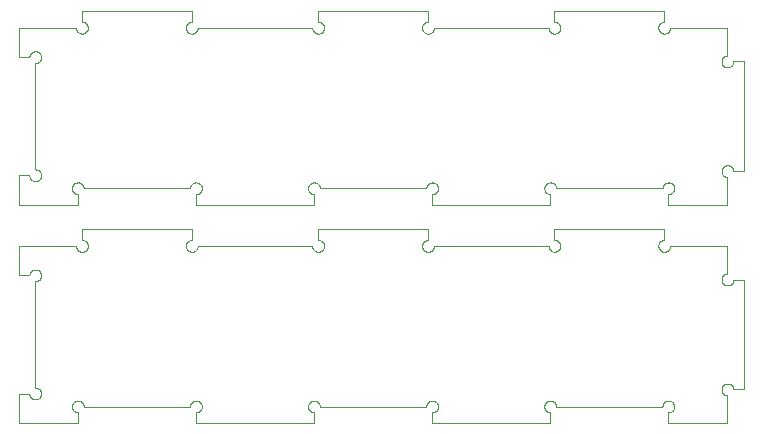
<source format=gbr>
%TF.GenerationSoftware,KiCad,Pcbnew,(6.0.8-1)-1*%
%TF.CreationDate,2022-10-27T20:31:48-07:00*%
%TF.ProjectId,Assignment 4,41737369-676e-46d6-956e-7420342e6b69,rev?*%
%TF.SameCoordinates,Original*%
%TF.FileFunction,Profile,NP*%
%FSLAX46Y46*%
G04 Gerber Fmt 4.6, Leading zero omitted, Abs format (unit mm)*
G04 Created by KiCad (PCBNEW (6.0.8-1)-1) date 2022-10-27 20:31:48*
%MOMM*%
%LPD*%
G01*
G04 APERTURE LIST*
%TA.AperFunction,Profile*%
%ADD10C,0.100000*%
%TD*%
G04 APERTURE END LIST*
D10*
X16887458Y-179772902D02*
X16886582Y-179790228D01*
X16888935Y-179755616D02*
X16887458Y-179772902D01*
X16891011Y-179738393D02*
X16888935Y-179755616D01*
X16893683Y-179721251D02*
X16891011Y-179738393D01*
X16900802Y-179687298D02*
X16896948Y-179704213D01*
X16905241Y-179670527D02*
X16900802Y-179687298D01*
X16910258Y-179653920D02*
X16905241Y-179670527D01*
X16928722Y-179605283D02*
X16922006Y-179621278D01*
X16935989Y-179589530D02*
X16928722Y-179605283D01*
X16943799Y-179574039D02*
X16935989Y-179589530D01*
X16952140Y-179558827D02*
X16943799Y-179574039D01*
X16961005Y-179543915D02*
X16952140Y-179558827D01*
X16980259Y-179515057D02*
X16970382Y-179529319D01*
X16990625Y-179501146D02*
X16980259Y-179515057D01*
X17024528Y-179461686D02*
X17012773Y-179474445D01*
X17075756Y-179414954D02*
X17062349Y-179425963D01*
X17089537Y-179404416D02*
X17075756Y-179414954D01*
X17103676Y-179394363D02*
X17089537Y-179404416D01*
X17132956Y-179375758D02*
X17118155Y-179384806D01*
X17163457Y-179359228D02*
X17148063Y-179367228D01*
X17294644Y-179315293D02*
X17277647Y-179318769D01*
X17328947Y-179310120D02*
X17311751Y-179312409D01*
X17415550Y-179307675D02*
X17398217Y-179306961D01*
X17450091Y-179310904D02*
X17432849Y-179308990D01*
X17484325Y-179316521D02*
X17467257Y-179313415D01*
X17518087Y-179324497D02*
X17501275Y-179320216D01*
X17551214Y-179334796D02*
X17534740Y-179329359D01*
X17567490Y-179340801D02*
X17551214Y-179334796D01*
X17599368Y-179354486D02*
X17583548Y-179347367D01*
X17630221Y-179370349D02*
X17614932Y-179362150D01*
X17645216Y-179379074D02*
X17630221Y-179370349D01*
X17659899Y-179388313D02*
X17645216Y-179379074D01*
X17674253Y-179398056D02*
X17659899Y-179388313D01*
X17688260Y-179408292D02*
X17674253Y-179398056D01*
X17701904Y-179419007D02*
X17688260Y-179408292D01*
X17740492Y-179453899D02*
X17728036Y-179441824D01*
X17764112Y-179479308D02*
X17752522Y-179466399D01*
X17775246Y-179492612D02*
X17764112Y-179479308D01*
X17796097Y-179520338D02*
X17785912Y-179506294D01*
X17805789Y-179534726D02*
X17796097Y-179520338D01*
X17823647Y-179564469D02*
X17814976Y-179549443D01*
X17846461Y-179611224D02*
X17839399Y-179595378D01*
X17852970Y-179627305D02*
X17846461Y-179611224D01*
X17858917Y-179643602D02*
X17852970Y-179627305D01*
X17864294Y-179660096D02*
X17858917Y-179643602D01*
X17869097Y-179676766D02*
X17864294Y-179660096D01*
X17873318Y-179693593D02*
X17869097Y-179676766D01*
X17879997Y-179727636D02*
X17876953Y-179710557D01*
X17885552Y-179779362D02*
X17884299Y-179762059D01*
X17886204Y-179796699D02*
X17885552Y-179779362D01*
X17885703Y-179831386D02*
X17886254Y-179814047D01*
X17880447Y-179883144D02*
X17882797Y-179865956D01*
X17877501Y-179900241D02*
X17880447Y-179883144D01*
X17869841Y-179934076D02*
X17873965Y-179917225D01*
X17859853Y-179967299D02*
X17865135Y-179950774D01*
X17854001Y-179983630D02*
X17859853Y-179967299D01*
X17840615Y-180015635D02*
X17847585Y-179999749D01*
X17833097Y-180031270D02*
X17840615Y-180015635D01*
X17825042Y-180046635D02*
X17833097Y-180031270D01*
X17752522Y-179466399D02*
X17740492Y-179453899D01*
X17816458Y-180061711D02*
X17825042Y-180046635D01*
X17807356Y-180076480D02*
X17816458Y-180061711D01*
X17797748Y-180090924D02*
X17807356Y-180076480D01*
X17766000Y-180132138D02*
X17777058Y-180118770D01*
X17754486Y-180145115D02*
X17766000Y-180132138D01*
X17742528Y-180157684D02*
X17754486Y-180145115D01*
X17704143Y-180192799D02*
X17717341Y-180181540D01*
X17690561Y-180203592D02*
X17704143Y-180192799D01*
X17676613Y-180213909D02*
X17690561Y-180203592D01*
X17662316Y-180223735D02*
X17676613Y-180213909D01*
X17601982Y-180257911D02*
X17617501Y-180250157D01*
X17553943Y-180277880D02*
X17570184Y-180271780D01*
X17537500Y-180283412D02*
X17553943Y-180277880D01*
X17520875Y-180288370D02*
X17537500Y-180283412D01*
X17504089Y-180292748D02*
X17520875Y-180288370D01*
X17452959Y-180302356D02*
X17470110Y-180299746D01*
X17401108Y-180306600D02*
X17418438Y-180305785D01*
X17383761Y-180306812D02*
X17401108Y-180306600D01*
X17401209Y-189307302D02*
X17383761Y-189307007D01*
X17418636Y-189308205D02*
X17401209Y-189307302D01*
X17436021Y-189309715D02*
X17418636Y-189308205D01*
X17470580Y-189314551D02*
X17453343Y-189311832D01*
X17487712Y-189317870D02*
X17470580Y-189314551D01*
X17504717Y-189321786D02*
X17487712Y-189317870D01*
X17521576Y-189326292D02*
X17504717Y-189321786D01*
X17587133Y-189350106D02*
X17571065Y-189343298D01*
X17602953Y-189357471D02*
X17587133Y-189350106D01*
X17618506Y-189365383D02*
X17602953Y-189357471D01*
X17633774Y-189373834D02*
X17618506Y-189365383D01*
X17847585Y-179999749D02*
X17854001Y-179983630D01*
X17677680Y-189402306D02*
X17663379Y-189392306D01*
X17705192Y-189423771D02*
X17691623Y-189412799D01*
X17718370Y-189435211D02*
X17705192Y-189423771D01*
X17731140Y-189447104D02*
X17718370Y-189435211D01*
X17788358Y-189512834D02*
X17777846Y-189498905D01*
X17798377Y-189527122D02*
X17788358Y-189512834D01*
X17807891Y-189541750D02*
X17798377Y-189527122D01*
X17816889Y-189556702D02*
X17807891Y-189541750D01*
X17825360Y-189571958D02*
X17816889Y-189556702D01*
X17840680Y-189603311D02*
X17833294Y-189587501D01*
X17853775Y-189635656D02*
X17847510Y-189619369D01*
X17859468Y-189652152D02*
X17853775Y-189635656D01*
X16886582Y-179790228D02*
X16886307Y-179807574D01*
X17869112Y-189685688D02*
X17864583Y-189668836D01*
X17873050Y-189702688D02*
X17869112Y-189685688D01*
X17881274Y-189754368D02*
X17879135Y-189737049D01*
X17882808Y-189771751D02*
X17881274Y-189754368D01*
X17883735Y-189789176D02*
X17882808Y-189771751D01*
X17884053Y-189806624D02*
X17883735Y-189789176D01*
X17882862Y-189841499D02*
X17883762Y-189824072D01*
X17879241Y-189876206D02*
X17881355Y-189858884D01*
X17869297Y-189927582D02*
X17873209Y-189910576D01*
X17864794Y-189944442D02*
X17869297Y-189927582D01*
X17817273Y-190056649D02*
X17825720Y-190041379D01*
X17808297Y-190071614D02*
X17817273Y-190056649D01*
X17778318Y-190114505D02*
X17788808Y-190100560D01*
X17767348Y-190128076D02*
X17778318Y-190114505D01*
X17755910Y-190141256D02*
X17767348Y-190128076D01*
X17744020Y-190154028D02*
X17755910Y-190141256D01*
X17718939Y-190178290D02*
X17731692Y-190166378D01*
X17705779Y-190189750D02*
X17718939Y-190178290D01*
X17678300Y-190211258D02*
X17692228Y-190200744D01*
X17634438Y-190239798D02*
X17649388Y-190230797D01*
X17603642Y-190256208D02*
X17619183Y-190248271D01*
X17571776Y-190270429D02*
X17587833Y-190263597D01*
X17555490Y-190276698D02*
X17571776Y-190270429D01*
X17538996Y-190282394D02*
X17555490Y-190276698D01*
X17522313Y-190287511D02*
X17538996Y-190282394D01*
X17505461Y-190292043D02*
X17522313Y-190287511D01*
X17488462Y-190295985D02*
X17505461Y-190292043D01*
X17419401Y-190305756D02*
X17436784Y-190304219D01*
X17401976Y-190306686D02*
X17419401Y-190305756D01*
X17384528Y-190307007D02*
X17401976Y-190306686D01*
X17332267Y-190304318D02*
X17349653Y-190305823D01*
X17314945Y-190302208D02*
X17332267Y-190304318D01*
X17297707Y-190299495D02*
X17314945Y-190302208D01*
X17263567Y-190292273D02*
X17280574Y-190296182D01*
X17833630Y-190025824D02*
X17840992Y-190010003D01*
X17246707Y-190287773D02*
X17263567Y-190292273D01*
X17197211Y-190270785D02*
X17213509Y-190277023D01*
X17149762Y-190248717D02*
X17165318Y-190256624D01*
X17119524Y-190231300D02*
X17134491Y-190240273D01*
X17076627Y-190201329D02*
X17090575Y-190211816D01*
X17063055Y-190190361D02*
X17076627Y-190201329D01*
X17012831Y-190141962D02*
X17024746Y-190154712D01*
X17001369Y-190128804D02*
X17012831Y-190141962D01*
X16990373Y-190115254D02*
X17001369Y-190128804D01*
X16979856Y-190101329D02*
X16990373Y-190115254D01*
X16969832Y-190087045D02*
X16979856Y-190101329D01*
X16934893Y-190026678D02*
X16942832Y-190042218D01*
X16920665Y-189994815D02*
X16927501Y-190010871D01*
X16895095Y-189911505D02*
X16899039Y-189928504D01*
X16886851Y-189859829D02*
X16888997Y-189877147D01*
X16884053Y-189807574D02*
X16884378Y-189825021D01*
X15983761Y-189807574D02*
X16884053Y-189807574D01*
X20983761Y-192307574D02*
X15983761Y-192307574D01*
X20966435Y-191405794D02*
X20983761Y-191406118D01*
X20897553Y-191398508D02*
X20914668Y-191401224D01*
X17230014Y-190282688D02*
X17246707Y-190287773D01*
X20880541Y-191395200D02*
X20897553Y-191398508D01*
X20863655Y-191391305D02*
X20880541Y-191395200D01*
X20846914Y-191386828D02*
X20863655Y-191391305D01*
X20830338Y-191381772D02*
X20846914Y-191386828D01*
X20735451Y-191339701D02*
X20750626Y-191348070D01*
X20720575Y-191330812D02*
X20735451Y-191339701D01*
X20706016Y-191321412D02*
X20720575Y-191330812D01*
X16942832Y-190042218D02*
X16951309Y-190057471D01*
X20677919Y-191301128D02*
X20691792Y-191311513D01*
X20664414Y-191290267D02*
X20677919Y-191301128D01*
X20626270Y-191254973D02*
X20638574Y-191267176D01*
X20614396Y-191242351D02*
X20626270Y-191254973D01*
X20602966Y-191229324D02*
X20614396Y-191242351D01*
X20591995Y-191215910D02*
X20602966Y-191229324D01*
X20581495Y-191202123D02*
X20591995Y-191215910D01*
X20561960Y-191173500D02*
X20571480Y-191187981D01*
X20510096Y-191064161D02*
X20515857Y-191080505D01*
X20500288Y-191030924D02*
X20504904Y-191047628D01*
X20496254Y-191014071D02*
X20500288Y-191030924D01*
X20492806Y-190997087D02*
X20496254Y-191014071D01*
X20489949Y-190979995D02*
X20492806Y-190997087D01*
X20484484Y-190910944D02*
X20484952Y-190928268D01*
X20491142Y-190824656D02*
X20488615Y-190841801D01*
X20497969Y-190790682D02*
X20494261Y-190807610D01*
X20502262Y-190773892D02*
X20497969Y-190790682D01*
X20512579Y-190740809D02*
X20507134Y-190757261D01*
X20525163Y-190708521D02*
X20518591Y-190724556D01*
X20539953Y-190677181D02*
X20532286Y-190692723D01*
X20548153Y-190661915D02*
X20539953Y-190677181D01*
X20596800Y-190590336D02*
X20586089Y-190603960D01*
X20619604Y-190564243D02*
X20607976Y-190577092D01*
X20631670Y-190551805D02*
X20619604Y-190564243D01*
X20644161Y-190539792D02*
X20631670Y-190551805D01*
X20657060Y-190528219D02*
X20644161Y-190539792D01*
X20670352Y-190517100D02*
X20657060Y-190528219D01*
X20698053Y-190496277D02*
X20684022Y-190506449D01*
X20742139Y-190468763D02*
X20727129Y-190477423D01*
X20788844Y-190445973D02*
X20773016Y-190453029D01*
X20804907Y-190439471D02*
X20788844Y-190445973D01*
X17587833Y-190263597D02*
X17603642Y-190256208D01*
X20821187Y-190433529D02*
X20804907Y-190439471D01*
X17854037Y-189977638D02*
X17859705Y-189961134D01*
X20837662Y-190428154D02*
X20821187Y-190433529D01*
X20871121Y-190419134D02*
X20854313Y-190423354D01*
X20939510Y-190408144D02*
X20922281Y-190410000D01*
X21077547Y-190414860D02*
X21060467Y-190411930D01*
X21094516Y-190418381D02*
X21077547Y-190414860D01*
X21144546Y-190432439D02*
X21128035Y-190427176D01*
X21223829Y-190467139D02*
X21208473Y-190459108D01*
X21238898Y-190475698D02*
X21223829Y-190467139D01*
X21295941Y-190514992D02*
X21282199Y-190504433D01*
X21309308Y-190526021D02*
X21295941Y-190514992D01*
X21322285Y-190537506D02*
X21309308Y-190526021D01*
X21347006Y-190561791D02*
X21334856Y-190549435D01*
X21369985Y-190587731D02*
X21358720Y-190574562D01*
X20607976Y-190577092D02*
X20596800Y-190590336D01*
X21380787Y-190601282D02*
X21369985Y-190587731D01*
X21427416Y-190674190D02*
X21419113Y-190658979D01*
X21435187Y-190689680D02*
X21427416Y-190674190D01*
X21442417Y-190705429D02*
X21435187Y-190689680D01*
X21449097Y-190721420D02*
X21442417Y-190705429D01*
X21455218Y-190737632D02*
X21449097Y-190721420D01*
X21460774Y-190754047D02*
X21455218Y-190737632D01*
X21481909Y-190855668D02*
X21479862Y-190838460D01*
X21484209Y-190890246D02*
X21483359Y-190872937D01*
X21484459Y-190907574D02*
X21484209Y-190890246D01*
X30484650Y-190907574D02*
X21484459Y-190907574D01*
X30487432Y-190855695D02*
X30485906Y-190872952D01*
X30489556Y-190838501D02*
X30487432Y-190855695D01*
X30503957Y-190770768D02*
X30499479Y-190787504D01*
X21419113Y-190658979D02*
X21410287Y-190644065D01*
X30527579Y-190705675D02*
X30520831Y-190721631D01*
X30534876Y-190689961D02*
X30527579Y-190705675D01*
X30542712Y-190674510D02*
X30534876Y-190689961D01*
X30559967Y-190644469D02*
X30551080Y-190659340D01*
X30579261Y-190615694D02*
X30569365Y-190629914D01*
X30600501Y-190588325D02*
X30589644Y-190601826D01*
X30623586Y-190562492D02*
X30611820Y-190575209D01*
X30635785Y-190550191D02*
X30623586Y-190562492D01*
X17471335Y-190299330D02*
X17488462Y-190295985D01*
X30661426Y-190526893D02*
X30648404Y-190538320D01*
X30674836Y-190515924D02*
X30661426Y-190526893D01*
X30688618Y-190505426D02*
X30674836Y-190515924D01*
X30702756Y-190495413D02*
X30688618Y-190505426D01*
X30717231Y-190485894D02*
X30702756Y-190495413D01*
X30732028Y-190476884D02*
X30717231Y-190485894D01*
X30747129Y-190468391D02*
X30732028Y-190476884D01*
X30778166Y-190452999D02*
X30762514Y-190460426D01*
X30794066Y-190446119D02*
X30778166Y-190452999D01*
X17715168Y-179430189D02*
X17701904Y-179419007D01*
X30810195Y-190439794D02*
X30794066Y-190446119D01*
X30826533Y-190434031D02*
X30810195Y-190439794D01*
X17847510Y-189619369D02*
X17840680Y-189603311D01*
X30843062Y-190428838D02*
X30826533Y-190434031D01*
X30876608Y-190420185D02*
X30859760Y-190424221D01*
X30962384Y-190408868D02*
X30945093Y-190409940D01*
X30979703Y-190408397D02*
X30962384Y-190408868D01*
X30997027Y-190408526D02*
X30979703Y-190408397D01*
X31014336Y-190409254D02*
X30997027Y-190408526D01*
X17134491Y-190240273D02*
X17149762Y-190248717D01*
X31065968Y-190415029D02*
X31048827Y-190412508D01*
X31099935Y-190421845D02*
X31083011Y-190418143D01*
X17418438Y-180305785D02*
X17435728Y-180304370D01*
X31116721Y-190426131D02*
X31099935Y-190421845D01*
X31133349Y-190430996D02*
X31116721Y-190426131D01*
X31166049Y-190442439D02*
X31149798Y-190436434D01*
X31197878Y-190456119D02*
X31182082Y-190449003D01*
X31228683Y-190471970D02*
X31213418Y-190463777D01*
X31258317Y-190489916D02*
X31243656Y-190480686D01*
X31286637Y-190509871D02*
X31272650Y-190499648D01*
X31300262Y-190520572D02*
X31286637Y-190509871D01*
X31313507Y-190531739D02*
X31300262Y-190520572D01*
X31326358Y-190543358D02*
X31313507Y-190531739D01*
X31404027Y-190636118D02*
X31394343Y-190621752D01*
X31413207Y-190650810D02*
X31404027Y-190636118D01*
X31430014Y-190681105D02*
X31421873Y-190665812D01*
X31437620Y-190696670D02*
X31430014Y-190681105D01*
X31444682Y-190712490D02*
X31437620Y-190696670D01*
X31451192Y-190728546D02*
X31444682Y-190712490D01*
X31462525Y-190761284D02*
X31457142Y-190744817D01*
X31467334Y-190777928D02*
X31462525Y-190761284D01*
X31484535Y-190897681D02*
X31483865Y-190880369D01*
X31484605Y-190915006D02*
X31484535Y-190897681D01*
X31472470Y-191018060D02*
X31475977Y-191001094D01*
X31468377Y-191034894D02*
X31472470Y-191018060D01*
X31463703Y-191051577D02*
X31468377Y-191034894D01*
X31458454Y-191068087D02*
X31463703Y-191051577D01*
X30495582Y-190804385D02*
X30492273Y-190821391D01*
X31452637Y-191084406D02*
X31458454Y-191068087D01*
X31446257Y-191100514D02*
X31452637Y-191084406D01*
X31439324Y-191116390D02*
X31446257Y-191100514D01*
X31431844Y-191132017D02*
X31439324Y-191116390D01*
X31423828Y-191147376D02*
X31431844Y-191132017D01*
X31406223Y-191177214D02*
X31415284Y-191162447D01*
X31396656Y-191191658D02*
X31406223Y-191177214D01*
X31365036Y-191232881D02*
X31376050Y-191219508D01*
X31353566Y-191245864D02*
X31365036Y-191232881D01*
X31341652Y-191258443D02*
X31353566Y-191245864D01*
X31329310Y-191270601D02*
X31341652Y-191258443D01*
X31316554Y-191282324D02*
X31329310Y-191270601D01*
X31289862Y-191304409D02*
X31303399Y-191293598D01*
X31247119Y-191333942D02*
X31261705Y-191324594D01*
X31232218Y-191342780D02*
X31247119Y-191333942D01*
X31137219Y-191384526D02*
X31153624Y-191378955D01*
X31103881Y-191393948D02*
X31120632Y-191389526D01*
X31069970Y-191401039D02*
X31086987Y-191397787D01*
X31052851Y-191403699D02*
X31069970Y-191401039D01*
X17012773Y-179474445D02*
X17001467Y-179487603D01*
X31018387Y-191407233D02*
X31035649Y-191405765D01*
X31001084Y-191408102D02*
X31018387Y-191407233D01*
X30983761Y-192307574D02*
X30983761Y-191408372D01*
X40983761Y-191407501D02*
X40983761Y-192307574D01*
X40966426Y-191407260D02*
X40983761Y-191407501D01*
X40949109Y-191406418D02*
X40966426Y-191407260D01*
X40931832Y-191404976D02*
X40949109Y-191406418D01*
X40897480Y-191400301D02*
X40914615Y-191402936D01*
X40880445Y-191397073D02*
X40897480Y-191400301D01*
X40830158Y-191383876D02*
X40846764Y-191388855D01*
X40781512Y-191365528D02*
X40797512Y-191372205D01*
X40750254Y-191350530D02*
X40765753Y-191358300D01*
X40735034Y-191342228D02*
X40750254Y-191350530D01*
X40720111Y-191333403D02*
X40735034Y-191342228D01*
X40705503Y-191324066D02*
X40720111Y-191333403D01*
X40691228Y-191314228D02*
X40705503Y-191324066D01*
X40650565Y-191281830D02*
X40663742Y-191293097D01*
X40625423Y-191257960D02*
X40637787Y-191270113D01*
X40613487Y-191245385D02*
X40625423Y-191257960D01*
X30927849Y-190411609D02*
X30910673Y-190413875D01*
X40601995Y-191232404D02*
X40613487Y-191245385D01*
X40580394Y-191205287D02*
X40590959Y-191219033D01*
X40570311Y-191191183D02*
X40580394Y-191205287D01*
X40560724Y-191176738D02*
X40570311Y-191191183D01*
X40551643Y-191161969D02*
X40560724Y-191176738D01*
X40543080Y-191146894D02*
X40551643Y-191161969D01*
X40535044Y-191131531D02*
X40543080Y-191146894D01*
X40527546Y-191115900D02*
X40535044Y-191131531D01*
X40503098Y-191051059D02*
X40508363Y-191067577D01*
X40485514Y-190966281D02*
X40487850Y-190983460D01*
X40483775Y-190949031D02*
X40485514Y-190966281D01*
X40482635Y-190931732D02*
X40483775Y-190949031D01*
X40482095Y-190914403D02*
X40482635Y-190931732D01*
X40484081Y-190862450D02*
X40482819Y-190879741D01*
X30910673Y-190413875D02*
X30893586Y-190416735D01*
X40485943Y-190845213D02*
X40484081Y-190862450D01*
X40491452Y-190810984D02*
X40488400Y-190828051D01*
X40499320Y-190777220D02*
X40495093Y-190794034D01*
X40504127Y-190760562D02*
X40499320Y-190777220D01*
X40521969Y-190711729D02*
X40515458Y-190727797D01*
X40544786Y-190665012D02*
X40536642Y-190680318D01*
X40562641Y-190635295D02*
X40553456Y-190649999D01*
X40572330Y-190620918D02*
X40562641Y-190635295D01*
X17487160Y-180296542D02*
X17504089Y-180292748D01*
X40582512Y-190606885D02*
X40572330Y-190620918D01*
X40604304Y-190579922D02*
X40593175Y-190593215D01*
X40627913Y-190554533D02*
X40615889Y-190567023D01*
X17367080Y-190306719D02*
X17384528Y-190307007D01*
X40653224Y-190530841D02*
X40640363Y-190542467D01*
X40666480Y-190519667D02*
X40653224Y-190530841D01*
X40680116Y-190508960D02*
X40666480Y-190519667D01*
X40694115Y-190498732D02*
X40680116Y-190508960D01*
X40708460Y-190488995D02*
X40694115Y-190498732D01*
X40723134Y-190479762D02*
X40708460Y-190488995D01*
X20556878Y-190646942D02*
X20548153Y-190661915D01*
X40738119Y-190471043D02*
X40723134Y-190479762D01*
X40753397Y-190462848D02*
X40738119Y-190471043D01*
X40768950Y-190455188D02*
X40753397Y-190462848D01*
X40833534Y-190430070D02*
X40817071Y-190435505D01*
X40850176Y-190425208D02*
X40833534Y-190430070D01*
X40866976Y-190420926D02*
X40850176Y-190425208D01*
X40935356Y-190409689D02*
X40918125Y-190411607D01*
X31482595Y-190863091D02*
X31480727Y-190845867D01*
X40952643Y-190408370D02*
X40935356Y-190409689D01*
X40987302Y-190407532D02*
X40969965Y-190407650D01*
X41004632Y-190408015D02*
X40987302Y-190407532D01*
X41021935Y-190409098D02*
X41004632Y-190408015D01*
X41039191Y-190410780D02*
X41021935Y-190409098D01*
X20854313Y-190423354D02*
X20837662Y-190428154D01*
X41073475Y-190415934D02*
X41056377Y-190413060D01*
X41090462Y-190419400D02*
X41073475Y-190415934D01*
X41107319Y-190423452D02*
X41090462Y-190419400D01*
X41124026Y-190428086D02*
X41107319Y-190423452D01*
X41140561Y-190433296D02*
X41124026Y-190428086D01*
X41156906Y-190439077D02*
X41140561Y-190433296D01*
X17788808Y-190100560D02*
X17798805Y-190086257D01*
X41188947Y-190452320D02*
X41173041Y-190445421D01*
X41204603Y-190459767D02*
X41188947Y-190452320D01*
X41235095Y-190476265D02*
X41219992Y-190467752D01*
X41249893Y-190485298D02*
X41235095Y-190476265D01*
X41264370Y-190494837D02*
X41249893Y-190485298D01*
X17571065Y-189343298D02*
X17554770Y-189337054D01*
X41331328Y-190549729D02*
X41318714Y-190537835D01*
X41377439Y-190601457D02*
X41366591Y-190587933D01*
X41387812Y-190615349D02*
X41377439Y-190601457D01*
X41397697Y-190629592D02*
X41387812Y-190615349D01*
X41457916Y-190754049D02*
X41452310Y-190737643D01*
X41462950Y-190770639D02*
X41457916Y-190754049D01*
X41471279Y-190804293D02*
X41467406Y-190787394D01*
X41452310Y-190737643D02*
X41446138Y-190721441D01*
X41474563Y-190821316D02*
X41471279Y-190804293D01*
X41477255Y-190838443D02*
X41474563Y-190821316D01*
X41479351Y-190855653D02*
X41477255Y-190838443D01*
X41481749Y-190890239D02*
X41480850Y-190872925D01*
X41482047Y-190907574D02*
X41481749Y-190890239D01*
X50485199Y-190855404D02*
X50483607Y-190872756D01*
X50490191Y-190820919D02*
X50487395Y-190838118D01*
X50502150Y-190770052D02*
X50497573Y-190786866D01*
X50507309Y-190753409D02*
X50502150Y-190770052D01*
X50526220Y-190704697D02*
X50519352Y-190720711D01*
X31484076Y-190932322D02*
X31484605Y-190915006D01*
X50541609Y-190673435D02*
X50533642Y-190688932D01*
X50568679Y-190628740D02*
X50559138Y-190643321D01*
X50578722Y-190614500D02*
X50568679Y-190628740D01*
X50600266Y-190587114D02*
X50589256Y-190600619D01*
X50611740Y-190574000D02*
X50600266Y-190587114D01*
X50636024Y-190549012D02*
X50623665Y-190561294D01*
X50648805Y-190537167D02*
X50636024Y-190549012D01*
X50689511Y-190504403D02*
X50675564Y-190514849D01*
X50703813Y-190494450D02*
X50689511Y-190504403D01*
X50733414Y-190476067D02*
X50718453Y-190485000D01*
X50764223Y-190459790D02*
X50748677Y-190467660D01*
X50780035Y-190452467D02*
X50764223Y-190459790D01*
X50845539Y-190428807D02*
X50828864Y-190433862D01*
X50862381Y-190424336D02*
X50845539Y-190428807D01*
X50879368Y-190420454D02*
X50862381Y-190424336D01*
X50896480Y-190417167D02*
X50879368Y-190420454D01*
X50913696Y-190414478D02*
X50896480Y-190417167D01*
X50930996Y-190412390D02*
X50913696Y-190414478D01*
X30859760Y-190424221D02*
X30843062Y-190428838D01*
X50948357Y-190410907D02*
X50930996Y-190412390D01*
X50983183Y-190409759D02*
X50965760Y-190410029D01*
X51035360Y-190412588D02*
X51018004Y-190411039D01*
X51052651Y-190414741D02*
X51035360Y-190412588D01*
X51069857Y-190417495D02*
X51052651Y-190414741D01*
X51120754Y-190429328D02*
X51103929Y-190424793D01*
X51137410Y-190434446D02*
X51120754Y-190429328D01*
X51153878Y-190440142D02*
X51137410Y-190434446D01*
X51170137Y-190446408D02*
X51153878Y-190440142D01*
X51186168Y-190453237D02*
X51170137Y-190446408D01*
X51201951Y-190460620D02*
X51186168Y-190453237D01*
X51247626Y-190486003D02*
X51232699Y-190477013D01*
X16915849Y-179637497D02*
X16910258Y-179653920D01*
X51262230Y-190495508D02*
X51247626Y-190486003D01*
X51317076Y-190538433D02*
X51303934Y-190526991D01*
X51354001Y-190575406D02*
X51342125Y-190562656D01*
X51365425Y-190588563D02*
X51354001Y-190575406D01*
X51376384Y-190602111D02*
X51365425Y-190588563D01*
X51386865Y-190616031D02*
X51376384Y-190602111D01*
X51406339Y-190644926D02*
X51396854Y-190630309D01*
X51415310Y-190659864D02*
X51406339Y-190644926D01*
X51423754Y-190675106D02*
X51415310Y-190659864D01*
X51445832Y-190722467D02*
X51439025Y-190706427D01*
X51452077Y-190738734D02*
X51445832Y-190722467D01*
X51462847Y-190771872D02*
X51457751Y-190755209D01*
X51467360Y-190788703D02*
X51462847Y-190771872D01*
X51471284Y-190805680D02*
X51467360Y-190788703D01*
X20536489Y-191128202D02*
X20544454Y-191143593D01*
X51474613Y-190822784D02*
X51471284Y-190805680D01*
X51479535Y-190961652D02*
X51481042Y-190944293D01*
X31169825Y-191372818D02*
X31185805Y-191366124D01*
X51477425Y-190978949D02*
X51479535Y-190961652D01*
X51474713Y-190996162D02*
X51477425Y-190978949D01*
X51471404Y-191013269D02*
X51474713Y-190996162D01*
X51467500Y-191030251D02*
X51471404Y-191013269D01*
X51463007Y-191047087D02*
X51467500Y-191030251D01*
X51452275Y-191080238D02*
X51457929Y-191063756D01*
X51446049Y-191096513D02*
X51452275Y-191080238D01*
X51397177Y-191188727D02*
X51406646Y-191174099D01*
X51387204Y-191203016D02*
X51397177Y-191188727D01*
X51330227Y-191268787D02*
X51342526Y-191256444D01*
X51317505Y-191280695D02*
X51330227Y-191268787D01*
X51304377Y-191292152D02*
X51317505Y-191280695D01*
X51290857Y-191303144D02*
X51304377Y-191292152D01*
X51262709Y-191323684D02*
X51276962Y-191313659D01*
X51217978Y-191350695D02*
X51233199Y-191342213D01*
X17825720Y-190041379D02*
X17833630Y-190025824D01*
X51202471Y-191358641D02*
X51217978Y-191350695D01*
X51170673Y-191372890D02*
X51186696Y-191366043D01*
X51154421Y-191379175D02*
X51170673Y-191372890D01*
X51121309Y-191390027D02*
X51137960Y-191384889D01*
X51070427Y-191401919D02*
X51087522Y-191398547D01*
X51053224Y-191404693D02*
X51070427Y-191401919D01*
X51018581Y-191408435D02*
X51035935Y-191406866D01*
X51001183Y-191409399D02*
X51018581Y-191408435D01*
X17692228Y-190200744D02*
X17705779Y-190189750D01*
X50983761Y-191409755D02*
X51001183Y-191409399D01*
X60983761Y-191405616D02*
X60983761Y-192307574D01*
X60966437Y-191405267D02*
X60983761Y-191405616D01*
X60949134Y-191404319D02*
X60966437Y-191405267D01*
X17617501Y-180250157D02*
X17632742Y-180241870D01*
X60897569Y-191397889D02*
X60914680Y-191400628D01*
X60880564Y-191394558D02*
X60897569Y-191397889D01*
X60846951Y-191386141D02*
X60863684Y-191390641D01*
X60750721Y-191347258D02*
X60766166Y-191355116D01*
X60735559Y-191338870D02*
X60750721Y-191347258D01*
X60720696Y-191329961D02*
X60735559Y-191338870D01*
X60706150Y-191320543D02*
X60720696Y-191329961D01*
X60626498Y-191254005D02*
X60638785Y-191266223D01*
X21268100Y-190494356D02*
X21253661Y-190484774D01*
X60603229Y-191228328D02*
X60614641Y-191241368D01*
X60581795Y-191201101D02*
X60592276Y-191214900D01*
X60562298Y-191172455D02*
X60571798Y-191186947D01*
X60553306Y-191157643D02*
X60562298Y-191172455D01*
X60536887Y-191127128D02*
X60544832Y-191142528D01*
X60510577Y-191063058D02*
X60516318Y-191079408D01*
X60505407Y-191046519D02*
X60510577Y-191063058D01*
X60500812Y-191029811D02*
X60505407Y-191046519D01*
X31475977Y-191001094D02*
X31478894Y-190984017D01*
X60493374Y-190995968D02*
X60496800Y-191012954D01*
X60488297Y-190961690D02*
X60490538Y-190978873D01*
X60485606Y-190927143D02*
X60486652Y-190944440D01*
X60487424Y-190857906D02*
X60486070Y-190875181D01*
X60491924Y-190823548D02*
X60489376Y-190840688D01*
X60498793Y-190789584D02*
X60495064Y-190806506D01*
X60503106Y-190772801D02*
X60498793Y-190789584D01*
X60507997Y-190756177D02*
X60503106Y-190772801D01*
X60513462Y-190739733D02*
X60507997Y-190756177D01*
X60526084Y-190707463D02*
X60519494Y-190723489D01*
X60533226Y-190691675D02*
X60526084Y-190707463D01*
X60540911Y-190676144D02*
X60533226Y-190691675D01*
X60549129Y-190660888D02*
X60540911Y-190676144D01*
X60557872Y-190645927D02*
X60549129Y-190660888D01*
X60576884Y-190616957D02*
X60567127Y-190631277D01*
X60587132Y-190602983D02*
X60576884Y-190616957D01*
X60597858Y-190589374D02*
X60587132Y-190602983D01*
X21479862Y-190838460D02*
X21477220Y-190821333D01*
X60632771Y-190550886D02*
X60620691Y-190563309D01*
X60489376Y-190840688D02*
X60487424Y-190857906D01*
X60645275Y-190538889D02*
X60632771Y-190550886D01*
X60658187Y-190527332D02*
X60645275Y-190538889D01*
X60671491Y-190516230D02*
X60658187Y-190527332D01*
X60685172Y-190505595D02*
X60671491Y-190516230D01*
X60699214Y-190495441D02*
X60685172Y-190505595D01*
X60713599Y-190485779D02*
X60699214Y-190495441D01*
X60790057Y-190445246D02*
X60774221Y-190452283D01*
X60806126Y-190438763D02*
X60790057Y-190445246D01*
X60822411Y-190432840D02*
X60806126Y-190438763D01*
X60838891Y-190427485D02*
X60822411Y-190432840D01*
X60872359Y-190418504D02*
X60855547Y-190422704D01*
X60923524Y-190409429D02*
X60906368Y-190411862D01*
X60940755Y-190407592D02*
X60923524Y-190409429D01*
X60975355Y-190405713D02*
X60958039Y-190406353D01*
X61027292Y-190407397D02*
X61010003Y-190406236D01*
X61061698Y-190411513D02*
X61044531Y-190409157D01*
X61078774Y-190414462D02*
X61061698Y-190411513D01*
X61112567Y-190422127D02*
X61095737Y-190418002D01*
X61129244Y-190426833D02*
X61112567Y-190422127D01*
X61145748Y-190432114D02*
X61129244Y-190426833D01*
X61162059Y-190437963D02*
X61145748Y-190432114D01*
X61194025Y-190451340D02*
X61178158Y-190444374D01*
X61209641Y-190458851D02*
X61194025Y-190451340D01*
X61224987Y-190466898D02*
X61209641Y-190458851D01*
X61240045Y-190475472D02*
X61224987Y-190466898D01*
X61254797Y-190484564D02*
X61240045Y-190475472D01*
X61283312Y-190504251D02*
X61269225Y-190494160D01*
X17049873Y-190178926D02*
X17063055Y-190190361D01*
X30945093Y-190409940D02*
X30927849Y-190411609D01*
X61310396Y-190525867D02*
X61297041Y-190514824D01*
X61323359Y-190537365D02*
X61310396Y-190525867D01*
X40482819Y-190879741D02*
X40482156Y-190897066D01*
X51103929Y-190424793D02*
X51086957Y-190420847D01*
X61348052Y-190561675D02*
X61335916Y-190549306D01*
X61359753Y-190574457D02*
X61348052Y-190561675D01*
X61371003Y-190587636D02*
X61359753Y-190574457D01*
X61381790Y-190601198D02*
X61371003Y-190587636D01*
X61411243Y-190644009D02*
X61401922Y-190629401D01*
X61420052Y-190658931D02*
X61411243Y-190644009D01*
X61428339Y-190674150D02*
X61420052Y-190658931D01*
X61436093Y-190689646D02*
X61428339Y-190674150D01*
X61449969Y-190721398D02*
X61443306Y-190705402D01*
X61470966Y-190787400D02*
X61466578Y-190770636D01*
X61480612Y-190838461D02*
X61477988Y-190821332D01*
X61482642Y-190855670D02*
X61480612Y-190838461D01*
X61484074Y-190872939D02*
X61482642Y-190855670D01*
X61484906Y-190890247D02*
X61484074Y-190872939D01*
X61485139Y-190907574D02*
X61484906Y-190890247D01*
X70485331Y-190907574D02*
X61485139Y-190907574D01*
X70490172Y-190838462D02*
X70488064Y-190855666D01*
X20956794Y-190406885D02*
X20939510Y-190408144D01*
X70496171Y-190804323D02*
X70492876Y-190821340D01*
X70521361Y-190721506D02*
X70515180Y-190737700D01*
X70528100Y-190705536D02*
X70521361Y-190721506D01*
X70569850Y-190629707D02*
X70560458Y-190644275D01*
X70590120Y-190601590D02*
X70579741Y-190615473D01*
X70612289Y-190574945D02*
X70600974Y-190588075D01*
X70624053Y-190562215D02*
X70612289Y-190574945D01*
X70636251Y-190549900D02*
X70624053Y-190562215D01*
X70648869Y-190538015D02*
X70636251Y-190549900D01*
X70661891Y-190526575D02*
X70648869Y-190538015D01*
X70675302Y-190515593D02*
X70661891Y-190526575D01*
X50559138Y-190643321D02*
X50550112Y-190658225D01*
X70689085Y-190505083D02*
X70675302Y-190515593D01*
X70703224Y-190495057D02*
X70689085Y-190505083D01*
X70732503Y-190476504D02*
X70717703Y-190485526D01*
X21334856Y-190549435D02*
X21322285Y-190537506D01*
X70762996Y-190460024D02*
X70747606Y-190467999D01*
X70778653Y-190452586D02*
X70762996Y-190460024D01*
X70794558Y-190445696D02*
X70778653Y-190452586D01*
X70827037Y-190433590D02*
X70810692Y-190439361D01*
X70860276Y-190423762D02*
X70843571Y-190428388D01*
X40615889Y-190567023D02*
X40604304Y-190579922D01*
X70894116Y-190416261D02*
X70877131Y-190419719D01*
X70911211Y-190413395D02*
X70894116Y-190416261D01*
X70945647Y-190409448D02*
X70928395Y-190411123D01*
X30514640Y-190737812D02*
X30509013Y-190754197D01*
X70980274Y-190407897D02*
X70962947Y-190408372D01*
X70997607Y-190408022D02*
X70980274Y-190407897D01*
X71014926Y-190408748D02*
X70997607Y-190408022D01*
X71032208Y-190410073D02*
X71014926Y-190408748D01*
X71066584Y-190414517D02*
X71049435Y-190411997D01*
X71117364Y-190425619D02*
X71100569Y-190421332D01*
X71166717Y-190441932D02*
X71150458Y-190435925D01*
X71182759Y-190448499D02*
X71166717Y-190441932D01*
X71198562Y-190455618D02*
X71182759Y-190448499D01*
X71214110Y-190463281D02*
X71198562Y-190455618D01*
X71244362Y-190480200D02*
X71229383Y-190471478D01*
X71259031Y-190489435D02*
X71244362Y-190480200D01*
X71273370Y-190499173D02*
X71259031Y-190489435D01*
X71287363Y-190509403D02*
X71273370Y-190499173D01*
X71314244Y-190531286D02*
X71300993Y-190520111D01*
X71339544Y-190554978D02*
X71327099Y-190542913D01*
X71363142Y-190580367D02*
X71351563Y-190567468D01*
X71384924Y-190607329D02*
X71374267Y-190593659D01*
X71395101Y-190621360D02*
X71384924Y-190607329D01*
X71430772Y-190680753D02*
X71422632Y-190665450D01*
X71438377Y-190696329D02*
X71430772Y-190680753D01*
X21358720Y-190574562D02*
X21347006Y-190561791D01*
X71445437Y-190712160D02*
X71438377Y-190696329D01*
X71451944Y-190728226D02*
X71445437Y-190712160D01*
X71457890Y-190744507D02*
X71451944Y-190728226D01*
X71463269Y-190760985D02*
X71457890Y-190744507D01*
X71468073Y-190777639D02*
X71463269Y-190760985D01*
X71472297Y-190794450D02*
X71468073Y-190777639D01*
X71483300Y-190862853D02*
X71481441Y-190845619D01*
X71484562Y-190880140D02*
X71483300Y-190862853D01*
X71485223Y-190897461D02*
X71484562Y-190880140D01*
X17118155Y-179384806D02*
X17103676Y-179394363D01*
X71485283Y-190914794D02*
X71485223Y-190897461D01*
X31471563Y-190794728D02*
X31467334Y-190777928D01*
X71481863Y-190966661D02*
X71483602Y-190949415D01*
X71476597Y-191000920D02*
X71479527Y-190983836D01*
X20522182Y-191096639D02*
X20529062Y-191112545D01*
X71473076Y-191017893D02*
X71476597Y-191000920D01*
X71468970Y-191034733D02*
X71473076Y-191017893D01*
X71464282Y-191051420D02*
X71468970Y-191034733D01*
X71459018Y-191067935D02*
X71464282Y-191051420D01*
X71453185Y-191084258D02*
X71459018Y-191067935D01*
X71439841Y-191116248D02*
X71446790Y-191100368D01*
X71415752Y-191162308D02*
X71424312Y-191147236D01*
X71387010Y-191205619D02*
X71397089Y-191191517D01*
X71376449Y-191219363D02*
X71387010Y-191205619D01*
X71353928Y-191245712D02*
X71365417Y-191232732D01*
X71329636Y-191270437D02*
X71341996Y-191258285D01*
X71316862Y-191282153D02*
X71329636Y-191270437D01*
X71303690Y-191293420D02*
X71316862Y-191282153D01*
X71276213Y-191314550D02*
X71290135Y-191304223D01*
X71261942Y-191324388D02*
X71276213Y-191314550D01*
X71247339Y-191333725D02*
X71261942Y-191324388D01*
X71232421Y-191342551D02*
X71247339Y-191333725D01*
X71201711Y-191358625D02*
X71217205Y-191350854D01*
X71137326Y-191384209D02*
X71153746Y-191378654D01*
X71185958Y-191365855D02*
X71201711Y-191358625D01*
X71087052Y-191397414D02*
X71103960Y-191393594D01*
X70535388Y-190689809D02*
X70528100Y-190705536D01*
X71070023Y-191400646D02*
X71087052Y-191397414D01*
X71052891Y-191403286D02*
X71070023Y-191400646D01*
X71018406Y-191406776D02*
X71035679Y-191405330D01*
X71001093Y-191407622D02*
X71018406Y-191406776D01*
X70983761Y-192307574D02*
X70983761Y-191407868D01*
X21208473Y-190459108D02*
X21192848Y-190451614D01*
X75966431Y-189957508D02*
X75983761Y-189957769D01*
X75949120Y-189956646D02*
X75966431Y-189957508D01*
X21192848Y-190451614D02*
X21176972Y-190444665D01*
X75931849Y-189955185D02*
X75949120Y-189956646D01*
X75914640Y-189953126D02*
X75931849Y-189955185D01*
X20684022Y-190506449D02*
X20670352Y-190517100D01*
X75897512Y-189950471D02*
X75914640Y-189953126D01*
X75880486Y-189947225D02*
X75897512Y-189950471D01*
X75863583Y-189943391D02*
X75880486Y-189947225D01*
X75846823Y-189938973D02*
X75863583Y-189943391D01*
X75830227Y-189933976D02*
X75846823Y-189938973D01*
X75813813Y-189928408D02*
X75830227Y-189933976D01*
X75797603Y-189922274D02*
X75813813Y-189928408D01*
X75781614Y-189915582D02*
X75797603Y-189922274D01*
X75691408Y-189864203D02*
X75705670Y-189874052D01*
X75625676Y-189807886D02*
X75638026Y-189820048D01*
X75613756Y-189795304D02*
X75625676Y-189807886D01*
X75591259Y-189768938D02*
X75602279Y-189782316D01*
X75561071Y-189726627D02*
X75570642Y-189741077D01*
X75552005Y-189711854D02*
X75561071Y-189726627D01*
X75543458Y-189696776D02*
X75552005Y-189711854D01*
X75535438Y-189681411D02*
X75543458Y-189696776D01*
X75521019Y-189649893D02*
X75527955Y-189665777D01*
X75488379Y-189533342D02*
X75491295Y-189550427D01*
X75484331Y-189498919D02*
X75486056Y-189516166D01*
X75483204Y-189481624D02*
X75484331Y-189498919D01*
X75482677Y-189464299D02*
X75483204Y-189481624D01*
X75482751Y-189446967D02*
X75482677Y-189464299D01*
X75483426Y-189429648D02*
X75482751Y-189446967D01*
X75486574Y-189395132D02*
X75484701Y-189412362D01*
X75495757Y-189343973D02*
X75492105Y-189360916D01*
X75499993Y-189327166D02*
X75495757Y-189343973D01*
X17211171Y-179338495D02*
X17195030Y-179344852D01*
X75510201Y-189294044D02*
X75504810Y-189310517D01*
X31083011Y-190418143D02*
X31065968Y-190415029D01*
X75516160Y-189277768D02*
X75510201Y-189294044D01*
X75522679Y-189261708D02*
X75516160Y-189277768D01*
X75529750Y-189245884D02*
X75522679Y-189261708D01*
X75545517Y-189215019D02*
X75537366Y-189230315D01*
X75554194Y-189200014D02*
X75545517Y-189215019D01*
X75563385Y-189185320D02*
X75554194Y-189200014D01*
X75573080Y-189170952D02*
X75563385Y-189185320D01*
X75583267Y-189156930D02*
X75573080Y-189170952D01*
X75593934Y-189143268D02*
X75583267Y-189156930D01*
X75605068Y-189129985D02*
X75593934Y-189143268D01*
X60678082Y-191300223D02*
X60691940Y-191310626D01*
X75616656Y-189117096D02*
X75605068Y-189129985D01*
X75667257Y-189069780D02*
X75653999Y-189080943D01*
X17227523Y-179332701D02*
X17211171Y-179338495D01*
X75694894Y-189048863D02*
X75680894Y-189059082D01*
X75709239Y-189039136D02*
X75694894Y-189048863D01*
X75738898Y-189021202D02*
X75723913Y-189029912D01*
X75754176Y-189013016D02*
X75738898Y-189021202D01*
X17632742Y-180241870D02*
X17647686Y-180233059D01*
X75769728Y-189005365D02*
X75754176Y-189013016D01*
X75785536Y-188998258D02*
X75769728Y-189005365D01*
X75801581Y-188991702D02*
X75785536Y-188998258D01*
X75817844Y-188985707D02*
X75801581Y-188991702D01*
X31201542Y-191358880D02*
X31217020Y-191351096D01*
X75834304Y-188980279D02*
X75817844Y-188985707D01*
X75867740Y-188971150D02*
X75850943Y-188975425D01*
X75901728Y-188964360D02*
X75884675Y-188967461D01*
X75918878Y-188961852D02*
X75901728Y-188964360D01*
X75936105Y-188959940D02*
X75918878Y-188961852D01*
X75953387Y-188958627D02*
X75936105Y-188959940D01*
X75970705Y-188957913D02*
X75953387Y-188958627D01*
X76022660Y-188959375D02*
X76005362Y-188958287D01*
X76039911Y-188961062D02*
X76022660Y-188959375D01*
X76108017Y-188973747D02*
X76091165Y-188969692D01*
X76157587Y-188989378D02*
X76141248Y-188983596D01*
X76173716Y-188995723D02*
X76157587Y-188989378D01*
X76189616Y-189002624D02*
X76173716Y-188995723D01*
X76205266Y-189010071D02*
X76189616Y-189002624D01*
X76220650Y-189018056D02*
X76205266Y-189010071D01*
X76235747Y-189026570D02*
X76220650Y-189018056D01*
X76265011Y-189045141D02*
X76250540Y-189035602D01*
X76279143Y-189055176D02*
X76265011Y-189045141D01*
X76331945Y-189100024D02*
X76319336Y-189088132D01*
X76344134Y-189112346D02*
X76331945Y-189100024D01*
X76355889Y-189125083D02*
X76344134Y-189112346D01*
X76367196Y-189138220D02*
X76355889Y-189125083D01*
X76378040Y-189151740D02*
X76367196Y-189138220D01*
X76398291Y-189179868D02*
X76388409Y-189165629D01*
X76458496Y-189304290D02*
X76452890Y-189287889D01*
X76471858Y-189354519D02*
X76467985Y-189337625D01*
X76479933Y-189405865D02*
X76477835Y-189388660D01*
X16888997Y-189877147D02*
X16891746Y-189894379D01*
X20750626Y-191348070D02*
X20766082Y-191355908D01*
X76481433Y-189423132D02*
X76479933Y-189405865D01*
X77383761Y-180157574D02*
X77383761Y-189457574D01*
X17363527Y-179307338D02*
X17346213Y-179308429D01*
X76484888Y-180157574D02*
X77383761Y-180157574D01*
X30448275Y-176844160D02*
X30432305Y-176850886D01*
X76470120Y-180278503D02*
X76474033Y-180261501D01*
X76454859Y-180328545D02*
X76460527Y-180312045D01*
X70492876Y-172348425D02*
X70490172Y-172365546D01*
X76448619Y-180344837D02*
X76454859Y-180328545D01*
X76434453Y-180376719D02*
X76441814Y-180360902D01*
X17859705Y-171488218D02*
X17864794Y-171471526D01*
X76409125Y-180422497D02*
X76418099Y-180407536D01*
X76332537Y-180517239D02*
X76344862Y-180504892D01*
X76293083Y-180551599D02*
X76306632Y-180540607D01*
X76279160Y-180562111D02*
X76293083Y-180551599D01*
X76250256Y-180581647D02*
X76264878Y-180572131D01*
X76139895Y-180633244D02*
X76156384Y-180627547D01*
X30154967Y-177166061D02*
X30150327Y-177182757D01*
X17688260Y-160935376D02*
X17674253Y-160925141D01*
X75750739Y-180599663D02*
X75766294Y-180607563D01*
X76123216Y-180638363D02*
X76139895Y-180633244D01*
X20804907Y-171966555D02*
X20788844Y-171973058D01*
X76106369Y-180642896D02*
X76123216Y-180638363D01*
X17881355Y-171385969D02*
X17882862Y-171368584D01*
X76089374Y-180646839D02*
X76106369Y-180642896D01*
X76072252Y-180650187D02*
X76089374Y-180646839D01*
X76388409Y-189165629D02*
X76378040Y-189151740D01*
X76037709Y-180655080D02*
X76055023Y-180652935D01*
X17881355Y-189858884D02*
X17882862Y-189841499D01*
X76020331Y-180656621D02*
X76037709Y-180655080D01*
X21483359Y-172400022D02*
X21481909Y-172382753D01*
X75968023Y-180657594D02*
X75985467Y-180657878D01*
X50504326Y-159319520D02*
X50521145Y-159323739D01*
X75950599Y-180656701D02*
X75968023Y-180657594D01*
X75933217Y-180655201D02*
X75950599Y-180656701D01*
X75814479Y-180627943D02*
X75830982Y-180633602D01*
X75798183Y-180621712D02*
X75814479Y-180627943D01*
X75782115Y-180614916D02*
X75798183Y-180621712D01*
X17840615Y-161542720D02*
X17847585Y-161526833D01*
X75735468Y-180591226D02*
X75750739Y-180599663D01*
X75720502Y-180582260D02*
X75735468Y-180591226D01*
X30319639Y-177696814D02*
X30333293Y-177707486D01*
X20863655Y-172918390D02*
X20880541Y-172922285D01*
X75705857Y-180572778D02*
X75720502Y-180582260D01*
X75691553Y-180562791D02*
X75705857Y-180572778D01*
X20974111Y-171933311D02*
X20956794Y-171933969D01*
X76460527Y-180312045D02*
X76465616Y-180295358D01*
X75638072Y-180518043D02*
X75650848Y-180529923D01*
X75613801Y-180492982D02*
X75625718Y-180505724D01*
X75602336Y-180479832D02*
X75613801Y-180492982D01*
X75580817Y-180452372D02*
X75591337Y-180466289D01*
X75552257Y-180408537D02*
X75561265Y-180423478D01*
X71341996Y-172785369D02*
X71353928Y-172772796D01*
X21804214Y-159003319D02*
X21809866Y-158986817D01*
X76264878Y-180572131D02*
X76279160Y-180562111D01*
X30499479Y-172314588D02*
X30495582Y-172331469D01*
X75528433Y-180361958D02*
X75535831Y-180377759D01*
X41024011Y-177699486D02*
X41037783Y-177710000D01*
X75521591Y-180345910D02*
X75528433Y-180361958D01*
X17470110Y-161826830D02*
X17487160Y-161823626D01*
X21717699Y-177626692D02*
X21728651Y-177613116D01*
X75515313Y-180329632D02*
X75521591Y-180345910D01*
X75509607Y-180313145D02*
X75515313Y-180329632D01*
X75489870Y-180228285D02*
X75492628Y-180245512D01*
X75487715Y-180210972D02*
X75489870Y-180228285D01*
X75486165Y-180193595D02*
X75487715Y-180210972D01*
X75499524Y-180037786D02*
X75495630Y-180054792D01*
X75560361Y-179893725D02*
X75551404Y-179908696D01*
X50138500Y-177373738D02*
X50141020Y-177390893D01*
X75579815Y-179864765D02*
X75569835Y-179879075D01*
X75590287Y-179850811D02*
X75579815Y-179864765D01*
X30422205Y-177761036D02*
X30438022Y-177768114D01*
X75601240Y-179837232D02*
X75590287Y-179850811D01*
X50235954Y-177611738D02*
X50246668Y-177625371D01*
X75612660Y-179824042D02*
X75601240Y-179837232D01*
X75636846Y-179798899D02*
X75624534Y-179811260D01*
X75676261Y-179764496D02*
X75662725Y-179775503D01*
X41366591Y-172115017D02*
X41355281Y-172101878D01*
X75690173Y-179753968D02*
X75676261Y-179764496D01*
X51232699Y-190477013D02*
X51217468Y-190468548D01*
X41639810Y-158438689D02*
X41625913Y-158428341D01*
X75704444Y-179743933D02*
X75690173Y-179753968D01*
X75719056Y-179734401D02*
X75704444Y-179743933D01*
X75733992Y-179725384D02*
X75719056Y-179734401D01*
X41439409Y-190705464D02*
X41432129Y-190689729D01*
X75764762Y-179708941D02*
X75749233Y-179716894D01*
X17755398Y-189472189D02*
X17743488Y-189459435D01*
X75527740Y-161482441D02*
X75520953Y-161498513D01*
X75812877Y-179688398D02*
X75796603Y-179694684D01*
X75846034Y-179677546D02*
X75829361Y-179682682D01*
X50186576Y-177087211D02*
X50179133Y-177102872D01*
X75862876Y-179672994D02*
X75846034Y-179677546D01*
X51030964Y-159141224D02*
X51041283Y-159127290D01*
X75881534Y-180647080D02*
X75898664Y-180650388D01*
X17432849Y-160836074D02*
X17415550Y-160834759D01*
X17384528Y-171834092D02*
X17401976Y-171833771D01*
X75879866Y-179669032D02*
X75862876Y-179672994D01*
X75896985Y-179665666D02*
X75879866Y-179669032D01*
X60958039Y-190406353D02*
X60940755Y-190407592D01*
X75931522Y-179660734D02*
X75914210Y-179662899D01*
X75948898Y-179659175D02*
X75931522Y-179660734D01*
X75966318Y-179658223D02*
X75948898Y-179659175D01*
X75983761Y-179657880D02*
X75966318Y-179658223D01*
X51431663Y-190690633D02*
X51423754Y-190675106D01*
X71132989Y-177342199D02*
X71133882Y-177324897D01*
X60774221Y-190452283D02*
X60758639Y-190459864D01*
X71110113Y-177461004D02*
X71115136Y-177444423D01*
X71395101Y-172148445D02*
X71384924Y-172134413D01*
X75495757Y-170871057D02*
X75492105Y-170888001D01*
X71098358Y-177493595D02*
X71104518Y-177477401D01*
X76172666Y-180621278D02*
X76188718Y-180614445D01*
X41446138Y-190721441D02*
X41439409Y-190705464D01*
X70661891Y-172053660D02*
X70648869Y-172065100D01*
X71076567Y-177540760D02*
X71084374Y-177525293D01*
X71018943Y-177627060D02*
X71029775Y-177613538D01*
X70944746Y-177699608D02*
X70958135Y-177688612D01*
X51342125Y-190562656D02*
X51329811Y-190550326D01*
X50231669Y-158540371D02*
X50221635Y-158554512D01*
X61833708Y-177287190D02*
X61832765Y-177269776D01*
X70916865Y-177720174D02*
X70930983Y-177710132D01*
X70902406Y-177729720D02*
X70916865Y-177720174D01*
X70841533Y-177762734D02*
X70857171Y-177755276D01*
X70793200Y-177781795D02*
X70809528Y-177776001D01*
X20487686Y-190962814D02*
X20489949Y-190979995D01*
X70759991Y-177791669D02*
X70776681Y-177787020D01*
X51415599Y-191159150D02*
X51424025Y-191143898D01*
X70674682Y-177806114D02*
X70691924Y-177804411D01*
X70536744Y-177798172D02*
X70553793Y-177801254D01*
X70485331Y-172434659D02*
X61485139Y-172434659D01*
X70437610Y-177767498D02*
X70453656Y-177774032D01*
X70421800Y-177760412D02*
X70437610Y-177767498D01*
X76188718Y-180614445D02*
X76204522Y-180607056D01*
X75765868Y-189908339D02*
X75781614Y-189915582D01*
X70406245Y-177752782D02*
X70421800Y-177760412D01*
X70361295Y-177726727D02*
X70375974Y-177735930D01*
X70257048Y-177636048D02*
X70268649Y-177648916D01*
X40529033Y-190695896D02*
X40521969Y-190711729D01*
X70225017Y-177595140D02*
X70235220Y-177609143D01*
X41424309Y-172201340D02*
X41415956Y-172186148D01*
X70624053Y-172089299D02*
X70612289Y-172102029D01*
X60505407Y-172573604D02*
X60510577Y-172590143D01*
X70206099Y-177566116D02*
X70215307Y-177580792D01*
X41415956Y-172186148D02*
X41407082Y-172171254D01*
X70197404Y-177551130D02*
X70206099Y-177566116D01*
X70167967Y-177488449D02*
X70174508Y-177504492D01*
X17470110Y-180299746D02*
X17487160Y-180296542D01*
X70293151Y-159200495D02*
X70306024Y-159212090D01*
X70161987Y-177472188D02*
X70167967Y-177488449D01*
X70151734Y-177439094D02*
X70156574Y-177455730D01*
X70147473Y-177422301D02*
X70151734Y-177439094D01*
X70134209Y-177302043D02*
X70134311Y-177319368D01*
X61552821Y-158382992D02*
X61537009Y-158375636D01*
X75542975Y-161451056D02*
X75535083Y-161466615D01*
X70137501Y-177250192D02*
X70135805Y-177267434D01*
X70139794Y-177233019D02*
X70137501Y-177250192D01*
X70142680Y-177215936D02*
X70139794Y-177233019D01*
X21655089Y-158449742D02*
X21641522Y-158438778D01*
X71110113Y-158988089D02*
X71115136Y-158971507D01*
X70146156Y-177198962D02*
X70142680Y-177215936D01*
X20561960Y-172700585D02*
X20571480Y-172715066D01*
X70186575Y-177084927D02*
X70179124Y-177100568D01*
X40866976Y-171948010D02*
X40850176Y-171952292D01*
X70203081Y-177054465D02*
X70194564Y-177069553D01*
X21668265Y-176934087D02*
X21655089Y-176922657D01*
X70221656Y-177025220D02*
X70212115Y-177039682D01*
X30136476Y-177354634D02*
X30138382Y-177371858D01*
X70242212Y-176997332D02*
X70231693Y-177011098D01*
X60983761Y-192307574D02*
X50983761Y-192307574D01*
X76441814Y-180360902D02*
X76448619Y-180344837D01*
X61814945Y-158969461D02*
X61819425Y-158952607D01*
X70253202Y-176983938D02*
X70242212Y-176997332D01*
X70264650Y-176970933D02*
X70253202Y-176983938D01*
X70301598Y-176934406D02*
X70288862Y-176946152D01*
X40543080Y-172673979D02*
X40551643Y-172689053D01*
X70314732Y-176923108D02*
X70301598Y-176934406D01*
X70370942Y-176882660D02*
X70356372Y-176892035D01*
X70385828Y-176873795D02*
X70370942Y-176882660D01*
X70401012Y-176865452D02*
X70385828Y-176873795D01*
X70432201Y-176850367D02*
X70416476Y-176857639D01*
X17398217Y-179306961D02*
X17380869Y-179306848D01*
X20484617Y-190893615D02*
X20484484Y-190910944D01*
X30136476Y-158881718D02*
X30138382Y-158898942D01*
X70464360Y-176837478D02*
X70448169Y-176843644D01*
X41833719Y-158810979D02*
X41832605Y-158793689D01*
X70497334Y-176826847D02*
X70480755Y-176831877D01*
X70530966Y-176818526D02*
X70514078Y-176822395D01*
X21128035Y-190427176D02*
X21111352Y-190422488D01*
X60706150Y-172847628D02*
X60720696Y-172857046D01*
X75487537Y-180106480D02*
X75486047Y-180123863D01*
X70547978Y-176815244D02*
X70530966Y-176818526D01*
X70565093Y-176812553D02*
X70547978Y-176815244D01*
X30484978Y-190890252D02*
X30484650Y-190907574D01*
X70582291Y-176810457D02*
X70565093Y-176812553D01*
X70634176Y-176807757D02*
X70616853Y-176808057D01*
X76005362Y-188958287D02*
X75988037Y-188957800D01*
X70762996Y-171987108D02*
X70747606Y-171995084D01*
X61333761Y-175907574D02*
X70633761Y-175907574D01*
X61351198Y-176805798D02*
X61333761Y-176805504D01*
X50519352Y-190720711D02*
X50513046Y-190736955D01*
X61437646Y-176816355D02*
X61420525Y-176813040D01*
X40520594Y-172627102D02*
X40527546Y-172642984D01*
X61070515Y-177730419D02*
X61085494Y-177739351D01*
X61471489Y-176824766D02*
X61454641Y-176820265D01*
X16884378Y-189825021D02*
X16885311Y-189842447D01*
X60486070Y-190875181D02*
X60485315Y-190892493D01*
X20691792Y-172838598D02*
X20706016Y-172848497D01*
X17674253Y-160925141D02*
X17659899Y-160915398D01*
X61488170Y-176829852D02*
X61471489Y-176824766D01*
X61504664Y-176835516D02*
X61488170Y-176829852D01*
X70361295Y-159253812D02*
X70375974Y-159263014D01*
X75985467Y-180657878D02*
X76002910Y-180657553D01*
X71479527Y-172510921D02*
X71481863Y-172493746D01*
X21748278Y-177025927D02*
X21738256Y-177011650D01*
X21489610Y-177781202D02*
X21506091Y-177775488D01*
X61537009Y-176848552D02*
X61520950Y-176841752D01*
X61552821Y-176855908D02*
X61537009Y-176848552D01*
X40485943Y-172372298D02*
X40484081Y-172389535D01*
X61583627Y-176872251D02*
X61568366Y-176863811D01*
X61627515Y-176900690D02*
X61613219Y-176890702D01*
X75494802Y-189567401D02*
X75498894Y-189584243D01*
X61641453Y-176911170D02*
X61627515Y-176900690D01*
X70717703Y-190485526D02*
X70703224Y-190495057D01*
X41611666Y-176891395D02*
X41597087Y-176882034D01*
X70189235Y-177535852D02*
X70197404Y-177551130D01*
X61668192Y-176933557D02*
X61655018Y-176922130D01*
X17619183Y-190248271D02*
X17634438Y-190239798D01*
X30342226Y-158429534D02*
X30328339Y-158439900D01*
X61693306Y-176957753D02*
X61680960Y-176945436D01*
X17311751Y-179312409D02*
X17294644Y-179315293D01*
X61809337Y-158677358D02*
X61803634Y-158660878D01*
X61727663Y-176997180D02*
X61716671Y-176983640D01*
X30257352Y-177636733D02*
X30268961Y-177649598D01*
X30569365Y-172156999D02*
X30559967Y-172171553D01*
X61748197Y-177025366D02*
X61738176Y-177011094D01*
X61797361Y-177117522D02*
X61790523Y-177101479D01*
X20885324Y-159053577D02*
X20893288Y-159069096D01*
X61803634Y-177133793D02*
X61797361Y-177117522D01*
X70902406Y-159256805D02*
X70916865Y-159247258D01*
X71115136Y-177444423D02*
X71119582Y-177427678D01*
X61814461Y-177166943D02*
X61809337Y-177150274D01*
X30268961Y-159176683D02*
X30281009Y-159189139D01*
X61819001Y-177183781D02*
X61814461Y-177166943D01*
X61829062Y-177235100D02*
X61826306Y-177217880D01*
X50422979Y-177762757D02*
X50438817Y-177769815D01*
X61831216Y-177252406D02*
X61829062Y-177235100D01*
X61832765Y-177269776D02*
X61831216Y-177252406D01*
X61834043Y-177304626D02*
X61833708Y-177287190D01*
X61833769Y-177322063D02*
X61834043Y-177304626D01*
X61832888Y-177339480D02*
X61833769Y-177322063D01*
X61829306Y-177374168D02*
X61831400Y-177356855D01*
X61826611Y-177391398D02*
X61829306Y-177374168D01*
X61819425Y-177425522D02*
X61823316Y-177408523D01*
X41004632Y-171935099D02*
X40987302Y-171934616D01*
X61814945Y-177442376D02*
X61819425Y-177425522D01*
X61809879Y-177459063D02*
X61814945Y-177442376D01*
X51481001Y-172401730D02*
X51479475Y-172384372D01*
X61798018Y-177491857D02*
X61804235Y-177475564D01*
X50134401Y-177304554D02*
X50134525Y-177321893D01*
X61767594Y-177554571D02*
X61776016Y-177539300D01*
X17840680Y-171130396D02*
X17833294Y-171114586D01*
X75901728Y-170491445D02*
X75884675Y-170494545D01*
X17864794Y-171471526D02*
X17869297Y-171454667D01*
X61749178Y-177584185D02*
X61758644Y-177569538D01*
X70139794Y-158760103D02*
X70137501Y-158777277D01*
X61728744Y-177612443D02*
X61739207Y-177598492D01*
X61717800Y-177626021D02*
X61728744Y-177612443D01*
X60664593Y-172816431D02*
X60678082Y-172827308D01*
X61694525Y-177651991D02*
X61706389Y-177639209D01*
X41653339Y-158449513D02*
X41639810Y-158438689D01*
X61642837Y-177698755D02*
X61656363Y-177687748D01*
X61554399Y-177754329D02*
X61569917Y-177746371D01*
X61538613Y-177761740D02*
X61554399Y-177754329D01*
X40515458Y-172254882D02*
X40509508Y-172271166D01*
X70134311Y-177319368D02*
X70135014Y-177336679D01*
X61522578Y-177768596D02*
X61538613Y-177761740D01*
X20486684Y-190859023D02*
X20485351Y-190876301D01*
X61613219Y-176890702D02*
X61598584Y-176881218D01*
X60839194Y-177377087D02*
X60841992Y-177394301D01*
X61456345Y-177790316D02*
X61473177Y-177785756D01*
X75504010Y-180020926D02*
X75499524Y-180037786D01*
X71422632Y-190665450D02*
X71413967Y-190650438D01*
X61422254Y-177797661D02*
X61439363Y-177794286D01*
X61668192Y-158460641D02*
X61655018Y-158449215D01*
X41311469Y-177806870D02*
X41328788Y-177807361D01*
X61387734Y-177802613D02*
X61405037Y-177800438D01*
X40858451Y-177460995D02*
X40864059Y-177477389D01*
X61370366Y-177804183D02*
X61387734Y-177802613D01*
X30917337Y-159247534D02*
X30931451Y-159237480D01*
X61265970Y-177800848D02*
X61283285Y-177802921D01*
X17677680Y-170929390D02*
X17663379Y-170919391D01*
X61248737Y-177798173D02*
X61265970Y-177800848D01*
X61231608Y-177794898D02*
X61248737Y-177798173D01*
X61727663Y-158524264D02*
X61716671Y-158510725D01*
X61197745Y-177786568D02*
X61214604Y-177791028D01*
X40892059Y-177540731D02*
X40900409Y-177555912D01*
X70616853Y-176808057D02*
X70599551Y-176808958D01*
X61132168Y-177762938D02*
X61148243Y-177769700D01*
X31452637Y-172611491D02*
X31458454Y-172595172D01*
X70519811Y-177794502D02*
X70536744Y-177798172D01*
X61055858Y-177720970D02*
X61070515Y-177730419D01*
X61027575Y-177700569D02*
X61041538Y-177711017D01*
X61013984Y-177689642D02*
X61027575Y-177700569D01*
X60920559Y-177586628D02*
X60930615Y-177600876D01*
X71126722Y-158920860D02*
X71129406Y-158903744D01*
X70605437Y-177806931D02*
X70622749Y-177807627D01*
X75884675Y-188967461D02*
X75867740Y-188971150D01*
X61010003Y-171933320D02*
X60992684Y-171932759D01*
X50634375Y-176809644D02*
X50617038Y-176809945D01*
X60911007Y-177572038D02*
X60920559Y-177586628D01*
X60901970Y-177557123D02*
X60911007Y-177572038D01*
X60544832Y-191142528D02*
X60553306Y-191157643D01*
X60766166Y-172882201D02*
X60781873Y-172889519D01*
X61656363Y-177687748D02*
X61669497Y-177676275D01*
X17213509Y-190277023D02*
X17230014Y-190282688D01*
X60893458Y-177541902D02*
X60901970Y-177557123D01*
X60885482Y-177526394D02*
X60893458Y-177541902D01*
X61823316Y-177408523D02*
X61826611Y-177391398D01*
X60871176Y-177494590D02*
X60878052Y-177510617D01*
X50137633Y-158779742D02*
X50135956Y-158797000D01*
X60853958Y-177445210D02*
X60859122Y-177461867D01*
X76344862Y-180504892D02*
X76356750Y-180492122D01*
X60849378Y-177428383D02*
X60853958Y-177445210D01*
X60841992Y-177394301D02*
X60845388Y-177411406D01*
X61473177Y-177785756D02*
X61489840Y-177780612D01*
X76220059Y-162126205D02*
X76235310Y-162117732D01*
X60963673Y-177641399D02*
X60975612Y-177654110D01*
X31201542Y-172885965D02*
X31217020Y-172878180D01*
X75542975Y-179923971D02*
X75535083Y-179939531D01*
X75516160Y-170804853D02*
X75510201Y-170821129D01*
X60836999Y-177359787D02*
X60839194Y-177377087D01*
X60835408Y-177342420D02*
X60836999Y-177359787D01*
X50294051Y-159203034D02*
X50306956Y-159214614D01*
X51134371Y-177307574D02*
X60834048Y-177307574D01*
X70983761Y-191407868D02*
X71001093Y-191407622D01*
X51131882Y-177359511D02*
X51133312Y-177342231D01*
X51105306Y-177477643D02*
X51110848Y-177461213D01*
X51069259Y-177556375D02*
X51077552Y-177541148D01*
X71327099Y-190542913D02*
X71314244Y-190531286D01*
X51041283Y-177600205D02*
X51051113Y-177585921D01*
X31386595Y-191205761D02*
X31396656Y-191191658D01*
X31035649Y-191405765D02*
X31052851Y-191403699D01*
X21370095Y-159331791D02*
X21387468Y-159330232D01*
X51020168Y-177627707D02*
X51030964Y-177614139D01*
X20539953Y-172204266D02*
X20532286Y-172219807D01*
X70375974Y-177735930D02*
X70390964Y-177744618D01*
X75491295Y-189550427D02*
X75494802Y-189567401D01*
X51008907Y-177640893D02*
X51020168Y-177627707D01*
X50997197Y-177653680D02*
X51008907Y-177640893D01*
X50972481Y-177677998D02*
X50985049Y-177666053D01*
X50932398Y-159238204D02*
X50946139Y-159227629D01*
X50932398Y-177711120D02*
X50946139Y-177700545D01*
X50889091Y-177739899D02*
X50903857Y-177730809D01*
X17798805Y-190086257D02*
X17808297Y-190071614D01*
X50874020Y-177748473D02*
X50889091Y-177739899D01*
X21584963Y-159265594D02*
X21599896Y-159256580D01*
X50827150Y-177770988D02*
X50843031Y-177764026D01*
X50811038Y-177777394D02*
X50827150Y-177770988D01*
X60626498Y-172781089D02*
X60638785Y-172793308D01*
X16979856Y-171628413D02*
X16990373Y-171642338D01*
X50710597Y-177803800D02*
X50727686Y-177800860D01*
X30151930Y-177439784D02*
X30156777Y-177456422D01*
X61027292Y-171934482D02*
X61010003Y-171933320D01*
X50676167Y-177807895D02*
X50693418Y-177806146D01*
X51110848Y-177461213D02*
X51115817Y-177444601D01*
X50624196Y-177809541D02*
X50641535Y-177809593D01*
X50555169Y-177803331D02*
X50572335Y-177805780D01*
X50521145Y-177796654D02*
X50538099Y-177800288D01*
X41363426Y-177806540D02*
X41380703Y-177805230D01*
X50407395Y-177755155D02*
X50422979Y-177762757D01*
X21483359Y-190872937D02*
X21481909Y-190855668D01*
X50281554Y-177663929D02*
X50294051Y-177675949D01*
X50257849Y-177638625D02*
X50269482Y-177651482D01*
X41806609Y-158998479D02*
X41812008Y-158982015D01*
X50225719Y-177597742D02*
X50235954Y-177611738D01*
X61269225Y-190494160D02*
X61254797Y-190484564D01*
X61385988Y-176808209D02*
X61368614Y-176806700D01*
X50497573Y-190786866D02*
X50493586Y-190803828D01*
X50812375Y-190439495D02*
X50796092Y-190445699D01*
X21386000Y-176808708D02*
X21368622Y-176807200D01*
X50215975Y-177583399D02*
X50225719Y-177597742D01*
X50198009Y-177553744D02*
X50206735Y-177568727D01*
X75754176Y-170540101D02*
X75738898Y-170548286D01*
X50189807Y-177538467D02*
X50198009Y-177553744D01*
X60781873Y-191362434D02*
X60797824Y-191369203D01*
X50182141Y-177522915D02*
X50189807Y-177538467D01*
X50175018Y-177507106D02*
X50182141Y-177522915D01*
X51317505Y-172807779D02*
X51330227Y-172795872D01*
X50306956Y-177687529D02*
X50320256Y-177698655D01*
X30179218Y-158628265D02*
X30172315Y-158644160D01*
X50168447Y-177491060D02*
X50175018Y-177507106D01*
X60645275Y-172065973D02*
X60632771Y-172077970D01*
X70136315Y-177353956D02*
X70138215Y-177371177D01*
X76235310Y-162117732D02*
X76250256Y-162108732D01*
X50162437Y-177474795D02*
X50168447Y-177491060D01*
X50152126Y-177441690D02*
X50156995Y-177458332D01*
X20575857Y-172145031D02*
X20566117Y-172159364D01*
X17401976Y-171833771D02*
X17419401Y-171832841D01*
X50147838Y-177424890D02*
X50152126Y-177441690D01*
X50141020Y-177390893D02*
X50144134Y-177407951D01*
X50135250Y-177339217D02*
X50136576Y-177356506D01*
X50134525Y-177321893D02*
X50135250Y-177339217D01*
X41787039Y-177519526D02*
X41794117Y-177503712D01*
X50134878Y-177287222D02*
X50134401Y-177304554D01*
X50135956Y-177269916D02*
X50134878Y-177287222D01*
X50137633Y-177252658D02*
X50135956Y-177269916D01*
X75569835Y-179879075D02*
X75560361Y-179893725D01*
X50139908Y-177235468D02*
X50137633Y-177252658D01*
X50142777Y-177218368D02*
X50139908Y-177235468D01*
X50154914Y-177167807D02*
X50150285Y-177184517D01*
X50356375Y-176894053D02*
X50342132Y-176903942D01*
X71035679Y-191405330D02*
X71052891Y-191403286D01*
X20841947Y-158921413D02*
X20845327Y-158938525D01*
X70709096Y-177802113D02*
X70726178Y-177799220D01*
X17165318Y-190256624D02*
X17181141Y-190263983D01*
X50401039Y-176867429D02*
X50385846Y-176875786D01*
X31182082Y-190449003D02*
X31166049Y-190442439D01*
X50416512Y-176859605D02*
X50401039Y-176867429D01*
X50480835Y-176833802D02*
X50464428Y-176839412D01*
X41679233Y-158472534D02*
X41666486Y-158460799D01*
X50264624Y-176973066D02*
X50253176Y-176986089D01*
X76189616Y-170529708D02*
X76173716Y-170522808D01*
X50531083Y-176820430D02*
X50514182Y-176824305D01*
X50565236Y-176814447D02*
X50548108Y-176817142D01*
X71397089Y-191191517D02*
X71406674Y-191177074D01*
X51134371Y-158834659D02*
X60834048Y-158834659D01*
X41333761Y-175907574D02*
X50633761Y-175907574D01*
X21470164Y-190787405D02*
X21465758Y-190770645D01*
X41333761Y-176807391D02*
X41333761Y-175907574D01*
X75735468Y-162118310D02*
X75750739Y-162126748D01*
X51051113Y-159113006D02*
X51060442Y-159098390D01*
X41368390Y-176808556D02*
X41351086Y-176807673D01*
X51133312Y-177342231D02*
X51134142Y-177324912D01*
X41436989Y-176818055D02*
X41419973Y-176814790D01*
X50589575Y-159334718D02*
X50606869Y-159335972D01*
X40987302Y-171934616D02*
X40969965Y-171934735D01*
X41453882Y-176821908D02*
X41436989Y-176818055D01*
X60490538Y-172505957D02*
X60493374Y-172523052D01*
X41535792Y-176849799D02*
X41519816Y-176843092D01*
X40883914Y-190417229D02*
X40866976Y-190420926D01*
X77383761Y-189457574D02*
X76482635Y-189457771D01*
X41582191Y-176873183D02*
X41566998Y-176864854D01*
X31481218Y-172493933D02*
X31482946Y-172476695D01*
X75796603Y-179694684D02*
X75780558Y-179701535D01*
X31213418Y-171990862D02*
X31197878Y-171983203D01*
X41597087Y-176882034D02*
X41582191Y-176873183D01*
X17534740Y-179329359D02*
X17518087Y-179324497D01*
X70486553Y-190872934D02*
X70485642Y-190890243D01*
X41653339Y-176922429D02*
X41639810Y-176911605D01*
X61600073Y-177728858D02*
X61614675Y-177719323D01*
X41666486Y-176933715D02*
X41653339Y-176922429D01*
X41679233Y-176945450D02*
X41666486Y-176933715D01*
X50134401Y-158831639D02*
X50134525Y-158848978D01*
X41691567Y-176957619D02*
X41679233Y-176945450D01*
X41714932Y-176983203D02*
X41703471Y-176970209D01*
X61370366Y-159331267D02*
X61387734Y-159329697D01*
X50179133Y-177102872D02*
X50172237Y-177118781D01*
X41746520Y-177024457D02*
X41736469Y-177010343D01*
X41773656Y-177068767D02*
X41765124Y-177053686D01*
X71446790Y-191100368D02*
X71453185Y-191084258D01*
X41802413Y-177131768D02*
X41796047Y-177115653D01*
X41808217Y-177148093D02*
X41802413Y-177131768D01*
X17630221Y-160897434D02*
X17614932Y-160889235D01*
X61283285Y-177802921D02*
X61300663Y-177804388D01*
X41830893Y-177249363D02*
X41828584Y-177232191D01*
X41832605Y-177266604D02*
X41830893Y-177249363D01*
X20571480Y-191187981D02*
X20581495Y-191202123D01*
X17825360Y-171099043D02*
X17816889Y-171083786D01*
X71134176Y-158834659D02*
X75983761Y-158834659D01*
X41834234Y-177301214D02*
X41833719Y-177283895D01*
X17839399Y-161122462D02*
X17831791Y-161106871D01*
X41834147Y-177318540D02*
X41834234Y-177301214D01*
X41832175Y-177353132D02*
X41833461Y-177335853D01*
X41830291Y-177370355D02*
X41832175Y-177353132D01*
X75662725Y-161302587D02*
X75649581Y-161314060D01*
X61797361Y-158644606D02*
X61790523Y-158628563D01*
X30470345Y-177780606D02*
X30486812Y-177786005D01*
X41821079Y-177421491D02*
X41824740Y-177404556D01*
X31478894Y-190984017D02*
X31481218Y-190966849D01*
X50748677Y-190467660D02*
X50733414Y-190476067D01*
X70215307Y-177580792D02*
X70225017Y-177595140D01*
X70691924Y-177804411D02*
X70709096Y-177802113D01*
X41611666Y-158418480D02*
X41597087Y-158409118D01*
X41753384Y-177580053D02*
X41762580Y-177565368D01*
X17346213Y-179308429D02*
X17328947Y-179310120D01*
X60485606Y-172454228D02*
X60486652Y-172471525D01*
X41743685Y-177594411D02*
X41753384Y-177580053D01*
X41711689Y-177635349D02*
X41722825Y-177622075D01*
X20484952Y-190928268D02*
X20486019Y-190945564D01*
X17882862Y-171368584D02*
X17883762Y-171351156D01*
X20987732Y-159193701D02*
X21000521Y-159205562D01*
X41662753Y-177684352D02*
X41675617Y-177672745D01*
X41649495Y-177695507D02*
X41662753Y-177684352D01*
X70147473Y-158949385D02*
X70151734Y-158966179D01*
X70245901Y-177622785D02*
X70257048Y-177636048D01*
X41607515Y-177726125D02*
X41621859Y-177716406D01*
X41547035Y-177759863D02*
X41562585Y-177752220D01*
X41703471Y-176970209D02*
X41691567Y-176957619D01*
X41498930Y-177779500D02*
X41515189Y-177773512D01*
X41449047Y-177794039D02*
X41465840Y-177789770D01*
X17767348Y-171655161D02*
X17778318Y-171641590D01*
X41380703Y-177805230D02*
X41397925Y-177803322D01*
X21248442Y-177798616D02*
X21265677Y-177801304D01*
X50589575Y-177807633D02*
X50606869Y-177808887D01*
X21176972Y-190444665D02*
X21160865Y-190438271D01*
X41328788Y-177807361D02*
X41346115Y-177807250D01*
X41294177Y-177805780D02*
X41311469Y-177806870D01*
X41276933Y-177804092D02*
X41294177Y-177805780D01*
X41305695Y-172053470D02*
X41292288Y-172042478D01*
X41259757Y-177801807D02*
X41276933Y-177804092D01*
X41225696Y-177795460D02*
X41242672Y-177798929D01*
X50903857Y-177730809D02*
X50918298Y-177721212D01*
X41159298Y-177775775D02*
X41175632Y-177781557D01*
X41127281Y-177762533D02*
X41143175Y-177769432D01*
X30347308Y-177717678D02*
X30361668Y-177727377D01*
X41111636Y-177755088D02*
X41127281Y-177762533D01*
X61044531Y-190409157D02*
X61027292Y-190407397D01*
X41096258Y-177747106D02*
X41111636Y-177755088D01*
X15983761Y-192307574D02*
X15983761Y-189807574D01*
X41081165Y-177738595D02*
X41096258Y-177747106D01*
X41051910Y-177720031D02*
X41066377Y-177729566D01*
X41010612Y-177688500D02*
X41024011Y-177699486D01*
X40961057Y-177640123D02*
X40972810Y-177652854D01*
X40938910Y-177613477D02*
X40949753Y-177626992D01*
X61809337Y-177150274D02*
X61803634Y-177133793D01*
X51170673Y-172899975D02*
X51186696Y-172893127D01*
X40870231Y-177493579D02*
X40876961Y-177509545D01*
X21100482Y-177748080D02*
X21116044Y-177755959D01*
X50320256Y-159225739D02*
X50333933Y-159236397D01*
X40848955Y-177427674D02*
X40853414Y-177444417D01*
X17777058Y-180118770D02*
X17787644Y-180105027D01*
X40845079Y-177410787D02*
X40848955Y-177427674D01*
X40836991Y-177359462D02*
X40839093Y-177376660D01*
X31134044Y-177324901D02*
X31134320Y-177307574D01*
X31133167Y-177342208D02*
X31134044Y-177324901D01*
X31131691Y-177359474D02*
X31133167Y-177342208D01*
X20781800Y-191363206D02*
X20797761Y-191369954D01*
X31129617Y-177376679D02*
X31131691Y-177359474D01*
X31119841Y-177427717D02*
X31123689Y-177410821D01*
X31110400Y-177461060D02*
X31115409Y-177444470D01*
X75881534Y-162174164D02*
X75898664Y-162177472D01*
X31091969Y-177509648D02*
X31098673Y-177493668D01*
X17816889Y-171083786D02*
X17807891Y-171068835D01*
X31084716Y-177525386D02*
X31091969Y-177509648D01*
X21472940Y-177786337D02*
X21489610Y-177781202D01*
X31059747Y-177570961D02*
X31068595Y-177556061D01*
X70547978Y-158342328D02*
X70530966Y-158345610D01*
X31040529Y-177599797D02*
X31050388Y-177585545D01*
X40909280Y-177570795D02*
X40918662Y-177585362D01*
X31030183Y-177613698D02*
X31040529Y-177599797D01*
X30996342Y-177653136D02*
X31008076Y-177640384D01*
X21552872Y-176856414D02*
X21537056Y-176849056D01*
X30971585Y-177677383D02*
X30984174Y-177665474D01*
X30945208Y-177699857D02*
X30958591Y-177688849D01*
X70997607Y-171935106D02*
X70980274Y-171934981D01*
X76477350Y-180244373D02*
X76480068Y-180227139D01*
X17260781Y-179322832D02*
X17244067Y-179327478D01*
X30931451Y-177710395D02*
X30945208Y-177699857D01*
X31261705Y-172851678D02*
X31275958Y-172841830D01*
X30902884Y-177730010D02*
X30917337Y-177720450D01*
X30873026Y-177747599D02*
X30888107Y-177739063D01*
X75663951Y-189843051D02*
X75677496Y-189853865D01*
X30857658Y-177755607D02*
X30873026Y-177747599D01*
X61439363Y-177794286D02*
X61456345Y-177790316D01*
X30826137Y-177770002D02*
X30842022Y-177763077D01*
X20698053Y-172023362D02*
X20684022Y-172033533D01*
X16969832Y-171614129D02*
X16979856Y-171628413D01*
X30810021Y-177776371D02*
X30826137Y-177770002D01*
X30793694Y-177782179D02*
X30810021Y-177776371D01*
X51248116Y-191333205D02*
X51262709Y-191323684D01*
X61318080Y-177805249D02*
X61335518Y-177805502D01*
X50918298Y-159248296D02*
X50932398Y-159238204D01*
X30777175Y-177787417D02*
X30793694Y-177782179D01*
X20914668Y-191401224D02*
X20931867Y-191403345D01*
X30760485Y-177792080D02*
X30777175Y-177787417D01*
X30640554Y-177808220D02*
X30657875Y-177807704D01*
X75676261Y-161291581D02*
X75662725Y-161302587D01*
X30623225Y-177808136D02*
X30640554Y-177808220D01*
X30605909Y-177807451D02*
X30623225Y-177808136D01*
X30588628Y-177806167D02*
X30605909Y-177807451D01*
X51103929Y-171951878D02*
X51086957Y-171947932D01*
X30571401Y-177804284D02*
X30588628Y-177806167D01*
X71424312Y-191147236D02*
X71432345Y-191131876D01*
X30554250Y-177801806D02*
X30571401Y-177804284D01*
X30520257Y-177795074D02*
X30537195Y-177798735D01*
X30156777Y-177456422D02*
X30162198Y-177472881D01*
X30486812Y-177786005D02*
X30503456Y-177790829D01*
X61831400Y-177356855D02*
X61832888Y-177339480D01*
X71091641Y-159036649D02*
X71098358Y-159020679D01*
X30438022Y-177768114D02*
X30454075Y-177774640D01*
X75766294Y-180607563D02*
X75782115Y-180614916D01*
X50533642Y-190688932D02*
X50526220Y-190704697D01*
X30406642Y-177753413D02*
X30422205Y-177761036D01*
X30376355Y-177736574D02*
X30391353Y-177745256D01*
X30361668Y-177727377D02*
X30376355Y-177736574D01*
X30857658Y-159282691D02*
X30873026Y-159274683D01*
X51124013Y-177410910D02*
X51127230Y-177393871D01*
X30333293Y-177707486D02*
X30347308Y-177717678D01*
X61669497Y-177676275D02*
X61682223Y-177664351D01*
X30268961Y-177649598D02*
X30281009Y-177662054D01*
X20486019Y-190945564D02*
X20487686Y-190962814D01*
X70135805Y-177267434D02*
X70134707Y-177284725D01*
X30174735Y-177505187D02*
X30181835Y-177520995D01*
X51092531Y-177509877D02*
X51099198Y-177493870D01*
X30162198Y-177472881D02*
X30168186Y-177489143D01*
X70930983Y-159237217D02*
X70944746Y-159226692D01*
X31019360Y-177627233D02*
X31030183Y-177613698D01*
X21386000Y-158335792D02*
X21368622Y-158334284D01*
X30147662Y-177422989D02*
X30151930Y-177439784D01*
X30138382Y-177371858D02*
X30140884Y-177389005D01*
X17805789Y-161061811D02*
X17796097Y-161047422D01*
X50658865Y-177809044D02*
X50676167Y-177807895D01*
X30135168Y-177337354D02*
X30136476Y-177354634D01*
X30135936Y-177268094D02*
X30134844Y-177285388D01*
X50362354Y-177729173D02*
X50377064Y-177738353D01*
X20797761Y-191369954D02*
X20813947Y-191376146D01*
X30165968Y-177133200D02*
X30160183Y-177149535D01*
X30172315Y-177117075D02*
X30165968Y-177133200D01*
X41432117Y-177797724D02*
X41449047Y-177794039D01*
X50733414Y-172003152D02*
X50718453Y-172012085D01*
X30203169Y-177055062D02*
X30194654Y-177070155D01*
X30492273Y-190821391D02*
X30489556Y-190838501D01*
X30212202Y-177040274D02*
X30203169Y-177055062D01*
X30253287Y-176984510D02*
X30242297Y-176997908D01*
X17787644Y-161632111D02*
X17797748Y-161618009D01*
X30276626Y-176958895D02*
X30264735Y-176971500D01*
X30288948Y-176946710D02*
X30276626Y-176958895D01*
X60941160Y-177614766D02*
X60952184Y-177628278D01*
X30301684Y-176934959D02*
X30288948Y-176946710D01*
X17869297Y-171454667D02*
X17873209Y-171437661D01*
X30314820Y-176923656D02*
X30301684Y-176934959D01*
X31153624Y-191378955D02*
X31169825Y-191372818D01*
X21522363Y-177769202D02*
X21538405Y-177762353D01*
X60940755Y-171934676D02*
X60923524Y-171936513D01*
X17294644Y-160842377D02*
X17277647Y-160845853D01*
X30342226Y-176902450D02*
X30328339Y-176912815D01*
X50482240Y-190907574D02*
X41482047Y-190907574D01*
X30356464Y-176892572D02*
X30342226Y-176902450D01*
X31289862Y-172831494D02*
X31303399Y-172820682D01*
X30401110Y-176865977D02*
X30385924Y-176874324D01*
X30589644Y-190601826D02*
X30579261Y-190615694D01*
X30416577Y-176858161D02*
X30401110Y-176865977D01*
X40800807Y-190441509D02*
X40784760Y-190448072D01*
X75677605Y-180552311D02*
X75691553Y-180562791D01*
X30464470Y-176837992D02*
X30448275Y-176844160D01*
X21627581Y-176901210D02*
X21613283Y-176891218D01*
X61420525Y-176813040D02*
X61403298Y-176810323D01*
X30480868Y-176832389D02*
X30464470Y-176837992D01*
X75641136Y-189092560D02*
X75628683Y-189104616D01*
X30497450Y-176827357D02*
X30480868Y-176832389D01*
X30514197Y-176822903D02*
X30497450Y-176827357D01*
X30762514Y-171987511D02*
X30747129Y-171995475D01*
X30548104Y-176815748D02*
X30531088Y-176819032D01*
X40892059Y-159067815D02*
X40900409Y-159082997D01*
X20522182Y-172623724D02*
X20529062Y-172639629D01*
X30293482Y-177674085D02*
X30306363Y-177685676D01*
X30582424Y-176810959D02*
X30565222Y-176813056D01*
X17873050Y-171229773D02*
X17869112Y-171212773D01*
X30616994Y-176808559D02*
X30599688Y-176809460D01*
X31084716Y-159052470D02*
X31091969Y-159036733D01*
X30634321Y-176808259D02*
X30616994Y-176808559D01*
X50454890Y-177776319D02*
X50471179Y-177782262D01*
X21351202Y-176806298D02*
X21333761Y-176806005D01*
X21471522Y-176825265D02*
X21454669Y-176820764D01*
X21613283Y-176891218D02*
X21598645Y-176881732D01*
X16895095Y-171438590D02*
X16899039Y-171455589D01*
X41625913Y-176901256D02*
X41611666Y-176891395D01*
X75663951Y-171370135D02*
X75677496Y-171380949D01*
X21681035Y-176945970D02*
X21668265Y-176934087D01*
X17884299Y-179762059D02*
X17882447Y-179744810D01*
X76477835Y-189388660D02*
X76475142Y-189371538D01*
X51099198Y-177493870D02*
X51105306Y-177477643D01*
X20983761Y-172933203D02*
X20983761Y-173834659D01*
X21693382Y-176958291D02*
X21681035Y-176945970D01*
X21705292Y-176971036D02*
X21693382Y-176958291D01*
X21738256Y-177011650D02*
X21727743Y-176997731D01*
X21766797Y-177055486D02*
X21757795Y-177040545D01*
X21400950Y-190629466D02*
X21391113Y-190615199D01*
X60489376Y-172367772D02*
X60487424Y-172384990D01*
X21775272Y-177070732D02*
X21766797Y-177055486D01*
X21783210Y-177086264D02*
X21775272Y-177070732D01*
X21809410Y-177150874D02*
X21803709Y-177134388D01*
X21814532Y-177167548D02*
X21809410Y-177150874D01*
X21823016Y-177201382D02*
X21819069Y-177184391D01*
X17876525Y-189893444D02*
X17879241Y-189876206D01*
X21420545Y-158340622D02*
X21403315Y-158337906D01*
X50215975Y-159110484D02*
X50225719Y-159124827D01*
X21826368Y-177218500D02*
X21823016Y-177201382D01*
X21832816Y-177270409D02*
X21831270Y-177253034D01*
X21833754Y-177287827D02*
X21832816Y-177270409D01*
X51424025Y-191143898D02*
X51431916Y-191128362D01*
X30888107Y-159266148D02*
X30902884Y-159257094D01*
X21833805Y-177322708D02*
X21834084Y-177305267D01*
X21829326Y-177374824D02*
X21831425Y-177357508D01*
X17879135Y-189737049D02*
X17876392Y-189719816D01*
X50538099Y-177800288D02*
X50555169Y-177803331D01*
X17538267Y-189331383D02*
X17521576Y-189326292D01*
X21819426Y-177426187D02*
X21823322Y-177409185D01*
X70253202Y-158511023D02*
X70242212Y-158524416D01*
X71018943Y-159154145D02*
X71029775Y-159140623D01*
X21809866Y-177459733D02*
X21814938Y-177443043D01*
X21797990Y-177492530D02*
X21804214Y-177476235D01*
X21767535Y-177555246D02*
X21775965Y-177539975D01*
X50385846Y-176875786D02*
X50370952Y-176884664D01*
X21749103Y-177584859D02*
X21758577Y-177570213D01*
X70485642Y-190890243D02*
X70485331Y-190907574D01*
X41666486Y-158460799D02*
X41653339Y-158449513D01*
X21739124Y-177599166D02*
X21749103Y-177584859D01*
X30762514Y-190460426D02*
X30747129Y-190468391D01*
X75528433Y-161889043D02*
X75535831Y-161904843D01*
X21728651Y-177613116D02*
X21739124Y-177599166D01*
X21694407Y-177652657D02*
X21706280Y-177639877D01*
X21060467Y-190411930D02*
X21043296Y-190409593D01*
X51127230Y-177393871D02*
X51129854Y-177376732D01*
X21682097Y-177665014D02*
X21694407Y-177652657D01*
X51481942Y-190926891D02*
X51482236Y-190909469D01*
X60651489Y-191278008D02*
X60664593Y-191289346D01*
X51133312Y-158869316D02*
X51134142Y-158851996D01*
X21656220Y-177688404D02*
X21669362Y-177676935D01*
X21614506Y-177719966D02*
X21628775Y-177709933D01*
X17648738Y-189382812D02*
X17633774Y-189373834D01*
X76306632Y-180540607D02*
X76319788Y-180529149D01*
X21584963Y-177738510D02*
X21599896Y-177729495D01*
X21538405Y-177762353D02*
X21554198Y-177754948D01*
X21456101Y-177790889D02*
X21472940Y-177786337D01*
X21403315Y-176810821D02*
X21386000Y-176808708D01*
X21352678Y-177805659D02*
X21370095Y-177804707D01*
X21317797Y-177805740D02*
X21335238Y-177806004D01*
X21265677Y-177801304D02*
X21282995Y-177803388D01*
X21197446Y-177786973D02*
X21214306Y-177791446D01*
X21583685Y-158399847D02*
X21568421Y-158391404D01*
X50965760Y-171937114D02*
X50948357Y-171937991D01*
X75983761Y-177307574D02*
X75983761Y-179657880D01*
X21180752Y-177781914D02*
X21197446Y-177786973D01*
X71123446Y-177410788D02*
X71126722Y-177393775D01*
X17752522Y-160993483D02*
X17740492Y-160980983D01*
X41781660Y-177084134D02*
X41773656Y-177068767D01*
X21147945Y-177770066D02*
X21164245Y-177776276D01*
X20548153Y-172188999D02*
X20539953Y-172204266D01*
X21070229Y-177730717D02*
X21085204Y-177739662D01*
X17197211Y-171797870D02*
X17213509Y-171804107D01*
X21041260Y-177711288D02*
X21055575Y-177721255D01*
X20566117Y-190632280D02*
X20556878Y-190646942D01*
X21027302Y-177700827D02*
X21041260Y-177711288D01*
X75554194Y-170727099D02*
X75545517Y-170742103D01*
X21013717Y-177689886D02*
X21027302Y-177700827D01*
X51104490Y-191394581D02*
X51121309Y-191390027D01*
X30203169Y-158582147D02*
X30194654Y-158597240D01*
X21000521Y-177678478D02*
X21013717Y-177689886D01*
X20987732Y-177666616D02*
X21000521Y-177678478D01*
X20951953Y-177628458D02*
X20963433Y-177641591D01*
X60664593Y-191289346D02*
X60678082Y-191300223D01*
X20920357Y-177586771D02*
X20930402Y-177601031D01*
X20910815Y-177572169D02*
X20920357Y-177586771D01*
X20901789Y-177557243D02*
X20910815Y-177572169D01*
X20885324Y-177526492D02*
X20893288Y-177542011D01*
X30391353Y-177745256D02*
X30406642Y-177753413D01*
X40487850Y-172510545D02*
X40490781Y-172527633D01*
X20859017Y-177461926D02*
X20864745Y-177478402D01*
X21300375Y-177804868D02*
X21317797Y-177805740D01*
X20845327Y-177411441D02*
X20849303Y-177428425D01*
X40482156Y-190897066D02*
X40482095Y-190914403D01*
X20841947Y-177394328D02*
X20845327Y-177411441D01*
X71422632Y-172192535D02*
X71413967Y-172177523D01*
X20839166Y-177377108D02*
X20841947Y-177394328D01*
X20602966Y-172756409D02*
X20614396Y-172769435D01*
X61598584Y-176881218D02*
X61583627Y-176872251D01*
X50294051Y-177675949D02*
X50306956Y-177687529D01*
X20836987Y-177359802D02*
X20839166Y-177377108D01*
X17211171Y-160865579D02*
X17195030Y-160871937D01*
X20835413Y-177342430D02*
X20836987Y-177359802D01*
X20834446Y-177325013D02*
X20835413Y-177342430D01*
X15983761Y-177307574D02*
X20834087Y-177307574D01*
X16914394Y-189978531D02*
X16920665Y-189994815D01*
X30984174Y-177665474D02*
X30996342Y-177653136D01*
X16886307Y-179807574D02*
X15983761Y-179807574D01*
X21716750Y-176984188D02*
X21705292Y-176971036D01*
X20854313Y-171950439D02*
X20837662Y-171955239D01*
X71363142Y-172107451D02*
X71351563Y-172094552D01*
X60966437Y-172932352D02*
X60983761Y-172932700D01*
X61466578Y-172297721D02*
X61461612Y-172281119D01*
X50320256Y-177698655D02*
X50333933Y-177709312D01*
X30406642Y-159280498D02*
X30422205Y-159288120D01*
X21116044Y-177755959D02*
X21131872Y-177763291D01*
X16887458Y-161299986D02*
X16886582Y-161317312D01*
X17831791Y-179579787D02*
X17823647Y-179564469D01*
X20931867Y-191403345D02*
X20949130Y-191404869D01*
X16888935Y-161282701D02*
X16887458Y-161299986D01*
X16891011Y-161265477D02*
X16888935Y-161282701D01*
X20510096Y-172591246D02*
X20515857Y-172607590D01*
X16893683Y-161248336D02*
X16891011Y-161265477D01*
X30150327Y-158709842D02*
X30146269Y-158726689D01*
X75677496Y-171380949D02*
X75691408Y-171391287D01*
X30134844Y-177285388D02*
X30134351Y-177302710D01*
X16905241Y-161197612D02*
X16900802Y-161214383D01*
X31119841Y-158954802D02*
X31123689Y-158937905D01*
X75705857Y-162099863D02*
X75720502Y-162109345D01*
X16928722Y-161132367D02*
X16922006Y-161148363D01*
X51477425Y-172506034D02*
X51479535Y-172488737D01*
X16935989Y-161116614D02*
X16928722Y-161132367D01*
X16952140Y-161085912D02*
X16943799Y-161101123D01*
X16961005Y-161070999D02*
X16952140Y-161085912D01*
X16970382Y-161056403D02*
X16961005Y-161070999D01*
X50288840Y-158475335D02*
X50276517Y-158487533D01*
X16891746Y-171421464D02*
X16895095Y-171438590D01*
X41789127Y-177099769D02*
X41781660Y-177084134D01*
X16980259Y-161042141D02*
X16970382Y-161056403D01*
X17024528Y-160988771D02*
X17012773Y-161001529D01*
X50661990Y-190525775D02*
X50648805Y-190537167D01*
X75864530Y-180643176D02*
X75881534Y-180647080D01*
X41825682Y-177215109D02*
X41822190Y-177198138D01*
X76091165Y-170496776D02*
X76074184Y-170493308D01*
X17049331Y-160964515D02*
X17036719Y-160976428D01*
X17062349Y-160953048D02*
X17049331Y-160964515D01*
X61392100Y-172142210D02*
X61381790Y-172128283D01*
X17089537Y-160931501D02*
X17075756Y-160942038D01*
X61405037Y-177800438D02*
X61422254Y-177797661D01*
X17103676Y-160921447D02*
X17089537Y-160931501D01*
X41066377Y-177729566D02*
X41081165Y-177738595D01*
X17132956Y-160902842D02*
X17118155Y-160911891D01*
X17179118Y-160878851D02*
X17163457Y-160886312D01*
X21775965Y-159067059D02*
X21783857Y-159051504D01*
X17227523Y-160859785D02*
X17211171Y-160865579D01*
X17244067Y-160854562D02*
X17227523Y-160859785D01*
X70504520Y-190770682D02*
X70500054Y-190787430D01*
X75914210Y-179662899D02*
X75896985Y-179665666D01*
X60952184Y-177628278D02*
X60963673Y-177641399D01*
X17728036Y-179441824D02*
X17715168Y-179430189D01*
X17104879Y-190221811D02*
X17119524Y-190231300D01*
X70570939Y-177803742D02*
X70588160Y-177805635D01*
X17346213Y-160835514D02*
X17328947Y-160837204D01*
X21803709Y-177134388D02*
X21797437Y-177118112D01*
X51085313Y-177525642D02*
X51092531Y-177509877D01*
X17398217Y-160834045D02*
X17380869Y-160833933D01*
X70633761Y-175907574D02*
X70634176Y-176807757D01*
X17415550Y-160834759D02*
X17398217Y-160834045D01*
X50538099Y-159327372D02*
X50555169Y-159330415D01*
X17450091Y-160837989D02*
X17432849Y-160836074D01*
X17484325Y-160843605D02*
X17467257Y-160840500D01*
X17583548Y-160874452D02*
X17567490Y-160867886D01*
X70530966Y-158345610D02*
X70514078Y-158349480D01*
X17599368Y-160881571D02*
X17583548Y-160874452D01*
X17701904Y-160946091D02*
X17688260Y-160935376D01*
X17728036Y-160968909D02*
X17715168Y-160957273D01*
X17775246Y-161019696D02*
X17764112Y-161006393D01*
X17785912Y-161033378D02*
X17775246Y-161019696D01*
X21214306Y-177791446D02*
X21231311Y-177795329D01*
X17796097Y-161047422D02*
X17785912Y-161033378D01*
X17814976Y-161076527D02*
X17805789Y-161061811D01*
X70747606Y-190467999D02*
X70732503Y-190476504D01*
X17831791Y-161106871D02*
X17823647Y-161091553D01*
X17846461Y-161138308D02*
X17839399Y-161122462D01*
X31030183Y-159140783D02*
X31040529Y-159126882D01*
X41771261Y-159077458D02*
X41779417Y-159062171D01*
X17873209Y-171437661D02*
X17876525Y-171420528D01*
X75485164Y-180141287D02*
X75484889Y-180158731D01*
X17858917Y-161170687D02*
X17852970Y-161154389D01*
X76482183Y-161736906D02*
X76483692Y-161719525D01*
X17864294Y-161187180D02*
X17858917Y-161170687D01*
X17869097Y-161203851D02*
X17864294Y-161187180D01*
X40914615Y-191402936D02*
X40931832Y-191404976D01*
X17882447Y-161271895D02*
X17879997Y-161254720D01*
X61833769Y-158849147D02*
X61834043Y-158831710D01*
X17885552Y-161306447D02*
X17884299Y-161289144D01*
X51018004Y-190411039D02*
X51000605Y-190410095D01*
X17886204Y-161323783D02*
X17885552Y-161306447D01*
X60975355Y-171932798D02*
X60958039Y-171933437D01*
X76055023Y-180652935D02*
X76072252Y-180650187D01*
X30385924Y-176874324D02*
X30371036Y-176883193D01*
X75638026Y-171347132D02*
X75650789Y-171358859D01*
X20849303Y-177428425D02*
X20853868Y-177445260D01*
X17885703Y-161358471D02*
X17886254Y-161341131D01*
X17884550Y-161375781D02*
X17885703Y-161358471D01*
X75486047Y-180123863D02*
X75485164Y-180141287D01*
X17880447Y-161410229D02*
X17882797Y-161393041D01*
X31421873Y-172192896D02*
X31413207Y-172177895D01*
X17877501Y-161427325D02*
X17880447Y-161410229D01*
X75499937Y-180279625D02*
X75504480Y-180296470D01*
X17869841Y-161461161D02*
X17873965Y-161444309D01*
X17865135Y-161477859D02*
X17869841Y-161461161D01*
X50288840Y-176948250D02*
X50276517Y-176960448D01*
X17859853Y-161494383D02*
X17865135Y-161477859D01*
X17847585Y-161526833D02*
X17854001Y-161510715D01*
X60571798Y-191186947D02*
X60581795Y-191201101D01*
X30842022Y-177763077D02*
X30857658Y-177755607D01*
X17825042Y-161573719D02*
X17833097Y-161558354D01*
X17816458Y-161588795D02*
X17825042Y-161573719D01*
X70293151Y-177673410D02*
X70306024Y-177685006D01*
X17777058Y-161645855D02*
X17787644Y-161632111D01*
X17766000Y-161659223D02*
X17777058Y-161645855D01*
X17383761Y-189307007D02*
X17383761Y-180306812D01*
X30675168Y-177806587D02*
X30692412Y-177804873D01*
X17754486Y-161672199D02*
X17766000Y-161659223D01*
X71479527Y-190983836D02*
X71481863Y-190966661D01*
X17717341Y-161708625D02*
X17730142Y-161696915D01*
X50347971Y-177719489D02*
X50362354Y-177729173D01*
X70962947Y-190408372D02*
X70945647Y-190409448D01*
X71214110Y-171990366D02*
X71198562Y-171982703D01*
X30531088Y-176819032D02*
X30514197Y-176822903D01*
X17704143Y-161719883D02*
X17717341Y-161708625D01*
X17662316Y-161750819D02*
X17676613Y-161740993D01*
X17647686Y-161760144D02*
X17662316Y-161750819D01*
X17617501Y-161777242D02*
X17632742Y-161768955D01*
X17743488Y-170986519D02*
X17731140Y-170974188D01*
X17586203Y-161792206D02*
X17601982Y-161784996D01*
X21333761Y-176806005D02*
X21333761Y-175907574D01*
X17570184Y-161798865D02*
X17586203Y-161792206D01*
X70509564Y-172281183D02*
X70504520Y-172297766D01*
X17537500Y-161810496D02*
X17553943Y-161804964D01*
X17520875Y-161815454D02*
X17537500Y-161810496D01*
X31115409Y-177444470D02*
X31119841Y-177427717D01*
X20853868Y-177445260D02*
X20859017Y-177461926D01*
X17504089Y-161819833D02*
X17520875Y-161815454D01*
X17487160Y-161823626D02*
X17504089Y-161819833D01*
X76407673Y-189194442D02*
X76398291Y-189179868D01*
X17452959Y-161829441D02*
X17470110Y-161826830D01*
X17418438Y-161832870D02*
X17435728Y-161831455D01*
X17401108Y-161833684D02*
X17418438Y-161832870D01*
X21506091Y-177775488D02*
X21522363Y-177769202D01*
X40853414Y-158971502D02*
X40858451Y-158988080D01*
X17383761Y-161833897D02*
X17401108Y-161833684D01*
X17383761Y-170834092D02*
X17383761Y-161833897D01*
X41351086Y-176807673D02*
X41333761Y-176807391D01*
X51030964Y-177614139D02*
X51041283Y-177600205D01*
X50448226Y-176845588D02*
X50432247Y-176852321D01*
X60609048Y-190576143D02*
X60597858Y-190589374D01*
X70137501Y-158777277D02*
X70135805Y-158794519D01*
X17401209Y-170834386D02*
X17383761Y-170834092D01*
X17418636Y-170835289D02*
X17401209Y-170834386D01*
X21826624Y-177392057D02*
X21829326Y-177374824D01*
X17453343Y-170838916D02*
X17436021Y-170836800D01*
X30531088Y-158346116D02*
X30514197Y-158349987D01*
X61766716Y-177054916D02*
X61757714Y-177039979D01*
X17504717Y-170848870D02*
X17487712Y-170844955D01*
X16896948Y-161231297D02*
X16893683Y-161248336D01*
X17587133Y-170877191D02*
X17571065Y-170870382D01*
X17602953Y-170884555D02*
X17587133Y-170877191D01*
X20893288Y-177542011D02*
X20901789Y-177557243D01*
X17618506Y-170892468D02*
X17602953Y-170884555D01*
X71040131Y-177599649D02*
X71050000Y-177585409D01*
X31415284Y-191162447D02*
X31423828Y-191147376D01*
X40768950Y-171982273D02*
X40753397Y-171989933D01*
X30702756Y-172022497D02*
X30688618Y-172032511D01*
X17648738Y-170909896D02*
X17633774Y-170900918D01*
X41407082Y-172171254D02*
X41397697Y-172156676D01*
X70342136Y-176901910D02*
X70328250Y-176912271D01*
X60485315Y-190892493D02*
X60485160Y-190909821D01*
X76482635Y-189457771D02*
X76482334Y-189440441D01*
X17691623Y-170939883D02*
X17677680Y-170929390D01*
X17766855Y-171012436D02*
X17755398Y-170999274D01*
X51060442Y-159098390D02*
X51069259Y-159083459D01*
X21831425Y-158884592D02*
X21832919Y-158867213D01*
X17788358Y-171039919D02*
X17777846Y-171025990D01*
X17839399Y-179595378D02*
X17831791Y-179579787D01*
X60845388Y-177411406D02*
X60849378Y-177428383D01*
X70579741Y-190615473D02*
X70569850Y-190629707D01*
X17798377Y-171054206D02*
X17788358Y-171039919D01*
X17583548Y-179347367D02*
X17567490Y-179340801D01*
X17847510Y-171146454D02*
X17840680Y-171130396D01*
X17501275Y-179320216D02*
X17484325Y-179316521D01*
X30945208Y-159226942D02*
X30958591Y-159215933D01*
X17853775Y-171162741D02*
X17847510Y-171146454D01*
X50811038Y-159304479D02*
X50827150Y-159298072D01*
X60987987Y-177666398D02*
X61000783Y-177678246D01*
X20742139Y-171995847D02*
X20727129Y-172004508D01*
X17859468Y-171179236D02*
X17853775Y-171162741D01*
X76482334Y-189440441D02*
X76481433Y-189423132D01*
X17864583Y-171195920D02*
X17859468Y-171179236D01*
X61178158Y-190444374D02*
X61162059Y-190437963D01*
X71478985Y-190828461D02*
X71475936Y-190811397D01*
X60878052Y-177510617D02*
X60885482Y-177526394D01*
X17876392Y-171246900D02*
X17873050Y-171229773D01*
X61775192Y-177070157D02*
X61766716Y-177054916D01*
X76057092Y-188963346D02*
X76039911Y-188961062D01*
X17879241Y-171403291D02*
X17881355Y-171385969D01*
X31098673Y-177493668D02*
X31104819Y-177477465D01*
X40949753Y-177626992D02*
X40961057Y-177640123D01*
X41192156Y-159313853D02*
X41208851Y-159318489D01*
X17876525Y-171420528D02*
X17879241Y-171403291D01*
X21783857Y-177524419D02*
X21791202Y-177508598D01*
X51276962Y-191313659D02*
X51290857Y-191303144D01*
X30534876Y-172217046D02*
X30527579Y-172232759D01*
X17840992Y-171537088D02*
X17847797Y-171521019D01*
X17554770Y-170864139D02*
X17538267Y-170858468D01*
X17825720Y-171568464D02*
X17833630Y-171552909D01*
X50572335Y-177805780D02*
X50589575Y-177807633D01*
X76482635Y-170984855D02*
X76482334Y-170967525D01*
X41474563Y-172348401D02*
X41471279Y-172331377D01*
X17817273Y-171583733D02*
X17825720Y-171568464D01*
X51329811Y-190550326D02*
X51317076Y-190538433D01*
X17808297Y-171598699D02*
X17817273Y-171583733D01*
X31059747Y-159098045D02*
X31068595Y-159083145D01*
X17788808Y-171627645D02*
X17798805Y-171613342D01*
X50231669Y-177013286D02*
X50221635Y-177027428D01*
X17755910Y-171668340D02*
X17767348Y-171655161D01*
X17663379Y-189392306D02*
X17648738Y-189382812D01*
X70356372Y-158419120D02*
X70342136Y-158428994D01*
X17744020Y-171681113D02*
X17755910Y-171668340D01*
X71049435Y-171939082D02*
X71032208Y-171937158D01*
X17731692Y-171693463D02*
X17744020Y-171681113D01*
X75705670Y-171401137D02*
X75720264Y-171410486D01*
X17705779Y-171716835D02*
X17718939Y-171705375D01*
X17664015Y-171748364D02*
X17678300Y-171738343D01*
X17649388Y-171757881D02*
X17664015Y-171748364D01*
X75628683Y-189104616D02*
X75616656Y-189117096D01*
X41635858Y-177706196D02*
X41649495Y-177695507D01*
X21804214Y-177476235D02*
X21809866Y-177459733D01*
X31482595Y-172390176D02*
X31480727Y-172372952D01*
X17603642Y-171783292D02*
X17619183Y-171775356D01*
X17587833Y-171790681D02*
X17603642Y-171783292D01*
X17571776Y-171797514D02*
X17587833Y-171790681D01*
X17555490Y-171803782D02*
X17571776Y-171797514D01*
X17538996Y-171809479D02*
X17555490Y-171803782D01*
X76452890Y-189287889D02*
X76446720Y-189271692D01*
X40580394Y-172732371D02*
X40590959Y-172746117D01*
X17522313Y-171814596D02*
X17538996Y-171809479D01*
X17505461Y-171819128D02*
X17522313Y-171814596D01*
X21439114Y-159321934D02*
X21456101Y-159317973D01*
X17488462Y-171823069D02*
X17505461Y-171819128D01*
X17471335Y-171826415D02*
X17488462Y-171823069D01*
X31457142Y-190744817D02*
X31451192Y-190728546D01*
X17454102Y-171829161D02*
X17471335Y-171826415D01*
X40720111Y-172860487D02*
X40735034Y-172869312D01*
X70743150Y-177795738D02*
X70759991Y-177791669D01*
X17436784Y-171831304D02*
X17454102Y-171829161D01*
X51051113Y-177585921D02*
X51060442Y-177571305D01*
X17367080Y-171833804D02*
X17384528Y-171834092D01*
X60859122Y-177461867D02*
X60864864Y-177478333D01*
X17332267Y-171831403D02*
X17349653Y-171832907D01*
X17297707Y-171826580D02*
X17314945Y-171829293D01*
X17280574Y-171823267D02*
X17297707Y-171826580D01*
X70560458Y-172171360D02*
X70551576Y-172186245D01*
X50600266Y-172114198D02*
X50589256Y-172127704D01*
X75625718Y-180505724D02*
X75638072Y-180518043D01*
X17854037Y-171504722D02*
X17859705Y-171488218D01*
X17246707Y-171814858D02*
X17263567Y-171819358D01*
X17230014Y-171809772D02*
X17246707Y-171814858D01*
X17213509Y-171804107D02*
X17230014Y-171809772D01*
X20813947Y-172903230D02*
X20830338Y-172908857D01*
X17181141Y-171791067D02*
X17197211Y-171797870D01*
X17554770Y-189337054D02*
X17538267Y-189331383D01*
X61000783Y-177678246D02*
X61013984Y-177689642D01*
X17149762Y-171775802D02*
X17165318Y-171783708D01*
X31472470Y-172545145D02*
X31475977Y-172528179D01*
X17134491Y-171767357D02*
X17149762Y-171775802D01*
X17277647Y-179318769D02*
X17260781Y-179322832D01*
X17119524Y-171758385D02*
X17134491Y-171767357D01*
X17090575Y-171738901D02*
X17104879Y-171748895D01*
X70674682Y-159333198D02*
X70691924Y-159331496D01*
X61568366Y-176863811D02*
X61552821Y-176855908D01*
X17676613Y-161740993D02*
X17690561Y-161730677D01*
X17063055Y-171717445D02*
X17076627Y-171728413D01*
X17049873Y-171706011D02*
X17063055Y-171717445D01*
X17001369Y-171655888D02*
X17012831Y-171669046D01*
X61798018Y-159018942D02*
X61804235Y-159002648D01*
X16990373Y-171642338D02*
X17001369Y-171655888D01*
X30186667Y-177085534D02*
X30179218Y-177101180D01*
X16960312Y-171599504D02*
X16969832Y-171614129D01*
X75570642Y-189741077D02*
X75580709Y-189755186D01*
X16951309Y-171584556D02*
X16960312Y-171599504D01*
X61100774Y-177747754D02*
X61116339Y-177755620D01*
X16914394Y-171505615D02*
X16920665Y-171521900D01*
X21488207Y-176830352D02*
X21471522Y-176825265D01*
X16908695Y-171489122D02*
X16914394Y-171505615D01*
X70622749Y-177807627D02*
X70640074Y-177807723D01*
X70872542Y-177747282D02*
X70887626Y-177738760D01*
X16899039Y-171455589D02*
X16903574Y-171472440D01*
X70717703Y-172012611D02*
X70703224Y-172022141D01*
X75489633Y-180089160D02*
X75487537Y-180106480D01*
X41143175Y-177769432D02*
X41159298Y-177775775D01*
X61488170Y-158356936D02*
X61471489Y-158351851D01*
X75527740Y-179955356D02*
X75520953Y-179971428D01*
X20871044Y-177494668D02*
X20877907Y-177510705D01*
X50438817Y-159296899D02*
X50454890Y-159303403D01*
X16884053Y-171334659D02*
X16884378Y-171352106D01*
X20966435Y-172932878D02*
X20983761Y-172933203D01*
X17873209Y-189910576D02*
X17876525Y-189893444D01*
X60567127Y-190631277D02*
X60557872Y-190645927D01*
X20949130Y-172931954D02*
X20966435Y-172932878D01*
X30760485Y-159319164D02*
X30777175Y-159314502D01*
X41592843Y-177735340D02*
X41607515Y-177726125D01*
X60638785Y-191266223D02*
X60651489Y-191278008D01*
X20931867Y-172930430D02*
X20949130Y-172931954D01*
X40935356Y-171936774D02*
X40918125Y-171938692D01*
X20914668Y-172928308D02*
X20931867Y-172930430D01*
X75561265Y-180423478D02*
X75570789Y-180438095D01*
X61826306Y-177217880D02*
X61822951Y-177200767D01*
X41465840Y-177789770D02*
X41482474Y-177784922D01*
X20897553Y-172925592D02*
X20914668Y-172928308D01*
X20880541Y-172922285D02*
X20897553Y-172925592D01*
X20846914Y-172913912D02*
X20863655Y-172918390D01*
X21628775Y-177709933D02*
X21642685Y-177699408D01*
X17664015Y-190221280D02*
X17678300Y-190211258D01*
X60485315Y-172419578D02*
X60485160Y-172436905D01*
X30599688Y-176809460D02*
X30582424Y-176810959D01*
X20830338Y-172908857D02*
X20846914Y-172913912D01*
X75616656Y-170644180D02*
X75605068Y-170657070D01*
X20781800Y-172890290D02*
X20797761Y-172897039D01*
X20766082Y-172882993D02*
X20781800Y-172890290D01*
X30137628Y-177250847D02*
X30135936Y-177268094D01*
X20571480Y-172715066D02*
X20581495Y-172729208D01*
X50438817Y-177769815D02*
X50454890Y-177776319D01*
X20735451Y-172866786D02*
X20750626Y-172875155D01*
X40593175Y-190593215D02*
X40582512Y-190606885D01*
X20720575Y-172857896D02*
X20735451Y-172866786D01*
X76156384Y-162154632D02*
X76172666Y-162148363D01*
X20677919Y-172828212D02*
X20691792Y-172838598D01*
X41498930Y-159306585D02*
X41515189Y-159300596D01*
X20638574Y-172794261D02*
X20651294Y-172806030D01*
X31137219Y-172911611D02*
X31153624Y-172906039D01*
X41192156Y-177786769D02*
X41208851Y-177791405D01*
X20591995Y-172742995D02*
X20602966Y-172756409D01*
X20544454Y-172670678D02*
X20552948Y-172685783D01*
X20504904Y-172574712D02*
X20510096Y-172591246D01*
X60872359Y-171945588D02*
X60855547Y-171949789D01*
X20500288Y-172558009D02*
X20504904Y-172574712D01*
X20496254Y-172541155D02*
X20500288Y-172558009D01*
X75535083Y-179939531D02*
X75527740Y-179955356D01*
X70887626Y-159265844D02*
X70902406Y-159256805D01*
X71087052Y-172924499D02*
X71103960Y-172920679D01*
X20492806Y-172524172D02*
X20496254Y-172541155D01*
X20489949Y-172507079D02*
X20492806Y-172524172D01*
X20487686Y-172489898D02*
X20489949Y-172507079D01*
X20486019Y-172472649D02*
X20487686Y-172489898D01*
X20484952Y-172455352D02*
X20486019Y-172472649D01*
X30371036Y-158410277D02*
X30356464Y-158419656D01*
X20484484Y-172438029D02*
X20484952Y-172455352D01*
X20484617Y-172420700D02*
X20484484Y-172438029D01*
X20485351Y-172403385D02*
X20484617Y-172420700D01*
X31483865Y-172407454D02*
X31482595Y-172390176D01*
X20507134Y-172284346D02*
X20502262Y-172300977D01*
X20518591Y-172251641D02*
X20512579Y-172267894D01*
X70138215Y-177371177D02*
X70140710Y-177388322D01*
X20525163Y-172235605D02*
X20518591Y-172251641D01*
X50206735Y-177568727D02*
X50215975Y-177583399D01*
X17886254Y-161341131D02*
X17886204Y-161323783D01*
X50370952Y-176884664D02*
X50356375Y-176894053D01*
X21404776Y-177800983D02*
X21421999Y-177798216D01*
X20566117Y-172159364D02*
X20556878Y-172174026D01*
X41355281Y-172101878D02*
X41343521Y-172089138D01*
X20596800Y-172117421D02*
X20586089Y-172131045D01*
X20607976Y-172104177D02*
X20596800Y-172117421D01*
X20619604Y-172091328D02*
X20607976Y-172104177D01*
X61833708Y-158814274D02*
X61832765Y-158796861D01*
X17487712Y-170844955D02*
X17470580Y-170841636D01*
X20657060Y-172055303D02*
X20644161Y-172066876D01*
X31404027Y-172163202D02*
X31394343Y-172148837D01*
X50144134Y-177407951D02*
X50147838Y-177424890D01*
X76292919Y-189065695D02*
X76279143Y-189055176D01*
X51397177Y-172715811D02*
X51406646Y-172701184D01*
X20712427Y-172013683D02*
X20698053Y-172023362D01*
X17363527Y-160834423D02*
X17346213Y-160835514D01*
X30495582Y-172331469D02*
X30492273Y-172348475D01*
X20773016Y-171980113D02*
X20757441Y-171987713D01*
X20788844Y-171973058D02*
X20773016Y-171980113D01*
X21100482Y-159275164D02*
X21116044Y-159283044D01*
X41832175Y-158880216D02*
X41833461Y-158862937D01*
X30142797Y-177216582D02*
X30139915Y-177233670D01*
X20871121Y-171946219D02*
X20854313Y-171950439D01*
X20888065Y-171942584D02*
X20871121Y-171946219D01*
X20956794Y-171933969D02*
X20939510Y-171935228D01*
X21282995Y-177803388D02*
X21300375Y-177804868D01*
X20991441Y-171933252D02*
X20974111Y-171933311D01*
X20515857Y-191080505D02*
X20522182Y-191096639D01*
X21008762Y-171933794D02*
X20991441Y-171933252D01*
X21437670Y-176816853D02*
X21420545Y-176813537D01*
X21026054Y-171934936D02*
X21008762Y-171933794D01*
X41056377Y-190413060D02*
X41039191Y-190410780D01*
X50416512Y-158386689D02*
X50401039Y-158394514D01*
X70794558Y-171972781D02*
X70778653Y-171979671D01*
X21043296Y-171936677D02*
X21026054Y-171934936D01*
X41700099Y-177648228D02*
X41711689Y-177635349D01*
X21060467Y-171939014D02*
X21043296Y-171936677D01*
X21077547Y-171941945D02*
X21060467Y-171939014D01*
X50487665Y-177787636D02*
X50504326Y-177792435D01*
X21094516Y-171945466D02*
X21077547Y-171941945D01*
X21111352Y-171949573D02*
X21094516Y-171945466D01*
X75484889Y-180158731D02*
X75485223Y-180176174D01*
X20532286Y-172219807D02*
X20525163Y-172235605D01*
X21160865Y-171965356D02*
X21144546Y-171959523D01*
X21176972Y-171971750D02*
X21160865Y-171965356D01*
X21223829Y-171994224D02*
X21208473Y-171986193D01*
X21819426Y-158953272D02*
X21823322Y-158936269D01*
X21282199Y-172031517D02*
X21268100Y-172021441D01*
X76418099Y-180407536D02*
X76426545Y-180392270D01*
X21295941Y-172042076D02*
X21282199Y-172031517D01*
X41311469Y-159333955D02*
X41328788Y-159334445D01*
X21309308Y-172053105D02*
X21295941Y-172042076D01*
X75780558Y-161228620D02*
X75764762Y-161236026D01*
X21322285Y-172064591D02*
X21309308Y-172053105D01*
X30464470Y-158365077D02*
X30448275Y-158371245D01*
X21334856Y-172076519D02*
X21322285Y-172064591D01*
X60931875Y-191402772D02*
X60949134Y-191404319D01*
X76091165Y-188969692D02*
X76074184Y-188966223D01*
X21358720Y-172101646D02*
X21347006Y-172088876D01*
X20757441Y-190460628D02*
X20742139Y-190468763D01*
X21391113Y-172142284D02*
X21380787Y-172128366D01*
X61422254Y-159324746D02*
X61439363Y-159321370D01*
X21410287Y-172171150D02*
X21400950Y-172156551D01*
X50179133Y-158629956D02*
X50172237Y-158645865D01*
X21797437Y-177118112D02*
X21790601Y-177102064D01*
X21419113Y-172186064D02*
X21410287Y-172171150D01*
X21435187Y-172216764D02*
X21427416Y-172201275D01*
X21442417Y-172232514D02*
X21435187Y-172216764D01*
X21449097Y-172248504D02*
X21442417Y-172232514D01*
X21427416Y-172201275D02*
X21419113Y-172186064D01*
X21455218Y-172264717D02*
X21449097Y-172248504D01*
X21460774Y-172281132D02*
X21455218Y-172264717D01*
X21465758Y-172297729D02*
X21460774Y-172281132D01*
X21473986Y-172331392D02*
X21470164Y-172314490D01*
X51052651Y-171941826D02*
X51035360Y-171939673D01*
X21599896Y-177729495D02*
X21614506Y-177719966D01*
X21477220Y-172348418D02*
X21473986Y-172331392D01*
X76439991Y-189255719D02*
X76432714Y-189239989D01*
X70825645Y-177769644D02*
X70841533Y-177762734D01*
X75504810Y-189310517D02*
X75499993Y-189327166D01*
X75677605Y-162079395D02*
X75691553Y-162089875D01*
X61739207Y-177598492D02*
X61749178Y-177584185D01*
X70421800Y-159287497D02*
X70437610Y-159294583D01*
X21484459Y-172434659D02*
X21484209Y-172417331D01*
X30485906Y-172400037D02*
X30484978Y-172417337D01*
X40835485Y-158869285D02*
X40836991Y-158886546D01*
X30487432Y-172382780D02*
X30485906Y-172400037D01*
X41597087Y-158409118D02*
X41582191Y-158400268D01*
X30492273Y-172348475D02*
X30489556Y-172365586D01*
X17847797Y-189993934D02*
X17854037Y-189977638D01*
X60671491Y-172043314D02*
X60658187Y-172054417D01*
X76463529Y-189320875D02*
X76458496Y-189304290D01*
X70276541Y-176958333D02*
X70264650Y-176970933D01*
X75514637Y-189633778D02*
X75521019Y-189649893D01*
X30509013Y-172281282D02*
X30503957Y-172297853D01*
X30542712Y-172201595D02*
X30534876Y-172217046D01*
X30579261Y-172142779D02*
X30569365Y-172156999D01*
X30589644Y-172128910D02*
X30579261Y-172142779D01*
X30623586Y-172089577D02*
X30611820Y-172102293D01*
X41725936Y-158523671D02*
X41714932Y-158510287D01*
X61804235Y-177475564D02*
X61809879Y-177459063D01*
X30635785Y-172077276D02*
X30623586Y-172089577D01*
X75691553Y-162089875D02*
X75705857Y-162099863D01*
X30674836Y-172043009D02*
X30661426Y-172053978D01*
X61392100Y-190615125D02*
X61381790Y-190601198D01*
X41813452Y-177164610D02*
X41808217Y-177148093D01*
X70843571Y-190428388D02*
X70827037Y-190433590D01*
X75527955Y-189665777D02*
X75535438Y-189681411D01*
X30688618Y-172032511D02*
X30674836Y-172043009D01*
X30732028Y-172003968D02*
X30717231Y-172012979D01*
X50471179Y-177782262D02*
X50487665Y-177787636D01*
X71169962Y-191372533D02*
X71185958Y-191365855D01*
X41515189Y-177773512D02*
X41531230Y-177766964D01*
X30794066Y-171973204D02*
X30778166Y-171980084D01*
X30810195Y-171966879D02*
X30794066Y-171973204D01*
X16886582Y-161317312D02*
X16886307Y-161334659D01*
X30893586Y-171943820D02*
X30876608Y-171947269D01*
X61628935Y-177709285D02*
X61642837Y-177698755D01*
X20626270Y-172782058D02*
X20638574Y-172794261D01*
X30910673Y-171940960D02*
X30893586Y-171943820D01*
X50918298Y-177721212D02*
X50932398Y-177711120D01*
X30927849Y-171938694D02*
X30910673Y-171940960D01*
X30945093Y-171937024D02*
X30927849Y-171938694D01*
X30499479Y-190787504D02*
X30495582Y-190804385D01*
X30979703Y-171935481D02*
X30962384Y-171935953D01*
X31031610Y-171937667D02*
X31014336Y-171936339D01*
X70356372Y-176892035D02*
X70342136Y-176901910D01*
X30958591Y-177688849D02*
X30971585Y-177677383D01*
X31048827Y-171939593D02*
X31031610Y-171937667D01*
X17181141Y-190263983D02*
X17197211Y-190270785D01*
X31065968Y-171942114D02*
X31048827Y-171939593D01*
X41818111Y-158708383D02*
X41813452Y-158691695D01*
X31083011Y-171945227D02*
X31065968Y-171942114D01*
X20575857Y-190617947D02*
X20566117Y-190632280D01*
X20939510Y-171935228D02*
X20922281Y-171937085D01*
X60485160Y-190909821D02*
X60485606Y-190927143D01*
X31133349Y-171958080D02*
X31116721Y-171953215D01*
X31149798Y-171963518D02*
X31133349Y-171958080D01*
X31197878Y-171983203D02*
X31182082Y-171976087D01*
X50794713Y-177783239D02*
X50811038Y-177777394D01*
X31228683Y-171999054D02*
X31213418Y-171990862D01*
X61822951Y-177200767D02*
X61819001Y-177183781D01*
X30416577Y-158385246D02*
X30401110Y-158393062D01*
X31243656Y-172007770D02*
X31228683Y-171999054D01*
X31272650Y-172026733D02*
X31258317Y-172017000D01*
X50333933Y-177709312D02*
X50347971Y-177719489D01*
X21208473Y-171986193D02*
X21192848Y-171978698D01*
X31286637Y-172036955D02*
X31272650Y-172026733D01*
X21479862Y-172365545D02*
X21477220Y-172348418D01*
X20864745Y-177478402D02*
X20871044Y-177494668D01*
X31300262Y-172047657D02*
X31286637Y-172036955D01*
X60983761Y-173834659D02*
X50983761Y-173834659D01*
X50165897Y-177134919D02*
X50160121Y-177151268D01*
X31313507Y-172058824D02*
X31300262Y-172047657D01*
X31338799Y-172082500D02*
X31326358Y-172070443D01*
X31350814Y-172094981D02*
X31338799Y-172082500D01*
X41762580Y-177565368D02*
X41771261Y-177550373D01*
X31430014Y-172208189D02*
X31421873Y-172192896D01*
X17614932Y-160889235D02*
X17599368Y-160881571D01*
X31467334Y-172305012D02*
X31462525Y-172288368D01*
X75983761Y-192307574D02*
X70983761Y-192307574D01*
X30611820Y-172102293D02*
X30600501Y-172115410D01*
X41711689Y-159162433D02*
X41722825Y-159149159D01*
X31484535Y-172424766D02*
X31483865Y-172407454D01*
X31484076Y-172459407D02*
X31484605Y-172442090D01*
X76356750Y-180492122D02*
X76368184Y-180478946D01*
X51431916Y-191128362D02*
X51439260Y-191112561D01*
X31482946Y-172476695D02*
X31484076Y-172459407D01*
X31475977Y-172528179D02*
X31478894Y-172511101D01*
X31468377Y-172561979D02*
X31472470Y-172545145D01*
X30611820Y-190575209D02*
X30600501Y-190588325D01*
X41773656Y-158595851D02*
X41765124Y-158580771D01*
X31458454Y-172595172D02*
X31463703Y-172578661D01*
X50487395Y-190838118D02*
X50485199Y-190855404D01*
X17619183Y-171775356D02*
X17634438Y-171766882D01*
X31446257Y-172627598D02*
X31452637Y-172611491D01*
X71472297Y-172321535D02*
X71468073Y-172304724D01*
X31396656Y-172718742D02*
X31406223Y-172704298D01*
X31050388Y-177585545D02*
X31059747Y-177570961D01*
X17764112Y-161006393D02*
X17752522Y-160993483D01*
X75650848Y-162057008D02*
X75664031Y-162068435D01*
X31386595Y-172732846D02*
X31396656Y-172718742D01*
X31365036Y-172759965D02*
X31376050Y-172746592D01*
X30826137Y-159297086D02*
X30842022Y-159290162D01*
X61758644Y-177569538D02*
X61767594Y-177554571D01*
X50172237Y-177118781D02*
X50165897Y-177134919D01*
X50502150Y-172297137D02*
X50497573Y-172313950D01*
X31353566Y-172772949D02*
X31365036Y-172759965D01*
X21783857Y-159051504D02*
X21791202Y-159035682D01*
X51134142Y-177324912D02*
X51134371Y-177307574D01*
X31341652Y-172785527D02*
X31353566Y-172772949D01*
X50497426Y-176828765D02*
X50480835Y-176833802D01*
X16927501Y-190010871D02*
X16934893Y-190026678D01*
X60614641Y-191241368D02*
X60626498Y-191254005D01*
X70553793Y-159328338D02*
X70570939Y-159330827D01*
X31275958Y-172841830D02*
X31289862Y-172831494D01*
X61716671Y-176983640D02*
X61705214Y-176970493D01*
X61783131Y-177085684D02*
X61775192Y-177070157D01*
X76434453Y-161903804D02*
X76441814Y-161887986D01*
X50301579Y-176936487D02*
X50288840Y-176948250D01*
X31232218Y-172869864D02*
X31247119Y-172861027D01*
X31217020Y-172878180D02*
X31232218Y-172869864D01*
X21387468Y-177803147D02*
X21404776Y-177800983D01*
X31120632Y-172916611D02*
X31137219Y-172911611D01*
X31103881Y-172921033D02*
X31120632Y-172916611D01*
X31086987Y-172924872D02*
X31103881Y-172921033D01*
X17876392Y-189719816D02*
X17873050Y-189702688D01*
X31052851Y-172930784D02*
X31069970Y-172928124D01*
X40900409Y-177555912D02*
X40909280Y-177570795D01*
X17649388Y-190230797D02*
X17664015Y-190221280D01*
X31116721Y-171953215D02*
X31099935Y-171948929D01*
X31035649Y-172932849D02*
X31052851Y-172930784D01*
X31018387Y-172934317D02*
X31035649Y-172932849D01*
X20910815Y-159099254D02*
X20920357Y-159113856D01*
X20757441Y-171987713D02*
X20742139Y-171995847D01*
X30726670Y-159326741D02*
X30743643Y-159323245D01*
X31001084Y-172935187D02*
X31018387Y-172934317D01*
X76474033Y-180261501D02*
X76477350Y-180244373D01*
X60691940Y-191310626D02*
X60706150Y-191320543D01*
X30983761Y-172935456D02*
X31001084Y-172935187D01*
X30983761Y-173834659D02*
X30983761Y-172935456D01*
X70160081Y-177148908D02*
X70154862Y-177165428D01*
X50718453Y-190485000D02*
X50703813Y-190494450D01*
X50134878Y-158814306D02*
X50134401Y-158831639D01*
X60834424Y-177325009D02*
X60835408Y-177342420D01*
X40966426Y-172934345D02*
X40983761Y-172934586D01*
X40914615Y-172930021D02*
X40931832Y-172932061D01*
X60758639Y-190459864D02*
X60743329Y-190467980D01*
X40897480Y-172927385D02*
X40914615Y-172930021D01*
X17833294Y-171114586D02*
X17825360Y-171099043D01*
X41480850Y-190872925D02*
X41479351Y-190855653D01*
X30497450Y-158354442D02*
X30480868Y-158359473D01*
X40880445Y-172924157D02*
X40897480Y-172927385D01*
X40846764Y-172915940D02*
X40863534Y-172920340D01*
X16885311Y-171369531D02*
X16886851Y-171386914D01*
X60587132Y-172130068D02*
X60576884Y-172144041D01*
X40830158Y-172910960D02*
X40846764Y-172915940D01*
X40781512Y-172892612D02*
X40797512Y-172899289D01*
X40765753Y-172885385D02*
X40781512Y-172892612D01*
X40750254Y-172877615D02*
X40765753Y-172885385D01*
X40735034Y-172869312D02*
X40750254Y-172877615D01*
X40705503Y-172851150D02*
X40720111Y-172860487D01*
X60486652Y-190944440D02*
X60488297Y-190961690D01*
X40691228Y-172841312D02*
X40705503Y-172851150D01*
X51120207Y-177427826D02*
X51124013Y-177410910D01*
X70689085Y-172032167D02*
X70675302Y-172042678D01*
X41482474Y-177784922D02*
X41498930Y-177779500D01*
X40677302Y-172830985D02*
X40691228Y-172841312D01*
X40663742Y-172820182D02*
X40677302Y-172830985D01*
X30709587Y-177802561D02*
X30726670Y-177799656D01*
X40650565Y-172808915D02*
X40663742Y-172820182D01*
X41722825Y-159149159D02*
X41733495Y-159135508D01*
X40613487Y-172772469D02*
X40625423Y-172785044D01*
X40601995Y-172759489D02*
X40613487Y-172772469D01*
X40570311Y-172718267D02*
X40580394Y-172732371D01*
X75580709Y-189755186D02*
X75591259Y-189768938D01*
X40560724Y-172703822D02*
X40570311Y-172718267D01*
X71290135Y-191304223D02*
X71303690Y-191293420D01*
X40551643Y-172689053D02*
X40560724Y-172703822D01*
X61569917Y-177746371D02*
X61585147Y-177737877D01*
X17633774Y-170900918D02*
X17618506Y-170892468D01*
X71217205Y-191350854D02*
X71232421Y-191342551D01*
X40514197Y-172610988D02*
X40520594Y-172627102D01*
X70342136Y-158428994D02*
X70328250Y-158439356D01*
X51077552Y-177541148D02*
X51085313Y-177525642D01*
X41397925Y-177803322D02*
X41415069Y-177800819D01*
X40498409Y-172561452D02*
X40503098Y-172578143D01*
X17179118Y-179351766D02*
X17163457Y-179359228D01*
X71129406Y-158903744D02*
X71131496Y-158886545D01*
X40494302Y-172544608D02*
X40498409Y-172561452D01*
X40485514Y-172493366D02*
X40487850Y-172510545D01*
X40482095Y-172441488D02*
X40482635Y-172458816D01*
X50983183Y-171936843D02*
X50965760Y-171937114D01*
X40482156Y-172424150D02*
X40482095Y-172441488D01*
X70288862Y-176946152D02*
X70276541Y-176958333D01*
X40482819Y-172406826D02*
X40482156Y-172424150D01*
X20507134Y-190757261D02*
X20502262Y-190773892D01*
X31480727Y-190845867D02*
X31478264Y-190828719D01*
X51457929Y-172590841D02*
X51463007Y-172574172D01*
X40484081Y-172389535D02*
X40482819Y-172406826D01*
X31478894Y-172511101D02*
X31481218Y-172493933D01*
X40504127Y-172287647D02*
X40499320Y-172304304D01*
X40509508Y-172271166D02*
X40504127Y-172287647D01*
X60743329Y-190467980D02*
X60728310Y-190476622D01*
X40562641Y-172162379D02*
X40553456Y-172177083D01*
X50617038Y-176809945D02*
X50599722Y-176810846D01*
X20766082Y-191355908D02*
X20781800Y-191363206D01*
X70453656Y-177774032D02*
X70469919Y-177780007D01*
X40604304Y-172107006D02*
X40593175Y-172120299D01*
X31406223Y-172704298D02*
X31415284Y-172689532D01*
X30371036Y-176883193D02*
X30356464Y-176892572D01*
X50519352Y-172247796D02*
X50513046Y-172264040D01*
X40615889Y-172094107D02*
X40604304Y-172107006D01*
X75664031Y-180541350D02*
X75677605Y-180552311D01*
X41318714Y-190537835D02*
X41305695Y-190526385D01*
X50606869Y-177808887D02*
X50624196Y-177809541D01*
X50454890Y-159303403D02*
X50471179Y-159309346D01*
X40640363Y-172069552D02*
X40627913Y-172081617D01*
X40653224Y-172057926D02*
X40640363Y-172069552D01*
X40666480Y-172046752D02*
X40653224Y-172057926D01*
X20552948Y-172685783D02*
X20561960Y-172700585D01*
X40680116Y-172036045D02*
X40666480Y-172046752D01*
X60864864Y-177478333D02*
X60871176Y-177494590D01*
X40723134Y-172006846D02*
X40708460Y-172016080D01*
X60855547Y-190422704D02*
X60838891Y-190427485D01*
X40738119Y-171998127D02*
X40723134Y-172006846D01*
X41188947Y-171979405D02*
X41173041Y-171972505D01*
X40817071Y-171962590D02*
X40800807Y-171968593D01*
X40833534Y-171957154D02*
X40817071Y-171962590D01*
X61520950Y-158368836D02*
X61504664Y-158362600D01*
X40850176Y-171952292D02*
X40833534Y-171957154D01*
X51035935Y-191406866D02*
X51053224Y-191404693D01*
X71132989Y-158869284D02*
X71133882Y-158851981D01*
X41127281Y-159289618D02*
X41143175Y-159296516D01*
X50780035Y-171979552D02*
X50764223Y-171986875D01*
X40969965Y-171934735D02*
X40952643Y-171935454D01*
X31134044Y-158851985D02*
X31134320Y-158834659D01*
X41021935Y-171936182D02*
X41004632Y-171935099D01*
X70306024Y-177685006D02*
X70319291Y-177696148D01*
X76319336Y-170615217D02*
X76306322Y-170603769D01*
X41039191Y-171937865D02*
X41021935Y-171936182D01*
X20922281Y-190410000D02*
X20905125Y-190412453D01*
X41090462Y-171946484D02*
X41073475Y-171943019D01*
X30328339Y-176912815D02*
X30314820Y-176923656D01*
X71083636Y-171944714D02*
X71066584Y-171941602D01*
X17852970Y-161154389D02*
X17846461Y-161138308D01*
X50147838Y-158951974D02*
X50152126Y-158968775D01*
X50550112Y-190658225D02*
X50541609Y-190673435D01*
X41107319Y-171950536D02*
X41090462Y-171946484D01*
X17454102Y-190302076D02*
X17471335Y-190299330D01*
X50903857Y-159257893D02*
X50918298Y-159248296D01*
X20845327Y-158938525D02*
X20849303Y-158955510D01*
X17717341Y-180181540D02*
X17730142Y-180169830D01*
X40928542Y-159126680D02*
X40938910Y-159140562D01*
X41140561Y-171960381D02*
X41124026Y-171955170D01*
X15983761Y-179807574D02*
X15983761Y-177307574D01*
X41264370Y-172021922D02*
X41249893Y-172012382D01*
X51202471Y-172885726D02*
X51217978Y-172877779D01*
X51387204Y-172730101D02*
X51397177Y-172715811D01*
X17148063Y-160894313D02*
X17132956Y-160902842D01*
X41432129Y-172216813D02*
X41424309Y-172201340D01*
X71374267Y-190593659D02*
X71363142Y-190580367D01*
X17755398Y-170999274D02*
X17743488Y-170986519D01*
X71084374Y-159052377D02*
X71091641Y-159036649D01*
X21085204Y-177739662D02*
X21100482Y-177748080D01*
X41452310Y-172264727D02*
X41446138Y-172248526D01*
X71103960Y-191393594D02*
X71120724Y-191389191D01*
X76306322Y-189076684D02*
X76292919Y-189065695D01*
X41471279Y-172331377D02*
X41467406Y-172314478D01*
X70203081Y-158581550D02*
X70194564Y-158596638D01*
X20497969Y-172317766D02*
X20494261Y-172334694D01*
X41480850Y-172400010D02*
X41479351Y-172382738D01*
X41818111Y-177181298D02*
X41813452Y-177164610D01*
X17847797Y-171521019D02*
X17854037Y-171504722D01*
X41482047Y-172434659D02*
X41481749Y-172417324D01*
X50490191Y-172348004D02*
X50487395Y-172365203D01*
X61832765Y-158796861D02*
X61831216Y-158779490D01*
X41073475Y-171943019D02*
X41056377Y-171940145D01*
X50497573Y-172313950D02*
X50493586Y-172330913D01*
X76484594Y-180175018D02*
X76484888Y-180157574D01*
X40508363Y-191067577D02*
X40514197Y-191083903D01*
X41519816Y-176843092D02*
X41503618Y-176836942D01*
X16915849Y-161164582D02*
X16910258Y-161181005D01*
X50507309Y-172280493D02*
X50502150Y-172297137D01*
X30743643Y-159323245D02*
X30760485Y-159319164D01*
X61520950Y-176841752D02*
X61504664Y-176835516D01*
X77383761Y-161684659D02*
X77383761Y-170984659D01*
X61420525Y-158340124D02*
X61403298Y-158337408D01*
X20651294Y-191278946D02*
X20664414Y-191290267D01*
X50541609Y-172200520D02*
X50533642Y-172216017D01*
X76279160Y-162089196D02*
X76293083Y-162078683D01*
X17777846Y-171025990D02*
X17766855Y-171012436D01*
X76463529Y-170847960D02*
X76458496Y-170831375D01*
X50636024Y-172076096D02*
X50623665Y-172088379D01*
X17883762Y-171351156D02*
X17884053Y-171333708D01*
X50661990Y-172052860D02*
X50648805Y-172064252D01*
X50703813Y-172021534D02*
X50689511Y-172031488D01*
X21775272Y-158597817D02*
X21766797Y-158582571D01*
X41515189Y-159300596D02*
X41531230Y-159294048D01*
X50796092Y-171972784D02*
X50780035Y-171979552D01*
X60498793Y-172316669D02*
X60495064Y-172333591D01*
X70551576Y-190659160D02*
X70543216Y-190674345D01*
X20853868Y-158972345D02*
X20859017Y-158989011D01*
X50812375Y-171966579D02*
X50796092Y-171972784D01*
X60893458Y-159068987D02*
X60901970Y-159084207D01*
X41796047Y-177115653D02*
X41789127Y-177099769D01*
X50828864Y-171960946D02*
X50812375Y-171966579D01*
X75801581Y-170518787D02*
X75785536Y-170525342D01*
X61132168Y-159290023D02*
X61148243Y-159296785D01*
X76454859Y-161855630D02*
X76460527Y-161839130D01*
X50879368Y-171947539D02*
X50862381Y-171951420D01*
X76020331Y-162183705D02*
X76037709Y-162182165D01*
X50896480Y-171944251D02*
X50879368Y-171947539D01*
X31149798Y-190436434D02*
X31133349Y-190430996D01*
X50514182Y-176824305D02*
X50497426Y-176828765D01*
X50948357Y-171937991D02*
X50930996Y-171939475D01*
X70212115Y-177039682D02*
X70203081Y-177054465D01*
X51069857Y-171944580D02*
X51052651Y-171941826D01*
X21655089Y-176922657D02*
X21641522Y-176911693D01*
X50483607Y-190872756D02*
X50482620Y-190890153D01*
X75509607Y-161840230D02*
X75515313Y-161856717D01*
X17730142Y-161696915D02*
X17742528Y-161684768D01*
X51120754Y-171956413D02*
X51103929Y-171951878D01*
X51137410Y-171961531D02*
X51120754Y-171956413D01*
X41278507Y-172031958D02*
X41264370Y-172021922D01*
X70150218Y-177182120D02*
X70146156Y-177198962D01*
X30189478Y-177536547D02*
X30197656Y-177551825D01*
X61598584Y-158408303D02*
X61583627Y-158399335D01*
X75625718Y-162032809D02*
X75638072Y-162045127D01*
X51170137Y-171973492D02*
X51153878Y-171967226D01*
X76432714Y-189239989D02*
X76424895Y-189224520D01*
X51201951Y-171987704D02*
X51186168Y-171980321D01*
X50764223Y-171986875D02*
X50748677Y-171994745D01*
X31134320Y-177307574D02*
X40834272Y-177307574D01*
X51217468Y-171995633D02*
X51201951Y-171987704D01*
X30306363Y-177685676D02*
X30319639Y-177696814D01*
X51232699Y-172004097D02*
X51217468Y-171995633D01*
X30509013Y-190754197D02*
X30503957Y-190770768D01*
X41415069Y-159327904D02*
X41432117Y-159324808D01*
X40753397Y-171989933D02*
X40738119Y-171998127D01*
X75483426Y-170956732D02*
X75482751Y-170974052D01*
X31272650Y-190499648D02*
X31258317Y-190489916D01*
X51262230Y-172022592D02*
X51247626Y-172013088D01*
X40536642Y-190680318D02*
X40529033Y-190695896D01*
X16900802Y-161214383D02*
X16896948Y-161231297D01*
X50480835Y-158360887D02*
X50464428Y-158366497D01*
X51276494Y-172032600D02*
X51262230Y-172022592D01*
X76482183Y-180209822D02*
X76483692Y-180192441D01*
X51317076Y-172065518D02*
X51303934Y-172054076D01*
X71123446Y-158937873D02*
X71126722Y-158920860D01*
X51329811Y-172077411D02*
X51317076Y-172065518D01*
X61482642Y-172382754D02*
X61480612Y-172365545D01*
X40834272Y-177307574D02*
X40834578Y-177324898D01*
X75650789Y-171358859D02*
X75663951Y-171370135D01*
X51386865Y-172143116D02*
X51376384Y-172129195D01*
X30657875Y-177807704D02*
X30675168Y-177806587D01*
X51406339Y-172172010D02*
X51396854Y-172157393D01*
X50568679Y-172155824D02*
X50559138Y-172170405D01*
X70140710Y-177388322D02*
X70143797Y-177405370D01*
X51423754Y-172202191D02*
X51415310Y-172186949D01*
X31247119Y-172861027D02*
X31261705Y-172851678D01*
X50658865Y-159336129D02*
X50676167Y-159334979D01*
X51069259Y-159083459D02*
X51077552Y-159068232D01*
X17314945Y-171829293D02*
X17332267Y-171831403D01*
X51431663Y-172217718D02*
X51423754Y-172202191D01*
X51462847Y-172298957D02*
X51457751Y-172282294D01*
X51479475Y-172384372D02*
X51477345Y-172367078D01*
X30301684Y-158462043D02*
X30288948Y-158473794D01*
X70825645Y-159296729D02*
X70841533Y-159289818D01*
X51354001Y-172102491D02*
X51342125Y-172089740D01*
X60983761Y-172932700D02*
X60983761Y-173834659D01*
X20834087Y-177307574D02*
X20834446Y-177325013D01*
X71484562Y-172407225D02*
X71483300Y-172389937D01*
X51482236Y-172436553D02*
X51481922Y-172419131D01*
X61585147Y-177737877D02*
X61600073Y-177728858D01*
X41173041Y-171972505D02*
X41156906Y-171966161D01*
X30143978Y-158933140D02*
X30147662Y-158950073D01*
X61231608Y-159321983D02*
X61248737Y-159325257D01*
X51452275Y-172607322D02*
X51457929Y-172590841D01*
X17553943Y-161804964D02*
X17570184Y-161798865D01*
X51439260Y-172639645D02*
X51446049Y-172623597D01*
X50693418Y-177806146D02*
X50710597Y-177803800D01*
X30194654Y-177070155D02*
X30186667Y-177085534D01*
X20586089Y-190603960D02*
X20575857Y-190617947D01*
X17518087Y-160851582D02*
X17501275Y-160847301D01*
X75498894Y-189584243D02*
X75503568Y-189600933D01*
X51415599Y-172686235D02*
X51424025Y-172670983D01*
X51376384Y-172129195D02*
X51365425Y-172115648D01*
X61116339Y-177755620D02*
X61132168Y-177762938D01*
X17718939Y-171705375D02*
X17731692Y-171693463D01*
X51365797Y-172757593D02*
X51376740Y-172744033D01*
X31008076Y-159167468D02*
X31019360Y-159154317D01*
X51330227Y-172795872D02*
X51342526Y-172783528D01*
X76368184Y-180478946D02*
X76379152Y-180465378D01*
X70887626Y-177738760D02*
X70902406Y-177729720D01*
X21347006Y-172088876D02*
X21334856Y-172076519D01*
X17731692Y-190166378D02*
X17744020Y-190154028D01*
X76398291Y-170706953D02*
X76388409Y-170692713D01*
X60597858Y-172116458D02*
X60587132Y-172130068D01*
X51376740Y-172744033D02*
X51387204Y-172730101D01*
X31217020Y-191351096D02*
X31232218Y-191342780D01*
X51262709Y-172850768D02*
X51276962Y-172840744D01*
X41432129Y-190689729D02*
X41424309Y-190674256D01*
X41333761Y-157434659D02*
X50633761Y-157434659D01*
X50718453Y-172012085D02*
X50703813Y-172021534D01*
X51233199Y-172869297D02*
X51248116Y-172860290D01*
X51217978Y-172877779D02*
X51233199Y-172869297D01*
X20901789Y-159084327D02*
X20910815Y-159099254D01*
X51137960Y-172911974D02*
X51154421Y-172906259D01*
X75520953Y-179971428D02*
X75514730Y-179987727D01*
X17807356Y-161603564D02*
X17816458Y-161588795D01*
X51086957Y-190420847D02*
X51069857Y-190417495D01*
X51070427Y-172929003D02*
X51087522Y-172925631D01*
X70370942Y-158409745D02*
X70356372Y-158419120D01*
X31376050Y-172746592D02*
X31386595Y-172732846D01*
X51053224Y-172931777D02*
X51070427Y-172929003D01*
X41765124Y-158580771D02*
X41756075Y-158565995D01*
X51087522Y-172925631D02*
X51104490Y-172921666D01*
X50432247Y-158379406D02*
X50416512Y-158386689D01*
X71229383Y-190471478D02*
X71214110Y-190463281D01*
X51001183Y-172936483D02*
X51018581Y-172935520D01*
X30520831Y-190721631D02*
X30514640Y-190737812D01*
X50482240Y-172434659D02*
X41482047Y-172434659D01*
X41487216Y-176831357D02*
X41470631Y-176826344D01*
X41625913Y-158428341D02*
X41611666Y-158418480D01*
X50422979Y-159289842D02*
X50438817Y-159296899D01*
X60728310Y-172003707D02*
X60713599Y-172012864D01*
X60931875Y-172929856D02*
X60949134Y-172931404D01*
X60897569Y-172924973D02*
X60914680Y-172927712D01*
X60880564Y-172921643D02*
X60897569Y-172924973D01*
X40972810Y-177652854D02*
X40984996Y-177665171D01*
X61041538Y-177711017D02*
X61055858Y-177720970D01*
X30565222Y-158340141D02*
X30548104Y-158342833D01*
X30843062Y-171955923D02*
X30826533Y-171961116D01*
X76344134Y-170639431D02*
X76331945Y-170627109D01*
X15983761Y-171334659D02*
X16884053Y-171334659D01*
X60750721Y-172874343D02*
X60766166Y-172882201D01*
X60735559Y-172865955D02*
X60750721Y-172874343D01*
X60720696Y-172857046D02*
X60735559Y-172865955D01*
X60691940Y-172837711D02*
X60706150Y-172847628D01*
X41824740Y-177404556D02*
X41827812Y-177387504D01*
X30215576Y-177581485D02*
X30225295Y-177595832D01*
X60614641Y-172768453D02*
X60626498Y-172781089D01*
X60500812Y-172556896D02*
X60505407Y-172573604D01*
X75543775Y-180393291D02*
X75552257Y-180408537D01*
X50641535Y-177809593D02*
X50658865Y-177809044D01*
X60581795Y-172728186D02*
X60592276Y-172741985D01*
X70146156Y-158726047D02*
X70142680Y-158743020D01*
X75489043Y-189377976D02*
X75486574Y-189395132D01*
X71059370Y-177570836D02*
X71068229Y-177555947D01*
X20836987Y-158886886D02*
X20839166Y-158904193D01*
X75484701Y-189412362D02*
X75483426Y-189429648D01*
X61506314Y-159301974D02*
X61522578Y-159295681D01*
X61803634Y-158660878D02*
X61797361Y-158644606D01*
X71120724Y-191389191D02*
X71137326Y-191384209D01*
X60562298Y-172699540D02*
X60571798Y-172714032D01*
X71091641Y-177509565D02*
X71098358Y-177493595D01*
X60553306Y-172684727D02*
X60562298Y-172699540D01*
X17884053Y-171333708D02*
X17883735Y-171316261D01*
X60544832Y-172669612D02*
X60553306Y-172684727D01*
X41235095Y-172003350D02*
X41219992Y-171994836D01*
X30520831Y-172248716D02*
X30514640Y-172264896D01*
X60536887Y-172654213D02*
X60544832Y-172669612D01*
X60510577Y-172590143D02*
X60516318Y-172606493D01*
X60496800Y-172540038D02*
X60500812Y-172556896D01*
X60493374Y-172523052D02*
X60496800Y-172540038D01*
X20504904Y-191047628D02*
X20510096Y-191064161D01*
X20837662Y-171955239D02*
X20821187Y-171960613D01*
X50689511Y-172031488D02*
X50675564Y-172041934D01*
X40784760Y-171975157D02*
X40768950Y-171982273D01*
X21131872Y-177763291D02*
X21147945Y-177770066D01*
X41794117Y-177503712D02*
X41800643Y-177487661D01*
X77383761Y-170984659D02*
X76482635Y-170984855D01*
X17778318Y-171641590D02*
X17788808Y-171627645D01*
X50578722Y-172141585D02*
X50568679Y-172155824D01*
X40972810Y-159179939D02*
X40984996Y-159192255D01*
X60486652Y-172471525D02*
X60488297Y-172488775D01*
X60486070Y-172402266D02*
X60485315Y-172419578D01*
X21253661Y-190484774D02*
X21238898Y-190475698D01*
X76416545Y-189209332D02*
X76407673Y-189194442D01*
X70179124Y-177100568D02*
X70172219Y-177116458D01*
X71133882Y-177324897D02*
X71134176Y-177307574D01*
X60495064Y-172333591D02*
X60491924Y-172350632D01*
X60503106Y-172299886D02*
X60498793Y-172316669D01*
X41813452Y-158691695D02*
X41808217Y-158675178D01*
X61283285Y-159330005D02*
X61300663Y-159331473D01*
X60513462Y-172266818D02*
X60507997Y-172283262D01*
X41225696Y-159322544D02*
X41242672Y-159326013D01*
X60519494Y-172250573D02*
X60513462Y-172266818D01*
X60557872Y-172173011D02*
X60549129Y-172187973D01*
X60576884Y-172144041D02*
X60567127Y-172158361D01*
X75653999Y-189080943D02*
X75641136Y-189092560D01*
X70406245Y-159279867D02*
X70421800Y-159287497D01*
X20940938Y-177614933D02*
X20951953Y-177628458D01*
X17521576Y-170853376D02*
X17504717Y-170848870D01*
X70514078Y-176822395D02*
X70497334Y-176826847D01*
X60620691Y-172090394D02*
X60609048Y-172103228D01*
X60930615Y-159127961D02*
X60941160Y-159141850D01*
X71329636Y-172797521D02*
X71341996Y-172785369D01*
X41781660Y-158611218D02*
X41773656Y-158595851D01*
X60632771Y-172077970D02*
X60620691Y-172090394D01*
X71076567Y-159067844D02*
X71084374Y-159052377D01*
X60658187Y-172054417D02*
X60645275Y-172065973D01*
X16884378Y-171352106D02*
X16885311Y-171369531D01*
X31098673Y-159020753D02*
X31104819Y-159004550D01*
X50362354Y-159256258D02*
X50377064Y-159265438D01*
X21070229Y-159257802D02*
X21085204Y-159266747D01*
X51481942Y-172453976D02*
X51482236Y-172436553D01*
X75495985Y-161789717D02*
X75499937Y-161806710D01*
X16970382Y-179529319D02*
X16961005Y-179543915D01*
X51342125Y-172089740D02*
X51329811Y-172077411D01*
X41056377Y-171940145D02*
X41039191Y-171937865D01*
X41453882Y-158348993D02*
X41436989Y-158345140D01*
X60699214Y-172022526D02*
X60685172Y-172032680D01*
X60507997Y-172283262D02*
X60503106Y-172299886D01*
X60713599Y-172012864D02*
X60699214Y-172022526D01*
X76157587Y-170516463D02*
X76141248Y-170510680D01*
X50194558Y-177071818D02*
X50186576Y-177087211D01*
X21317797Y-159332824D02*
X21335238Y-159333088D01*
X60743329Y-171995065D02*
X60728310Y-172003707D01*
X71404786Y-190635736D02*
X71395101Y-190621360D01*
X21819069Y-158711475D02*
X21814532Y-158694633D01*
X60774221Y-171979367D02*
X60758639Y-171986948D01*
X60822411Y-171959925D02*
X60806126Y-171965847D01*
X70138215Y-158898261D02*
X70140710Y-158915406D01*
X75498894Y-171111328D02*
X75503568Y-171128018D01*
X70503016Y-177790248D02*
X70519811Y-177794502D01*
X41822190Y-158725223D02*
X41818111Y-158708383D01*
X50385846Y-158402870D02*
X50370952Y-158411748D01*
X60838891Y-171954570D02*
X60822411Y-171959925D01*
X61832888Y-158866564D02*
X61833769Y-158849147D01*
X60958039Y-171933437D02*
X60940755Y-171934676D01*
X51247626Y-172013088D02*
X51232699Y-172004097D01*
X40961057Y-159167207D02*
X40972810Y-159179939D01*
X41355281Y-190574793D02*
X41343521Y-190562053D01*
X60992684Y-171932759D02*
X60975355Y-171932798D01*
X61783131Y-158612768D02*
X61775192Y-158597241D01*
X61061698Y-171938598D02*
X61044531Y-171936241D01*
X61078774Y-171941547D02*
X61061698Y-171938598D01*
X61628935Y-159236369D02*
X61642837Y-159225840D01*
X20920357Y-159113856D02*
X20930402Y-159128116D01*
X61112567Y-171949212D02*
X61095737Y-171945086D01*
X31326358Y-172070443D02*
X31313507Y-172058824D01*
X76480068Y-161754224D02*
X76482183Y-161736906D01*
X70143797Y-177405370D02*
X70147473Y-177422301D01*
X60814001Y-172902500D02*
X60830383Y-172908148D01*
X17854001Y-161510715D02*
X17859853Y-161494383D01*
X61162059Y-171965048D02*
X61145748Y-171959198D01*
X41397925Y-159330407D02*
X41415069Y-159327904D01*
X71453185Y-172611342D02*
X71459018Y-172595020D01*
X61178158Y-171971459D02*
X61162059Y-171965048D01*
X75509080Y-180004233D02*
X75504010Y-180020926D01*
X30633761Y-157434659D02*
X30634321Y-158335343D01*
X61474771Y-172331390D02*
X61470966Y-172314484D01*
X61194025Y-171978424D02*
X61178158Y-171971459D01*
X17873318Y-161220678D02*
X17869097Y-161203851D01*
X75503568Y-171128018D02*
X75508818Y-171144536D01*
X61240045Y-172002557D02*
X61224987Y-171993983D01*
X71131496Y-158886545D02*
X71132989Y-158869284D01*
X61269225Y-172021245D02*
X61254797Y-172011648D01*
X61297041Y-172041909D02*
X61283312Y-172031336D01*
X41419973Y-158341875D02*
X41402854Y-158339201D01*
X51463007Y-172574172D02*
X51467500Y-172557336D01*
X75988037Y-188957800D02*
X75970705Y-188957913D01*
X61819425Y-158952607D02*
X61823316Y-158935607D01*
X50242187Y-158526586D02*
X50231669Y-158540371D01*
X75515313Y-161856717D02*
X75521591Y-161872994D01*
X61335916Y-172076391D02*
X61323359Y-172064450D01*
X51121309Y-172917112D02*
X51137960Y-172911974D01*
X30181835Y-177520995D02*
X30189478Y-177536547D01*
X61359753Y-172101541D02*
X61348052Y-172088759D01*
X17777846Y-189498905D02*
X17766855Y-189485351D01*
X40503098Y-172578143D02*
X40508363Y-172594662D01*
X16886851Y-171386914D02*
X16888997Y-171404231D01*
X75508818Y-189617452D02*
X75514637Y-189633778D01*
X70328250Y-176912271D02*
X70314732Y-176923108D01*
X61371003Y-172114721D02*
X61359753Y-172101541D01*
X76123216Y-162165447D02*
X76139895Y-162160329D01*
X17195030Y-160871937D02*
X17179118Y-160878851D01*
X70944746Y-159226692D02*
X70958135Y-159215697D01*
X61381790Y-172128283D02*
X61371003Y-172114721D01*
X76124718Y-170505468D02*
X76108017Y-170500831D01*
X41346115Y-177807250D02*
X41363426Y-177806540D01*
X61401922Y-172156486D02*
X61392100Y-172142210D01*
X61443306Y-172232486D02*
X61436093Y-172216731D01*
X16960312Y-190072420D02*
X16969832Y-190087045D01*
X61352953Y-177805146D02*
X61370366Y-177804183D01*
X76407673Y-170721526D02*
X76398291Y-170706953D01*
X61470966Y-172314484D02*
X61466578Y-172297721D01*
X76319788Y-180529149D02*
X76332537Y-180517239D01*
X61477988Y-172348417D02*
X61474771Y-172331390D01*
X21238898Y-172002783D02*
X21223829Y-171994224D01*
X61411243Y-172171094D02*
X61401922Y-172156486D01*
X61480612Y-172365545D02*
X61477988Y-172348417D01*
X31362390Y-172107871D02*
X31350814Y-172094981D01*
X70528100Y-172232621D02*
X70521361Y-172248591D01*
X40813733Y-191378323D02*
X40830158Y-191383876D01*
X61484074Y-172400023D02*
X61482642Y-172382754D01*
X41305695Y-190526385D02*
X41292288Y-190515394D01*
X51415310Y-172186949D02*
X51406339Y-172172010D01*
X21537056Y-176849056D02*
X21520994Y-176842255D01*
X70958135Y-159215697D02*
X70971136Y-159204245D01*
X75862876Y-161200078D02*
X75846034Y-161204630D01*
X70485642Y-172417328D02*
X70485331Y-172434659D01*
X61368614Y-176806700D02*
X61351198Y-176805798D01*
X60603229Y-172755412D02*
X60614641Y-172768453D01*
X17467257Y-179313415D02*
X17450091Y-179310904D01*
X70486553Y-172400018D02*
X70485642Y-172417328D01*
X40490781Y-191000548D02*
X40494302Y-191017524D01*
X61265970Y-159327933D02*
X61283285Y-159330005D01*
X70488064Y-172382751D02*
X70486553Y-172400018D01*
X70490172Y-172365546D02*
X70488064Y-172382751D01*
X70496171Y-172331407D02*
X70492876Y-172348425D01*
X70500054Y-172314515D02*
X70496171Y-172331407D01*
X70500054Y-190787430D02*
X70496171Y-190804323D01*
X41346115Y-159334335D02*
X41363426Y-159333625D01*
X70515180Y-172264785D02*
X70509564Y-172281183D01*
X75735174Y-189892240D02*
X75750381Y-189900555D01*
X50203069Y-177056711D02*
X50194558Y-177071818D01*
X21583685Y-176872762D02*
X21568421Y-176864319D01*
X70521361Y-172248591D02*
X70515180Y-172264785D01*
X31362390Y-190580787D02*
X31350814Y-190567897D01*
X17163457Y-160886312D02*
X17148063Y-160894313D01*
X21369985Y-172114815D02*
X21358720Y-172101646D01*
X30873026Y-159274683D02*
X30888107Y-159266148D01*
X70551576Y-172186245D02*
X70543216Y-172201429D01*
X60992684Y-190405674D02*
X60975355Y-190405713D01*
X40884239Y-159052353D02*
X40892059Y-159067815D01*
X70600974Y-172115160D02*
X70590120Y-172128674D01*
X41551525Y-176857056D02*
X41535792Y-176849799D01*
X30401110Y-158393062D02*
X30385924Y-158401409D01*
X70612289Y-172102029D02*
X70600974Y-172115160D01*
X20888065Y-190415499D02*
X20871121Y-190419134D01*
X76173716Y-170522808D02*
X76157587Y-170516463D01*
X75662725Y-179775503D02*
X75649581Y-179786975D01*
X71424312Y-172674321D02*
X71432345Y-172658961D01*
X61283312Y-172031336D02*
X61269225Y-172021245D01*
X71483602Y-190949415D02*
X71484743Y-190932119D01*
X70165869Y-177132578D02*
X70160081Y-177148908D01*
X50617038Y-158337029D02*
X50599722Y-158337931D01*
X70636251Y-172076984D02*
X70624053Y-172089299D01*
X40495093Y-190794034D02*
X40491452Y-190810984D01*
X71432345Y-191131876D02*
X71439841Y-191116248D01*
X70971136Y-159204245D02*
X70983732Y-159192349D01*
X61181051Y-177781522D02*
X61197745Y-177786568D01*
X75830227Y-171461061D02*
X75846823Y-171466057D01*
X20586089Y-172131045D02*
X20575857Y-172145031D01*
X75504810Y-170837601D02*
X75499993Y-170854251D01*
X17012773Y-161001529D02*
X17001467Y-161014688D01*
X40494302Y-191017524D02*
X40498409Y-191034368D01*
X20556878Y-172174026D02*
X20548153Y-172188999D01*
X70747606Y-171995084D02*
X70732503Y-172003588D01*
X20975364Y-177654316D02*
X20987732Y-177666616D01*
X40983761Y-172934586D02*
X40983761Y-173834659D01*
X17823647Y-161091553D02*
X17814976Y-161076527D01*
X17691623Y-189412799D02*
X17677680Y-189402306D01*
X40509508Y-190744082D02*
X40504127Y-190760562D01*
X51137960Y-191384889D02*
X51154421Y-191379175D01*
X31258317Y-172017000D02*
X31243656Y-172007770D01*
X16896948Y-179704213D02*
X16893683Y-179721251D01*
X40848955Y-158954759D02*
X40853414Y-158971502D01*
X70827037Y-171960674D02*
X70810692Y-171966446D01*
X70877131Y-171946803D02*
X70860276Y-171950847D01*
X20930402Y-177601031D02*
X20940938Y-177614933D01*
X30633761Y-175907574D02*
X30634321Y-176808259D01*
X41446138Y-172248526D02*
X41439409Y-172232548D01*
X70894116Y-171943346D02*
X70877131Y-171946803D01*
X75591337Y-161993374D02*
X75602336Y-162006916D01*
X51290857Y-172830229D02*
X51304377Y-172819236D01*
X40677302Y-191303901D02*
X40691228Y-191314228D01*
X60853958Y-158972294D02*
X60859122Y-158988951D01*
X70911211Y-171940480D02*
X70894116Y-171943346D01*
X40593175Y-172120299D02*
X40582512Y-172133970D01*
X70928395Y-171938208D02*
X70911211Y-171940480D01*
X21833754Y-158814912D02*
X21832816Y-158797494D01*
X70945647Y-171936533D02*
X70928395Y-171938208D01*
X50314717Y-176925172D02*
X50301579Y-176936487D01*
X50154914Y-158694892D02*
X50150285Y-158711602D01*
X70962947Y-171935457D02*
X70945647Y-171936533D01*
X16903574Y-171472440D02*
X16908695Y-171489122D01*
X41481749Y-172417324D02*
X41480850Y-172400010D01*
X60836999Y-158886871D02*
X60839194Y-158904172D01*
X70980274Y-171934981D02*
X70962947Y-171935457D01*
X70776681Y-177787020D02*
X70793200Y-177781795D01*
X20905125Y-171939538D02*
X20888065Y-171942584D01*
X21421999Y-177798216D02*
X21439114Y-177794850D01*
X21694407Y-159179741D02*
X21706280Y-159166962D01*
X71014926Y-171935832D02*
X70997607Y-171935106D01*
X31394343Y-172148837D02*
X31384167Y-172134815D01*
X75677496Y-189853865D02*
X75691408Y-189864203D01*
X21387468Y-159330232D02*
X21404776Y-159328067D01*
X71353928Y-172772796D02*
X71365417Y-172759817D01*
X71032208Y-171937158D02*
X71014926Y-171935832D01*
X71134000Y-171957569D02*
X71117364Y-171952703D01*
X50550112Y-172185310D02*
X50541609Y-172200520D01*
X30221742Y-177025807D02*
X30212202Y-177040274D01*
X71198562Y-171982703D02*
X71182759Y-171975584D01*
X17833294Y-189587501D02*
X17825360Y-189571958D01*
X60567127Y-172158361D02*
X60557872Y-172173011D01*
X71229383Y-171998563D02*
X71214110Y-171990366D01*
X40514197Y-191083903D02*
X40520594Y-191100017D01*
X61443306Y-190705402D02*
X61436093Y-190689646D01*
X71259031Y-172016520D02*
X71244362Y-172007284D01*
X41462950Y-172297723D02*
X41457916Y-172281133D01*
X71287363Y-172036487D02*
X71273370Y-172026258D01*
X71475936Y-190811397D02*
X71472297Y-190794450D01*
X71300993Y-172047196D02*
X71287363Y-172036487D01*
X61209641Y-171985935D02*
X61194025Y-171978424D01*
X41582191Y-158400268D02*
X41566998Y-158391939D01*
X71327099Y-172069997D02*
X71314244Y-172058370D01*
X17260781Y-160849916D02*
X17244067Y-160854562D01*
X20877907Y-159037789D02*
X20885324Y-159053577D01*
X71150458Y-190435925D02*
X71134000Y-190430485D01*
X76188718Y-162141530D02*
X76204522Y-162134141D01*
X41812008Y-177454930D02*
X41816833Y-177438289D01*
X17833097Y-161558354D02*
X17840615Y-161542720D01*
X15983761Y-173834659D02*
X15983761Y-171334659D01*
X41566998Y-158391939D02*
X41551525Y-158384141D01*
X21783210Y-158613349D02*
X21775272Y-158597817D01*
X17419401Y-171832841D02*
X17436784Y-171831304D01*
X41397697Y-172156676D02*
X41387812Y-172142433D01*
X60487424Y-172384990D02*
X60486070Y-172402266D01*
X71404786Y-172162820D02*
X71395101Y-172148445D01*
X71483300Y-172389937D02*
X71481441Y-172372704D01*
X41714932Y-158510287D02*
X41703471Y-158497293D01*
X51481042Y-172471377D02*
X51481942Y-172453976D01*
X60592276Y-172741985D02*
X60603229Y-172755412D01*
X50985049Y-177666053D02*
X50997197Y-177653680D01*
X76039911Y-170488147D02*
X76022660Y-170486460D01*
X17571065Y-170870382D02*
X17554770Y-170864139D01*
X51342526Y-172783528D02*
X51354387Y-172770763D01*
X20491142Y-172351741D02*
X20488615Y-172368885D01*
X71445437Y-172239244D02*
X71438377Y-172223414D01*
X71451944Y-172255310D02*
X71445437Y-172239244D01*
X61214604Y-177791028D02*
X61231608Y-177794898D01*
X50828864Y-190433862D02*
X50812375Y-190439495D01*
X60914680Y-191400628D02*
X60931875Y-191402772D01*
X61655018Y-158449215D02*
X61641453Y-158438255D01*
X71029775Y-177613538D02*
X71040131Y-177599649D01*
X51124013Y-158937994D02*
X51127230Y-158920956D01*
X76264878Y-162099216D02*
X76279160Y-162089196D01*
X71463269Y-172288069D02*
X71457890Y-172271592D01*
X75552005Y-171238939D02*
X75561071Y-171253711D01*
X71413967Y-172177523D02*
X71404786Y-172162820D01*
X41318714Y-172064919D02*
X41305695Y-172053470D01*
X70206099Y-159093201D02*
X70215307Y-159107877D01*
X76235310Y-180590647D02*
X76250256Y-180581647D01*
X71478985Y-172355545D02*
X71475936Y-172338482D01*
X70390964Y-177744618D02*
X70406245Y-177752782D01*
X20821187Y-171960613D02*
X20804907Y-171966555D01*
X75850943Y-188975425D02*
X75834304Y-188980279D01*
X51077552Y-159068232D02*
X51085313Y-159052727D01*
X71483602Y-172476500D02*
X71484743Y-172459204D01*
X17037098Y-190167038D02*
X17049873Y-190178926D01*
X76124718Y-188978383D02*
X76108017Y-188973747D01*
X75535831Y-180377759D02*
X75543775Y-180393291D01*
X71481863Y-172493746D02*
X71483602Y-172476500D01*
X71166717Y-171969017D02*
X71150458Y-171963009D01*
X71473076Y-172544977D02*
X71476597Y-172528005D01*
X71468970Y-172561817D02*
X71473076Y-172544977D01*
X60906368Y-190411862D02*
X60889306Y-190414888D01*
X75491295Y-171077512D02*
X75494802Y-171094486D01*
X31303399Y-172820682D02*
X31316554Y-172809408D01*
X71464282Y-172578505D02*
X71468970Y-172561817D01*
X71459018Y-172595020D02*
X71464282Y-172578505D01*
X30537195Y-177798735D02*
X30554250Y-177801806D01*
X70983761Y-172934953D02*
X71001093Y-172934707D01*
X31133167Y-158869292D02*
X31134044Y-158851985D01*
X75798183Y-162148796D02*
X75814479Y-162155027D01*
X51467500Y-172557336D02*
X51471404Y-172540354D01*
X50342132Y-176903942D02*
X50328241Y-176914319D01*
X30859760Y-171951306D02*
X30843062Y-171955923D01*
X71457890Y-172271592D02*
X71451944Y-172255310D01*
X61437646Y-158343439D02*
X61420525Y-158340124D01*
X70759991Y-159318754D02*
X70776681Y-159314104D01*
X70346943Y-177717021D02*
X70361295Y-177726727D01*
X71341996Y-191258285D02*
X71353928Y-191245712D01*
X71446790Y-172627453D02*
X71453185Y-172611342D01*
X61420052Y-172186016D02*
X61411243Y-172171094D01*
X70600974Y-190588075D02*
X70590120Y-190601590D01*
X71439841Y-172643332D02*
X71446790Y-172627453D01*
X51396854Y-172157393D02*
X51386865Y-172143116D01*
X70215307Y-159107877D02*
X70225017Y-159122225D01*
X21739124Y-159126250D02*
X21749103Y-159111944D01*
X40508363Y-172594662D02*
X40514197Y-172610988D01*
X71432345Y-172658961D02*
X71439841Y-172643332D01*
X31481218Y-190966849D02*
X31482946Y-190949610D01*
X71415752Y-172689393D02*
X71424312Y-172674321D01*
X71406674Y-172704159D02*
X71415752Y-172689393D01*
X60797824Y-172896288D02*
X60814001Y-172902500D01*
X41531230Y-159294048D02*
X41547035Y-159286948D01*
X51276962Y-172840744D02*
X51290857Y-172830229D01*
X50531083Y-158347514D02*
X50514182Y-158351390D01*
X71397089Y-172718602D02*
X71406674Y-172704159D01*
X71387010Y-172732703D02*
X71397089Y-172718602D01*
X30484650Y-172434659D02*
X21484459Y-172434659D01*
X31444682Y-172239575D02*
X31437620Y-172223755D01*
X75514730Y-161514812D02*
X75509080Y-161531318D01*
X71376449Y-172746447D02*
X71387010Y-172732703D01*
X30454075Y-177774640D02*
X30470345Y-177780606D01*
X75537366Y-189230315D02*
X75529750Y-189245884D01*
X60790057Y-171972331D02*
X60774221Y-171979367D01*
X31076921Y-177540863D02*
X31084716Y-177525386D01*
X61181051Y-159308607D02*
X61197745Y-159313652D01*
X71303690Y-172820504D02*
X71316862Y-172809238D01*
X50913696Y-171941562D02*
X50896480Y-171944251D01*
X70843571Y-171955472D02*
X70827037Y-171960674D01*
X40520594Y-191100017D02*
X40527546Y-191115900D01*
X17263567Y-171819358D02*
X17280574Y-171823267D01*
X71290135Y-172831307D02*
X71303690Y-172820504D01*
X71276213Y-172841634D02*
X71290135Y-172831307D01*
X51481042Y-190944293D02*
X51481942Y-190926891D01*
X71261942Y-172851472D02*
X71276213Y-172841634D01*
X71247339Y-172860810D02*
X71261942Y-172851472D01*
X51104490Y-172921666D02*
X51121309Y-172917112D01*
X71217205Y-172877939D02*
X71232421Y-172869636D01*
X61682223Y-177664351D02*
X61694525Y-177651991D01*
X51474713Y-172523246D02*
X51477425Y-172506034D01*
X40969965Y-190407650D02*
X40952643Y-190408370D01*
X51276494Y-190505516D02*
X51262230Y-190495508D01*
X75769728Y-170532450D02*
X75754176Y-170540101D01*
X71201711Y-172885710D02*
X71217205Y-172877939D01*
X75573080Y-170698037D02*
X75563385Y-170712404D01*
X61834043Y-158831710D02*
X61833708Y-158814274D01*
X71185958Y-172892939D02*
X71201711Y-172885710D01*
X70156574Y-177455730D02*
X70161987Y-177472188D01*
X71100569Y-171948416D02*
X71083636Y-171944714D01*
X30600501Y-172115410D02*
X30589644Y-172128910D01*
X71153746Y-172905738D02*
X71169962Y-172899618D01*
X30893586Y-190416735D02*
X30876608Y-190420185D01*
X60889306Y-190414888D02*
X60872359Y-190418504D01*
X61680960Y-158472520D02*
X61668192Y-158460641D01*
X71120724Y-172916275D02*
X71137326Y-172911293D01*
X71103960Y-172920679D02*
X71120724Y-172916275D01*
X60834424Y-158852094D02*
X60835408Y-158869505D01*
X71052891Y-172930370D02*
X71070023Y-172927731D01*
X71035679Y-172932414D02*
X71052891Y-172930370D01*
X60901970Y-159084207D02*
X60911007Y-159099122D01*
X17882797Y-179865956D02*
X17884550Y-179848696D01*
X71134000Y-190430485D02*
X71117364Y-190425619D01*
X71018406Y-172933860D02*
X71035679Y-172932414D01*
X17883762Y-189824072D02*
X17884053Y-189806624D01*
X31213418Y-190463777D02*
X31197878Y-190456119D01*
X71001093Y-172934707D02*
X71018406Y-172933860D01*
X76378040Y-170678825D02*
X76367196Y-170665304D01*
X75653999Y-170608028D02*
X75641136Y-170619645D01*
X61642837Y-159225840D02*
X61656363Y-159214832D01*
X17787644Y-180105027D02*
X17797748Y-180090924D01*
X70810692Y-171966446D02*
X70794558Y-171972781D01*
X21758577Y-177570213D02*
X21767535Y-177555246D01*
X71374267Y-172120743D02*
X71363142Y-172107451D01*
X70983761Y-173834659D02*
X70983761Y-172934953D01*
X50306956Y-159214614D02*
X50320256Y-159225739D01*
X60609048Y-172103228D02*
X60597858Y-172116458D01*
X41343521Y-190562053D02*
X41331328Y-190549729D01*
X71476597Y-172528005D02*
X71479527Y-172510921D01*
X75983761Y-171484854D02*
X75983761Y-173834659D01*
X20488615Y-190841801D02*
X20486684Y-190859023D01*
X75966431Y-171484593D02*
X75983761Y-171484854D01*
X60975612Y-177654110D02*
X60987987Y-177666398D01*
X51129854Y-177376732D02*
X51131882Y-177359511D01*
X21043296Y-190409593D02*
X21026054Y-190407852D01*
X60522621Y-191095549D02*
X60529481Y-191111462D01*
X61010003Y-190406236D02*
X60992684Y-190405674D01*
X75931849Y-171482269D02*
X75949120Y-171483731D01*
X21116044Y-159283044D02*
X21131872Y-159290375D01*
X17881274Y-171281452D02*
X17879135Y-171264134D01*
X75914640Y-171480210D02*
X75931849Y-171482269D01*
X76482334Y-170967525D02*
X76481433Y-170950216D01*
X75880486Y-171474310D02*
X75897512Y-171477556D01*
X51233199Y-191342213D02*
X51248116Y-191333205D01*
X51099198Y-159020955D02*
X51105306Y-159004727D01*
X75863583Y-171470475D02*
X75880486Y-171474310D01*
X40918125Y-171938692D02*
X40900971Y-171941206D01*
X75846823Y-171466057D02*
X75863583Y-171470475D01*
X51018004Y-171938123D02*
X51000605Y-171937180D01*
X75797603Y-171449358D02*
X75813813Y-171455492D01*
X75691408Y-171391287D02*
X75705670Y-171401137D01*
X60834048Y-177307574D02*
X60834424Y-177325009D01*
X50794713Y-159310323D02*
X50811038Y-159304479D01*
X75489043Y-170905061D02*
X75486574Y-170922216D01*
X70778653Y-171979671D02*
X70762996Y-171987108D01*
X50983761Y-192307574D02*
X50983761Y-191409755D01*
X20614396Y-172769435D02*
X20626270Y-172782058D01*
X75613756Y-171322388D02*
X75625676Y-171334971D01*
X75602279Y-171309400D02*
X75613756Y-171322388D01*
X75514730Y-179987727D02*
X75509080Y-180004233D01*
X61693306Y-158484837D02*
X61680960Y-158472520D01*
X76356750Y-162019207D02*
X76368184Y-162006030D01*
X16922006Y-179621278D02*
X16915849Y-179637497D01*
X75591259Y-171296022D02*
X75602279Y-171309400D01*
X70154862Y-177165428D02*
X70150218Y-177182120D01*
X30793694Y-159309263D02*
X30810021Y-159303456D01*
X75535438Y-171208495D02*
X75543458Y-171223861D01*
X75514637Y-171160863D02*
X75521019Y-171176977D01*
X50144134Y-158935035D02*
X50147838Y-158951974D01*
X70268649Y-177648916D02*
X70280688Y-177661376D01*
X61348052Y-172088759D02*
X61335916Y-172076391D01*
X31373512Y-172121155D02*
X31362390Y-172107871D01*
X70416476Y-176857639D02*
X70401012Y-176865452D01*
X71485283Y-172441879D02*
X71485223Y-172424545D01*
X17884550Y-179848696D02*
X17885703Y-179831386D01*
X21484209Y-172417331D02*
X21483359Y-172400022D01*
X76467985Y-189337625D02*
X76463529Y-189320875D01*
X75508818Y-171144536D02*
X75514637Y-171160863D01*
X40900971Y-190414121D02*
X40883914Y-190417229D01*
X61706389Y-177639209D02*
X61717800Y-177626021D01*
X75846034Y-161204630D02*
X75829361Y-161209767D01*
X61694525Y-159179075D02*
X61706389Y-159166293D01*
X60914680Y-172927712D02*
X60931875Y-172929856D01*
X30432305Y-158377971D02*
X30416577Y-158385246D01*
X75765868Y-171435424D02*
X75781614Y-171442666D01*
X50648805Y-172064252D02*
X50636024Y-172076096D01*
X21627581Y-158428294D02*
X21613283Y-158418303D01*
X41242672Y-177798929D02*
X41259757Y-177801807D01*
X20974111Y-190406226D02*
X20956794Y-190406885D01*
X75486056Y-171043250D02*
X75488379Y-171060426D01*
X17538267Y-170858468D02*
X17521576Y-170853376D01*
X41828584Y-158759275D02*
X41825682Y-158742193D01*
X30206359Y-159093895D02*
X30215576Y-159108570D01*
X70332936Y-159233909D02*
X70346943Y-159244106D01*
X41387812Y-172142433D02*
X41377439Y-172128541D01*
X75482751Y-170974052D02*
X75482677Y-170991384D01*
X60930615Y-177600876D02*
X60941160Y-177614766D01*
X75486574Y-170922216D02*
X75484701Y-170939447D01*
X41292288Y-190515394D02*
X41278507Y-190504873D01*
X30246196Y-159150557D02*
X30257352Y-159163817D01*
X75492105Y-170888001D02*
X75489043Y-170905061D01*
X16908695Y-189962037D02*
X16914394Y-189978531D01*
X40499320Y-172304304D02*
X40495093Y-172321119D01*
X31437620Y-172223755D02*
X31430014Y-172208189D01*
X75561071Y-171253711D02*
X75570642Y-171268161D01*
X75499993Y-170854251D02*
X75495757Y-170871057D01*
X21421999Y-159325300D02*
X21439114Y-159321934D01*
X76426545Y-180392270D02*
X76434453Y-180376719D01*
X21554198Y-177754948D02*
X21569724Y-177746997D01*
X75522679Y-170788793D02*
X75516160Y-170804853D01*
X76250256Y-162108732D02*
X76264878Y-162099216D01*
X61300663Y-177804388D02*
X61318080Y-177805249D01*
X41449047Y-159321124D02*
X41465840Y-159316855D01*
X17876953Y-161237641D02*
X17873318Y-161220678D01*
X75529750Y-170772969D02*
X75522679Y-170788793D01*
X17886254Y-179814047D02*
X17886204Y-179796699D01*
X61757714Y-177039979D02*
X61748197Y-177025366D01*
X76319336Y-189088132D02*
X76306322Y-189076684D01*
X50858660Y-177756518D02*
X50874020Y-177748473D01*
X30692412Y-177804873D02*
X30709587Y-177802561D01*
X76481433Y-170950216D02*
X76479933Y-170932949D01*
X40572330Y-172148002D02*
X40562641Y-172162379D01*
X75545517Y-170742103D02*
X75537366Y-170757399D01*
X61055858Y-159248055D02*
X61070515Y-159257503D01*
X60485160Y-172436905D02*
X60485606Y-172454228D01*
X41343521Y-172089138D02*
X41331328Y-172076814D01*
X75563385Y-170712404D02*
X75554194Y-170727099D01*
X51431916Y-172655447D02*
X51439260Y-172639645D01*
X41432117Y-159324808D02*
X41449047Y-159321124D01*
X75583267Y-170684014D02*
X75573080Y-170698037D01*
X51127230Y-158920956D02*
X51129854Y-158903816D01*
X16934893Y-171553763D02*
X16942832Y-171569303D01*
X17743488Y-189459435D02*
X17731140Y-189447104D01*
X75521591Y-161872994D02*
X75528433Y-161889043D01*
X50727686Y-177800860D02*
X50744662Y-177797329D01*
X75593934Y-170670353D02*
X75583267Y-170684014D01*
X70703224Y-172022141D02*
X70689085Y-172032167D01*
X50946139Y-159227629D02*
X50959505Y-159216584D01*
X21335238Y-177806004D02*
X21352678Y-177805659D01*
X20983761Y-173834659D02*
X15983761Y-173834659D01*
X40521969Y-172238814D02*
X40515458Y-172254882D01*
X50134525Y-158848978D02*
X50135250Y-158866302D01*
X75628683Y-170631700D02*
X75616656Y-170644180D01*
X75641136Y-170619645D02*
X75628683Y-170631700D01*
X75485223Y-180176174D02*
X75486165Y-180193595D01*
X71430772Y-172207838D02*
X71422632Y-172192535D01*
X75738898Y-170548286D02*
X75723913Y-170556996D01*
X75492332Y-180071924D02*
X75489633Y-180089160D01*
X75983761Y-189957769D02*
X75983761Y-192307574D01*
X61489840Y-177780612D02*
X61506314Y-177774890D01*
X30174735Y-159032271D02*
X30181835Y-159048079D01*
X31126949Y-177393801D02*
X31129617Y-177376679D01*
X75817844Y-170512792D02*
X75801581Y-170518787D01*
X51035935Y-172933950D02*
X51053224Y-172931777D01*
X17614932Y-179362150D02*
X17599368Y-179354486D01*
X75834304Y-170507364D02*
X75817844Y-170512792D01*
X21192848Y-171978698D02*
X21176972Y-171971750D01*
X70657392Y-159334303D02*
X70674682Y-159333198D01*
X21026054Y-190407852D02*
X21008762Y-190406710D01*
X76220059Y-180599120D02*
X76235310Y-180590647D01*
X76074184Y-170493308D02*
X76057092Y-170490430D01*
X17349653Y-190305823D02*
X17367080Y-190306719D01*
X75850943Y-170502510D02*
X75834304Y-170507364D01*
X75884675Y-170494545D02*
X75867740Y-170498235D01*
X61145748Y-171959198D02*
X61129244Y-171953917D01*
X75936105Y-170487025D02*
X75918878Y-170488937D01*
X75953387Y-170485711D02*
X75936105Y-170487025D01*
X20651294Y-172806030D02*
X20664414Y-172817352D01*
X31129617Y-158903763D02*
X31131691Y-158886559D01*
X40637787Y-191270113D02*
X40650565Y-191281830D01*
X21766797Y-158582571D02*
X21757795Y-158567630D01*
X75970705Y-170484998D02*
X75953387Y-170485711D01*
X40640363Y-190542467D02*
X40627913Y-190554533D01*
X76005362Y-170485372D02*
X75988037Y-170484884D01*
X71244362Y-172007284D02*
X71229383Y-171998563D01*
X21568421Y-158391404D02*
X21552872Y-158383499D01*
X31243656Y-190480686D02*
X31228683Y-190471970D01*
X60728310Y-190476622D02*
X60713599Y-190485779D01*
X60549129Y-172187973D02*
X60540911Y-172203228D01*
X61680960Y-176945436D02*
X61668192Y-176933557D01*
X30168186Y-177489143D02*
X30174735Y-177505187D01*
X76141248Y-170510680D02*
X76124718Y-170505468D01*
X76389640Y-161978520D02*
X76399635Y-161964221D01*
X71134176Y-177307574D02*
X75983761Y-177307574D01*
X30206359Y-177566810D02*
X30215576Y-177581485D01*
X30281009Y-177662054D02*
X30293482Y-177674085D01*
X61829306Y-158901253D02*
X61831400Y-158883940D01*
X40834578Y-158851982D02*
X40835485Y-158869285D01*
X76205266Y-170537155D02*
X76189616Y-170529708D01*
X76265011Y-170572225D02*
X76250540Y-170562686D01*
X61352953Y-159332231D02*
X61370366Y-159331267D01*
X70503016Y-159317332D02*
X70519811Y-159321587D01*
X76279143Y-170582260D02*
X76265011Y-170572225D01*
X21568421Y-176864319D02*
X21552872Y-176856414D01*
X17037098Y-171694123D02*
X17049873Y-171706011D01*
X76306322Y-170603769D02*
X76292919Y-170592779D01*
X41796047Y-158642738D02*
X41789127Y-158626853D01*
X17380869Y-179306848D02*
X17363527Y-179307338D01*
X70231693Y-158538182D02*
X70221656Y-158552305D01*
X50559138Y-172170405D02*
X50550112Y-172185310D01*
X31048827Y-190412508D02*
X31031610Y-190410583D01*
X75602279Y-189782316D02*
X75613756Y-189795304D01*
X60533226Y-172218759D02*
X60526084Y-172234547D01*
X71484743Y-172459204D02*
X71485283Y-172441879D01*
X21598645Y-176881732D02*
X21583685Y-176872762D01*
X76355889Y-170652168D02*
X76344134Y-170639431D01*
X76367196Y-170665304D02*
X76355889Y-170652168D01*
X71115136Y-158971507D02*
X71119582Y-158954762D01*
X76388409Y-170692713D02*
X76378040Y-170678825D01*
X21757795Y-177040545D02*
X21748278Y-177025927D01*
X76416545Y-170736416D02*
X76407673Y-170721526D01*
X51115817Y-158971685D02*
X51120207Y-158954911D01*
X21439114Y-177794850D02*
X21456101Y-177790889D01*
X20773016Y-190453029D02*
X20757441Y-190460628D01*
X30514197Y-158349987D02*
X30497450Y-158354442D01*
X76424895Y-170751605D02*
X76416545Y-170736416D01*
X76439991Y-170782804D02*
X76432714Y-170767073D01*
X60889306Y-171941973D02*
X60872359Y-171945588D01*
X30146269Y-177199604D02*
X30142797Y-177216582D01*
X75949120Y-171483731D02*
X75966431Y-171484593D01*
X50377064Y-177738353D02*
X50392084Y-177747017D01*
X50172237Y-158645865D02*
X50165897Y-158662004D01*
X21758577Y-159097298D02*
X21767535Y-159082330D01*
X76446720Y-170798777D02*
X76439991Y-170782804D01*
X17453343Y-189311832D02*
X17436021Y-189309715D01*
X76452890Y-170814974D02*
X76446720Y-170798777D01*
X60766166Y-191355116D02*
X60781873Y-191362434D01*
X51060442Y-177571305D02*
X51069259Y-177556375D01*
X51439260Y-191112561D02*
X51446049Y-191096513D01*
X50276517Y-176960448D02*
X50264624Y-176973066D01*
X76458496Y-170831375D02*
X76452890Y-170814974D01*
X40784760Y-190448072D02*
X40768950Y-190455188D01*
X50401039Y-158394514D02*
X50385846Y-158402870D01*
X76467985Y-170864710D02*
X76463529Y-170847960D01*
X21834084Y-158832352D02*
X21833754Y-158814912D01*
X50548108Y-176817142D02*
X50531083Y-176820430D01*
X76471858Y-170881604D02*
X76467985Y-170864710D01*
X75847672Y-180638682D02*
X75864530Y-180643176D01*
X31008076Y-177640384D02*
X31019360Y-177627233D01*
X31394343Y-190621752D02*
X31384167Y-190607731D01*
X75814479Y-162155027D02*
X75830982Y-162160686D01*
X76475142Y-170898622D02*
X76471858Y-170881604D01*
X30454075Y-159301725D02*
X30470345Y-159307691D01*
X21642685Y-177699408D02*
X21656220Y-177688404D01*
X51000605Y-190410095D02*
X50983183Y-190409759D01*
X21569724Y-159274082D02*
X21584963Y-159265594D01*
X21333761Y-157434659D02*
X30633761Y-157434659D01*
X76331945Y-170627109D02*
X76319336Y-170615217D01*
X60941160Y-159141850D02*
X60952184Y-159155363D01*
X75830982Y-180633602D02*
X75847672Y-180638682D01*
X70174508Y-177504492D02*
X70181600Y-177520300D01*
X50485199Y-172382489D02*
X50483607Y-172399841D01*
X40928542Y-177599595D02*
X40938910Y-177613477D01*
X31134320Y-158834659D02*
X40834272Y-158834659D01*
X17436784Y-190304219D02*
X17454102Y-190302076D01*
X76484888Y-161684659D02*
X77383761Y-161684659D01*
X41639810Y-176911605D02*
X41625913Y-176901256D01*
X76483692Y-161719525D02*
X76484594Y-161702102D01*
X70675302Y-172042678D02*
X70661891Y-172053660D01*
X76465616Y-161822442D02*
X76470120Y-161805587D01*
X60963673Y-159168483D02*
X60975612Y-159181195D01*
X76460527Y-161839130D02*
X76465616Y-161822442D01*
X17690561Y-161730677D02*
X17704143Y-161719883D01*
X50242187Y-176999501D02*
X50231669Y-177013286D01*
X51439025Y-172233511D02*
X51431663Y-172217718D01*
X50146237Y-177201378D02*
X50142777Y-177218368D01*
X75667257Y-170596864D02*
X75653999Y-170608028D01*
X76426545Y-161919355D02*
X76434453Y-161903804D01*
X30162198Y-158999965D02*
X30168186Y-159016227D01*
X61456073Y-172264700D02*
X61449969Y-172248483D01*
X41331328Y-172076814D02*
X41318714Y-172064919D01*
X76418099Y-161934620D02*
X76426545Y-161919355D01*
X71150458Y-171963009D02*
X71134000Y-171957569D01*
X30314820Y-158450741D02*
X30301684Y-158462043D01*
X76409125Y-161949582D02*
X76418099Y-161934620D01*
X76399635Y-161964221D02*
X76409125Y-161949582D01*
X20691792Y-191311513D02*
X20706016Y-191321412D01*
X40983761Y-192307574D02*
X30983761Y-192307574D01*
X41419973Y-176814790D02*
X41402854Y-176812117D01*
X76022660Y-170486460D02*
X76005362Y-170485372D01*
X41592843Y-159262425D02*
X41607515Y-159253209D01*
X71351563Y-190567468D02*
X71339544Y-190554978D01*
X76379152Y-161992462D02*
X76389640Y-161978520D01*
X61783900Y-159050829D02*
X61791237Y-159035009D01*
X76072252Y-162177271D02*
X76089374Y-162173924D01*
X76368184Y-162006030D02*
X76379152Y-161992462D01*
X75482677Y-170991384D02*
X75483204Y-171008708D01*
X71133882Y-158851981D02*
X71134176Y-158834659D01*
X16885311Y-189842447D02*
X16886851Y-189859829D01*
X76332537Y-162044324D02*
X76344862Y-162031977D01*
X21790601Y-177102064D02*
X21783210Y-177086264D01*
X21504704Y-158363102D02*
X21488207Y-158357436D01*
X76293083Y-162078683D02*
X76306632Y-162067691D01*
X76319788Y-162056234D02*
X76332537Y-162044324D01*
X17879997Y-161254720D02*
X17876953Y-161237641D01*
X41733495Y-159135508D02*
X41743685Y-159121495D01*
X40627913Y-172081617D02*
X40615889Y-172094107D01*
X75492628Y-180245512D02*
X75495985Y-180262632D01*
X51086957Y-171947932D02*
X51069857Y-171944580D01*
X76306632Y-162067691D02*
X76319788Y-162056234D01*
X21819069Y-177184391D02*
X21814532Y-177167548D01*
X76172666Y-162148363D02*
X76188718Y-162141530D01*
X76106369Y-162169981D02*
X76123216Y-162165447D01*
X70983732Y-177665264D02*
X70995908Y-177652939D01*
X76037709Y-162182165D02*
X76055023Y-162180019D01*
X20532286Y-190692723D02*
X20525163Y-190708521D01*
X75985467Y-162184963D02*
X76002910Y-162184638D01*
X76424895Y-189224520D02*
X76416545Y-189209332D01*
X75950599Y-162183786D02*
X75968023Y-162184678D01*
X60529481Y-172638547D02*
X60536887Y-172654213D01*
X75933217Y-162182286D02*
X75950599Y-162183786D01*
X61214604Y-159318113D02*
X61231608Y-159321983D01*
X75483204Y-171008708D02*
X75484331Y-171026004D01*
X20706016Y-172848497D02*
X20720575Y-172857896D01*
X75915899Y-162180180D02*
X75933217Y-162182286D01*
X40487850Y-190983460D02*
X40490781Y-191000548D01*
X41834234Y-158828298D02*
X41833719Y-158810979D01*
X75898664Y-162177472D02*
X75915899Y-162180180D01*
X17705192Y-170950856D02*
X17691623Y-170939883D01*
X75847672Y-162165766D02*
X75864530Y-162170261D01*
X70197404Y-159078215D02*
X70206099Y-159093201D01*
X21552872Y-158383499D02*
X21537056Y-158376141D01*
X75830982Y-162160686D02*
X75847672Y-162165766D01*
X70857171Y-159282361D02*
X70872542Y-159274367D01*
X16943799Y-161101123D02*
X16935989Y-161116614D01*
X75766294Y-162134648D02*
X75782115Y-162142000D01*
X30150327Y-177182757D02*
X30146269Y-177199604D01*
X75720502Y-162109345D02*
X75735468Y-162118310D01*
X75537366Y-170757399D02*
X75529750Y-170772969D01*
X70588160Y-177805635D02*
X70605437Y-177806931D01*
X75664031Y-162068435D02*
X75677605Y-162079395D01*
X17797748Y-161618009D02*
X17807356Y-161603564D01*
X76379152Y-180465378D02*
X76389640Y-180451436D01*
X75638072Y-162045127D02*
X75650848Y-162057008D01*
X31471563Y-172321813D02*
X31467334Y-172305012D01*
X31123689Y-177410821D02*
X31126949Y-177393801D01*
X75602336Y-162006916D02*
X75613801Y-162020066D01*
X75580817Y-161979456D02*
X75591337Y-161993374D01*
X75561265Y-161950563D02*
X75570789Y-161965180D01*
X75552257Y-161935622D02*
X75561265Y-161950563D01*
X51479475Y-190857288D02*
X51477345Y-190839994D01*
X60490538Y-190978873D02*
X60493374Y-190995968D01*
X20512579Y-172267894D02*
X20507134Y-172284346D01*
X75543775Y-161920376D02*
X75552257Y-161935622D01*
X61614675Y-177719323D02*
X61628935Y-177709285D01*
X51457929Y-191063756D02*
X51463007Y-191047087D01*
X75535831Y-161904843D02*
X75543775Y-161920376D01*
X70983732Y-159192349D02*
X70995908Y-159180023D01*
X70640074Y-177807723D02*
X70657392Y-177807218D01*
X75504480Y-161823554D02*
X75509607Y-161840230D01*
X75499937Y-161806710D02*
X75504480Y-161823554D01*
X75492628Y-161772596D02*
X75495985Y-161789717D01*
X50845539Y-171955891D02*
X50828864Y-171960946D01*
X70543216Y-172201429D02*
X70535388Y-172216894D01*
X75489870Y-161755369D02*
X75492628Y-161772596D01*
X71126722Y-177393775D02*
X71129406Y-177376659D01*
X20536489Y-172655287D02*
X20544454Y-172670678D01*
X75750381Y-171427640D02*
X75765868Y-171435424D01*
X75486165Y-161720679D02*
X75487715Y-161738057D01*
X75484889Y-161685815D02*
X75485223Y-161703259D01*
X75487537Y-161633565D02*
X75486047Y-161650947D01*
X30134459Y-158847124D02*
X30135168Y-158864438D01*
X71468073Y-172304724D02*
X71463269Y-172288069D01*
X75605068Y-170657070D02*
X75593934Y-170670353D01*
X30559967Y-172171553D02*
X30551080Y-172186425D01*
X75492332Y-161599009D02*
X75489633Y-161616245D01*
X17742528Y-161684768D02*
X17754486Y-161672199D01*
X75499524Y-161564871D02*
X75495630Y-161581877D01*
X17036719Y-179449343D02*
X17024528Y-179461686D01*
X76204522Y-180607056D02*
X76220059Y-180599120D01*
X75509080Y-161531318D02*
X75504010Y-161548011D01*
X40839093Y-177376660D02*
X40841791Y-177393775D01*
X60488297Y-172488775D02*
X60490538Y-172505957D01*
X75520953Y-161498513D02*
X75514730Y-161514812D01*
X75535083Y-161466615D02*
X75527740Y-161482441D01*
X21282199Y-190504433D02*
X21268100Y-190494356D01*
X50493586Y-190803828D02*
X50490191Y-190820919D01*
X41649495Y-159222592D02*
X41662753Y-159211437D01*
X50138500Y-158900823D02*
X50141020Y-158917978D01*
X71273370Y-172026258D02*
X71259031Y-172016520D01*
X75551404Y-161435781D02*
X75542975Y-161451056D01*
X17785912Y-179506294D02*
X17775246Y-179492612D01*
X75560361Y-161420809D02*
X75551404Y-161435781D01*
X75569835Y-161406160D02*
X75560361Y-161420809D01*
X21832816Y-158797494D02*
X21831270Y-158780119D01*
X76399635Y-180437137D02*
X76409125Y-180422497D01*
X60830383Y-172908148D02*
X60846951Y-172913226D01*
X70560458Y-190644275D02*
X70551576Y-190659160D01*
X75543458Y-171223861D02*
X75552005Y-171238939D01*
X61600073Y-159255942D02*
X61614675Y-159246407D01*
X40836991Y-158886546D02*
X40839093Y-158903744D01*
X21831270Y-158780119D02*
X21829120Y-158762809D01*
X75579815Y-161391849D02*
X75569835Y-161406160D01*
X50356375Y-158421138D02*
X50342132Y-158431027D01*
X70841533Y-159289818D02*
X70857171Y-159282361D01*
X16922006Y-161148363D02*
X16915849Y-161164582D01*
X30140884Y-177389005D02*
X30143978Y-177406056D01*
X75590287Y-161377896D02*
X75579815Y-161391849D01*
X61129244Y-171953917D02*
X61112567Y-171949212D01*
X17586203Y-180265122D02*
X17601982Y-180257911D01*
X75624534Y-161338344D02*
X75612660Y-161351127D01*
X75720264Y-171410486D02*
X75735174Y-171419324D01*
X20712427Y-190486598D02*
X20698053Y-190496277D01*
X40984996Y-177665171D02*
X40997602Y-177677057D01*
X75636846Y-161325983D02*
X75624534Y-161338344D01*
X75897512Y-171477556D02*
X75914640Y-171480210D01*
X71351563Y-172094552D02*
X71339544Y-172082063D01*
X75690173Y-161281053D02*
X75676261Y-161291581D01*
X61333761Y-176805504D02*
X61333761Y-175907574D01*
X16903574Y-189945355D02*
X16908695Y-189962037D01*
X75704444Y-161271017D02*
X75690173Y-161281053D01*
X21265677Y-159328388D02*
X21282995Y-159330473D01*
X70448169Y-158370728D02*
X70432201Y-158377451D01*
X51406646Y-172701184D02*
X51415599Y-172686235D01*
X75680894Y-189059082D02*
X75667257Y-189069780D01*
X75719056Y-161261485D02*
X75704444Y-161271017D01*
X70160081Y-158675992D02*
X70154862Y-158692513D01*
X41794117Y-159030796D02*
X41800643Y-159014746D01*
X60495064Y-190806506D02*
X60491924Y-190823548D01*
X75764762Y-161236026D02*
X75749233Y-161243979D01*
X75796603Y-161221769D02*
X75780558Y-161228620D01*
X50464428Y-176839412D02*
X50448226Y-176845588D01*
X41675617Y-177672745D02*
X41688070Y-177660699D01*
X21717699Y-159153776D02*
X21728651Y-159140200D01*
X75812877Y-161215482D02*
X75796603Y-161221769D01*
X75879866Y-161196117D02*
X75862876Y-161200078D01*
X60834048Y-158834659D02*
X60834424Y-158852094D01*
X20975364Y-159181400D02*
X20987732Y-159193701D01*
X75749233Y-161243979D02*
X75733992Y-161252469D01*
X30717231Y-172012979D02*
X30702756Y-172022497D01*
X30448275Y-158371245D02*
X30432305Y-158377971D01*
X61538613Y-159288825D02*
X61554399Y-159281413D01*
X75896985Y-161192751D02*
X75879866Y-161196117D01*
X40553456Y-172177083D02*
X40544786Y-172192097D01*
X75914210Y-161189983D02*
X75896985Y-161192751D01*
X75948898Y-161186260D02*
X75931522Y-161187819D01*
X30484978Y-172417337D02*
X30484650Y-172434659D01*
X31086987Y-191397787D02*
X31103881Y-191393948D01*
X50589256Y-172127704D02*
X50578722Y-172141585D01*
X75966318Y-161185308D02*
X75948898Y-161186260D01*
X41830291Y-158897440D02*
X41832175Y-158880216D01*
X70519811Y-159321587D02*
X70536744Y-159325257D01*
X70225017Y-159122225D02*
X70235220Y-159136228D01*
X70514078Y-158349480D02*
X70497334Y-158353932D01*
X70648869Y-172065100D02*
X70636251Y-172076984D01*
X41465840Y-159316855D02*
X41482474Y-159312006D01*
X21641522Y-176911693D02*
X21627581Y-176901210D01*
X70535388Y-172216894D02*
X70528100Y-172232621D01*
X71119582Y-158954762D02*
X71123446Y-158937873D01*
X50212098Y-177041908D02*
X50203069Y-177056711D01*
X41096258Y-159274190D02*
X41111636Y-159282173D01*
X50225719Y-159124827D02*
X50235954Y-159138823D01*
X21144546Y-171959523D02*
X21128035Y-171954260D01*
X61783900Y-177523745D02*
X61791237Y-177507924D01*
X17075756Y-160942038D02*
X17062349Y-160953048D01*
X61641453Y-158438255D02*
X61627515Y-158427774D01*
X75749233Y-179716894D02*
X75733992Y-179725384D01*
X71365417Y-172759817D02*
X71376449Y-172746447D01*
X71059370Y-159097920D02*
X71068229Y-159083031D01*
X71050000Y-159112494D02*
X71059370Y-159097920D01*
X60522621Y-172622634D02*
X60529481Y-172638547D01*
X71040131Y-159126733D02*
X71050000Y-159112494D01*
X20963433Y-159168676D02*
X20975364Y-159181400D01*
X50246668Y-177625371D02*
X50257849Y-177638625D01*
X51304377Y-172819236D02*
X51317505Y-172807779D01*
X70726178Y-177799220D02*
X70743150Y-177795738D01*
X71029775Y-159140623D02*
X71040131Y-159126733D01*
X71007650Y-159167284D02*
X71018943Y-159154145D01*
X75551404Y-179908696D02*
X75542975Y-179923971D01*
X21013717Y-159216971D02*
X21027302Y-159227912D01*
X76344862Y-162031977D02*
X76356750Y-162019207D01*
X70995908Y-159180023D02*
X71007650Y-159167284D01*
X17436021Y-170836800D02*
X17418636Y-170835289D01*
X21420545Y-176813537D02*
X21403315Y-176810821D01*
X21829120Y-177235724D02*
X21826368Y-177218500D01*
X61738176Y-158538178D02*
X61727663Y-158524264D01*
X30983761Y-191408372D02*
X31001084Y-191408102D01*
X17601982Y-161784996D02*
X17617501Y-161777242D01*
X41743685Y-159121495D02*
X41753384Y-159107137D01*
X60871176Y-159021675D02*
X60878052Y-159037701D01*
X70916865Y-159247258D02*
X70930983Y-159237217D01*
X21832919Y-177340129D02*
X21833805Y-177322708D01*
X70743150Y-159322822D02*
X70759991Y-159318754D01*
X60863684Y-172917726D02*
X60880564Y-172921643D01*
X17148063Y-179367228D02*
X17132956Y-179375758D01*
X76074184Y-188966223D02*
X76057092Y-188963346D01*
X21131872Y-159290375D02*
X21147945Y-159297150D01*
X75485223Y-161703259D02*
X75486165Y-161720679D01*
X30181835Y-159048079D02*
X30189478Y-159063631D01*
X41366591Y-190587933D02*
X41355281Y-190574793D01*
X61333761Y-157434659D02*
X70633761Y-157434659D01*
X17432849Y-179308990D02*
X17415550Y-179307675D01*
X76483692Y-180192441D02*
X76484594Y-180175018D01*
X61776016Y-177539300D02*
X61783900Y-177523745D01*
X41037783Y-159237085D02*
X41051910Y-159247116D01*
X17435728Y-180304370D02*
X17452959Y-180302356D01*
X41688070Y-159187783D02*
X41700099Y-159175313D01*
X70809528Y-159303085D02*
X70825645Y-159296729D01*
X76002910Y-180657553D02*
X76020331Y-180656621D01*
X50235954Y-159138823D02*
X50246668Y-159152456D01*
X30599688Y-158336544D02*
X30582424Y-158338044D01*
X70726178Y-159326305D02*
X70743150Y-159322822D01*
X20485351Y-190876301D02*
X20484617Y-190893615D01*
X71169962Y-172899618D02*
X71185958Y-172892939D01*
X70709096Y-159329197D02*
X70726178Y-159326305D01*
X20581495Y-172729208D02*
X20591995Y-172742995D01*
X31413207Y-172177895D02*
X31404027Y-172163202D01*
X60540911Y-172203228D02*
X60533226Y-172218759D01*
X60651489Y-172805093D02*
X60664593Y-172816431D01*
X17570184Y-180271780D02*
X17586203Y-180265122D01*
X61297041Y-190514824D02*
X61283312Y-190504251D01*
X70691924Y-159331496D02*
X70709096Y-159329197D01*
X75720264Y-189883402D02*
X75735174Y-189892240D01*
X70640074Y-159334807D02*
X70657392Y-159334303D01*
X21642685Y-159226492D02*
X21656220Y-159215489D01*
X31131691Y-158886559D02*
X31133167Y-158869292D01*
X21197446Y-159314057D02*
X21214306Y-159318531D01*
X61466578Y-190770636D02*
X61461612Y-190754035D01*
X70536744Y-159325257D02*
X70553793Y-159328338D01*
X21693382Y-158485376D02*
X21681035Y-158473055D01*
X40483775Y-172476116D02*
X40485514Y-172493366D01*
X60491924Y-172350632D02*
X60489376Y-172367772D01*
X70793200Y-159308879D02*
X70809528Y-159303085D01*
X21055575Y-177721255D02*
X21070229Y-177730717D01*
X17840992Y-190010003D02*
X17847797Y-189993934D01*
X40527546Y-172642984D02*
X40535044Y-172658616D01*
X60845388Y-158938491D02*
X60849378Y-158955467D01*
X41621859Y-177716406D02*
X41635858Y-177706196D01*
X50521145Y-159323739D02*
X50538099Y-159327372D01*
X20963433Y-177641591D02*
X20975364Y-177654316D01*
X30661426Y-172053978D02*
X30648404Y-172065404D01*
X61335916Y-190549306D02*
X61323359Y-190537365D01*
X20631670Y-172078889D02*
X20619604Y-172091328D01*
X17551214Y-160861881D02*
X17534740Y-160856444D01*
X31462525Y-172288368D02*
X31457142Y-172271901D01*
X51376740Y-191216949D02*
X51387204Y-191203016D01*
X41208851Y-159318489D02*
X41225696Y-159322544D01*
X71300993Y-190520111D02*
X71287363Y-190509403D01*
X70437610Y-159294583D02*
X70453656Y-159301117D01*
X16891746Y-189894379D02*
X16895095Y-189911505D01*
X50843031Y-159291111D02*
X50858660Y-159283602D01*
X70390964Y-159271703D02*
X70406245Y-159279867D01*
X70319291Y-159223233D02*
X70332936Y-159233909D01*
X30328339Y-158439900D02*
X30314820Y-158450741D01*
X60859122Y-158988951D02*
X60864864Y-159005418D01*
X70257048Y-159163132D02*
X70268649Y-159176001D01*
X76235747Y-170553654D02*
X76220650Y-170545141D01*
X51406646Y-191174099D02*
X51415599Y-191159150D01*
X50156995Y-177458332D02*
X50162437Y-177474795D01*
X70306024Y-159212090D02*
X70319291Y-159223233D01*
X51474613Y-172349869D02*
X51471284Y-172332765D01*
X20983761Y-191406118D02*
X20983761Y-192307574D01*
X70174508Y-159031577D02*
X70181600Y-159047384D01*
X50482620Y-190890153D02*
X50482240Y-190907574D01*
X31431844Y-172659102D02*
X31439324Y-172643475D01*
X40863534Y-172920340D02*
X40880445Y-172924157D01*
X70156574Y-158982814D02*
X70161987Y-158999272D01*
X51303934Y-172054076D02*
X51290401Y-172043099D01*
X21829326Y-158901909D02*
X21831425Y-158884592D01*
X40498409Y-191034368D02*
X40503098Y-191051059D01*
X70565093Y-158339637D02*
X70547978Y-158342328D01*
X75488379Y-171060426D02*
X75491295Y-171077512D01*
X70151734Y-158966179D02*
X70156574Y-158982814D01*
X40544786Y-172192097D02*
X40536642Y-172207402D01*
X40931832Y-172932061D02*
X40949109Y-172933503D01*
X51134142Y-158851996D02*
X51134371Y-158834659D01*
X41415956Y-190659063D02*
X41407082Y-190644169D01*
X41208851Y-177791405D02*
X41225696Y-177795460D01*
X50160121Y-158678353D02*
X50154914Y-158694892D01*
X17244067Y-179327478D02*
X17227523Y-179332701D01*
X21473986Y-190804308D02*
X21470164Y-190787405D01*
X70136315Y-158881040D02*
X70138215Y-158898261D01*
X30235506Y-159136918D02*
X30246196Y-159150557D01*
X70135014Y-158863764D02*
X70136315Y-158881040D01*
X30962384Y-171935953D02*
X30945093Y-171937024D01*
X61439363Y-159321370D02*
X61456345Y-159317400D01*
X30810021Y-159303456D02*
X30826137Y-159297086D01*
X60814001Y-191375416D02*
X60830383Y-191381064D01*
X40864059Y-177477389D02*
X40870231Y-177493579D01*
X70134311Y-158846453D02*
X70135014Y-158863764D01*
X30489556Y-172365586D02*
X30487432Y-172382780D01*
X50152126Y-158968775D02*
X50156995Y-158985417D01*
X70142680Y-158743020D02*
X70139794Y-158760103D01*
X75915899Y-180653096D02*
X75933217Y-180655201D01*
X70150218Y-158709205D02*
X70146156Y-158726047D01*
X41833461Y-177335853D02*
X41834147Y-177318540D01*
X30246196Y-177623472D02*
X30257352Y-177636733D01*
X70165869Y-158659662D02*
X70160081Y-158675992D01*
X70186575Y-158612011D02*
X70179124Y-158627653D01*
X70194564Y-158596638D02*
X70186575Y-158612011D01*
X30134844Y-158812473D02*
X30134351Y-158829795D01*
X17869112Y-171212773D02*
X17864583Y-171195920D01*
X31484605Y-172442090D02*
X31484535Y-172424766D01*
X51481001Y-190874646D02*
X51479475Y-190857288D01*
X70242212Y-158524416D02*
X70231693Y-158538182D01*
X17012831Y-171669046D02*
X17024746Y-171681796D01*
X21706280Y-159166962D02*
X21717699Y-159153776D01*
X17024746Y-190154712D02*
X17037098Y-190167038D01*
X41159298Y-159302860D02*
X41175632Y-159308641D01*
X31415284Y-172689532D02*
X31423828Y-172674460D01*
X41328788Y-159334445D02*
X41346115Y-159334335D01*
X71129406Y-177376659D02*
X71131496Y-177359460D01*
X70264650Y-158498018D02*
X70253202Y-158511023D01*
X30197656Y-159078909D02*
X30206359Y-159093895D01*
X17740492Y-160980983D02*
X17728036Y-160968909D01*
X17884299Y-161289144D02*
X17882447Y-161271895D01*
X30537195Y-159325819D02*
X30554250Y-159328890D01*
X31153624Y-172906039D02*
X31169825Y-172899903D01*
X51020168Y-159154792D02*
X51030964Y-159141224D01*
X70328250Y-158439356D02*
X70314732Y-158450192D01*
X16920665Y-171521900D02*
X16927501Y-171537955D01*
X60496800Y-191012954D02*
X60500812Y-191029811D01*
X61333761Y-158332588D02*
X61333761Y-157434659D01*
X41385653Y-158337122D02*
X41368390Y-158335641D01*
X20949130Y-191404869D02*
X20966435Y-191405794D01*
X70385828Y-158400880D02*
X70370942Y-158409745D01*
X70401012Y-158392536D02*
X70385828Y-158400880D01*
X70172219Y-158643542D02*
X70165869Y-158659662D01*
X61669497Y-159203359D02*
X61682223Y-159191436D01*
X76156384Y-180627547D02*
X76172666Y-180621278D01*
X50633761Y-157434659D02*
X50634375Y-158336729D01*
X21214306Y-159318531D02*
X21231311Y-159322414D01*
X75570642Y-171268161D02*
X75580709Y-171282270D01*
X61728744Y-159139528D02*
X61739207Y-159125577D01*
X50333933Y-159236397D02*
X50347971Y-159246574D01*
X17090575Y-190211816D02*
X17104879Y-190221811D01*
X21404776Y-159328067D02*
X21421999Y-159325300D01*
X50269482Y-159178567D02*
X50281554Y-159191013D01*
X61254797Y-172011648D02*
X61240045Y-172002557D01*
X70432201Y-158377451D02*
X70416476Y-158384724D01*
X70464360Y-158364563D02*
X70448169Y-158370728D01*
X17165318Y-171783708D02*
X17181141Y-171791067D01*
X60592276Y-191214900D02*
X60603229Y-191228328D01*
X60529481Y-191111462D02*
X60536887Y-191127128D01*
X31480727Y-172372952D02*
X31478264Y-172355803D01*
X75489633Y-161616245D02*
X75487537Y-161633565D01*
X41834147Y-158845625D02*
X41834234Y-158828298D01*
X75983761Y-161184964D02*
X75966318Y-161185308D01*
X21481909Y-172382753D02*
X21479862Y-172365545D01*
X31451192Y-172255630D02*
X31444682Y-172239575D01*
X50156995Y-158985417D02*
X50162437Y-159001880D01*
X40870231Y-159020664D02*
X40876961Y-159036630D01*
X61831400Y-158883940D02*
X61832888Y-158866564D01*
X31261705Y-191324594D02*
X31275958Y-191314745D01*
X41566998Y-176864854D02*
X41551525Y-176857056D01*
X17634438Y-171766882D02*
X17649388Y-171757881D01*
X71131496Y-177359460D02*
X71132989Y-177342199D01*
X61461612Y-190754035D02*
X61456073Y-190737616D01*
X61461612Y-172281119D02*
X61456073Y-172264700D01*
X21613283Y-158418303D02*
X21598645Y-158408817D01*
X21231311Y-177795329D02*
X21248442Y-177798616D01*
X70570939Y-159330827D02*
X70588160Y-159332720D01*
X41503618Y-176836942D02*
X41487216Y-176831357D01*
X30826533Y-171961116D02*
X30810195Y-171966879D01*
X70582291Y-158337541D02*
X70565093Y-158339637D01*
X75781614Y-171442666D02*
X75797603Y-171449358D01*
X50487665Y-159314720D02*
X50504326Y-159319520D01*
X75931522Y-161187819D02*
X75914210Y-161189983D01*
X70634176Y-158334842D02*
X70616853Y-158335142D01*
X17501275Y-160847301D02*
X17484325Y-160843605D01*
X30194654Y-158597240D02*
X30186667Y-158612618D01*
X61403298Y-158337408D02*
X61385988Y-158335294D01*
X20922281Y-171937085D02*
X20905125Y-171939538D01*
X61504664Y-158362600D02*
X61488170Y-158356936D01*
X41577860Y-177744042D02*
X41592843Y-177735340D01*
X61614675Y-159246407D02*
X61628935Y-159236369D01*
X31303399Y-191293598D02*
X31316554Y-191282324D01*
X40846764Y-191388855D02*
X40863534Y-191393256D01*
X61471489Y-158351851D02*
X61454641Y-158347350D01*
X41503618Y-158364027D02*
X41487216Y-158358442D01*
X61738176Y-177011094D02*
X61727663Y-176997180D01*
X61819001Y-158710865D02*
X61814461Y-158694028D01*
X31478264Y-172355803D02*
X31475208Y-172338750D01*
X61568366Y-158390895D02*
X61552821Y-158382992D01*
X61583627Y-158399335D02*
X61568366Y-158390895D01*
X17882797Y-161393041D02*
X17884550Y-161375781D01*
X30582424Y-158338044D02*
X30565222Y-158340141D01*
X50246668Y-159152456D02*
X50257849Y-159165709D01*
X70958135Y-177688612D02*
X70971136Y-177677160D01*
X41828584Y-177232191D02*
X41825682Y-177215109D01*
X17715168Y-160957273D02*
X17701904Y-160946091D01*
X61387734Y-159329697D02*
X61405037Y-159327523D01*
X61627515Y-158427774D02*
X61613219Y-158417786D01*
X51457751Y-190755209D02*
X51452077Y-190738734D01*
X50599722Y-158337931D02*
X50582448Y-158339432D01*
X75750381Y-189900555D02*
X75765868Y-189908339D01*
X70161987Y-158999272D02*
X70167967Y-159015533D01*
X71007650Y-177640199D02*
X71018943Y-177627060D01*
X30726670Y-177799656D02*
X30743643Y-177796161D01*
X21489610Y-159308286D02*
X21506091Y-159302572D01*
X70486379Y-177785414D02*
X70503016Y-177790248D01*
X20552948Y-191158698D02*
X20561960Y-191173500D01*
X30743643Y-177796161D02*
X30760485Y-177792080D01*
X30165968Y-158660284D02*
X30160183Y-158676619D01*
X70872542Y-159274367D02*
X70887626Y-159265844D01*
X61766716Y-158582000D02*
X61757714Y-158567064D01*
X75723913Y-189029912D02*
X75709239Y-189039136D01*
X70135805Y-158794519D02*
X70134707Y-158811809D01*
X75521019Y-171176977D02*
X75527955Y-171192861D01*
X21628775Y-159237017D02*
X21642685Y-159226492D01*
X50985049Y-159193138D02*
X50997197Y-159180764D01*
X70181600Y-159047384D02*
X70189235Y-159062936D01*
X41351086Y-158334758D02*
X41333761Y-158334475D01*
X60516318Y-172606493D02*
X60522621Y-172622634D01*
X30551080Y-172186425D02*
X30542712Y-172201595D01*
X41808217Y-158675178D02*
X41802413Y-158658852D01*
X50269482Y-177651482D02*
X50281554Y-177663929D01*
X20670352Y-172044185D02*
X20657060Y-172055303D01*
X30242297Y-158524993D02*
X30231778Y-158538764D01*
X17467257Y-160840500D02*
X17450091Y-160837989D01*
X41467406Y-172314478D02*
X41462950Y-172297723D01*
X71232421Y-172869636D02*
X71247339Y-172860810D01*
X61585147Y-159264962D02*
X61600073Y-159255942D01*
X30143978Y-177406056D02*
X30147662Y-177422989D01*
X21111352Y-190422488D02*
X21094516Y-190418381D01*
X61826306Y-158744965D02*
X61822951Y-158727851D01*
X20486684Y-172386107D02*
X20485351Y-172403385D01*
X50482620Y-172417238D02*
X50482240Y-172434659D01*
X61829062Y-158762185D02*
X61826306Y-158744965D01*
X71485223Y-172424545D02*
X71484562Y-172407225D01*
X70319291Y-177696148D02*
X70332936Y-177706824D01*
X21834084Y-177305267D02*
X21833754Y-177287827D01*
X51354387Y-172770763D02*
X51365797Y-172757593D01*
X17328947Y-160837204D02*
X17311751Y-160839493D01*
X61826611Y-158918482D02*
X61829306Y-158901253D01*
X61095737Y-190418002D02*
X61078774Y-190414462D01*
X70588160Y-159332720D02*
X70605437Y-159334015D01*
X17798805Y-171613342D02*
X17808297Y-171598699D01*
X71314244Y-172058370D02*
X71300993Y-172047196D01*
X20684022Y-172033533D02*
X20670352Y-172044185D01*
X40535044Y-172658616D02*
X40543080Y-172673979D01*
X75485164Y-161668371D02*
X75484889Y-161685815D01*
X61767594Y-159081655D02*
X61776016Y-159066384D01*
X61790523Y-158628563D02*
X61783131Y-158612768D01*
X41562585Y-177752220D02*
X41577860Y-177744042D01*
X70492876Y-190821340D02*
X70490172Y-190838462D01*
X20750626Y-172875155D02*
X20766082Y-172882993D01*
X50930996Y-171939475D02*
X50913696Y-171941562D01*
X31120632Y-191389526D02*
X31137219Y-191384526D01*
X61454641Y-176820265D02*
X61437646Y-176816355D01*
X51446049Y-172623597D02*
X51452275Y-172607322D01*
X20529062Y-191112545D02*
X20536489Y-191128202D01*
X71050000Y-177585409D02*
X71059370Y-177570836D01*
X50136576Y-158883590D02*
X50138500Y-158900823D01*
X75733992Y-161252469D02*
X75719056Y-161261485D01*
X61804235Y-159002648D02*
X61809879Y-158986148D01*
X21809866Y-158986817D02*
X21814938Y-158970128D01*
X50141020Y-158917978D02*
X50144134Y-158935035D01*
X50136576Y-177356506D02*
X50138500Y-177373738D01*
X50761505Y-159320297D02*
X50778196Y-159315598D01*
X30276626Y-158485980D02*
X30264735Y-158498585D01*
X61739207Y-159125577D02*
X61749178Y-159111269D01*
X61790523Y-177101479D02*
X61783131Y-177085684D01*
X70416476Y-158384724D02*
X70401012Y-158392536D01*
X50160121Y-177151268D02*
X50154914Y-177167807D01*
X75694894Y-170575948D02*
X75680894Y-170586166D01*
X75918878Y-170488937D02*
X75901728Y-170491445D01*
X60846951Y-172913226D02*
X60863684Y-172917726D01*
X75650848Y-180529923D02*
X75664031Y-180541350D01*
X71049435Y-190411997D02*
X71032208Y-190410073D01*
X61717800Y-159153106D02*
X61728744Y-159139528D01*
X21829120Y-158762809D02*
X21826368Y-158745584D01*
X61682223Y-159191436D02*
X61694525Y-159179075D01*
X17118155Y-160911891D02*
X17103676Y-160921447D01*
X51477345Y-190839994D02*
X51474613Y-190822784D01*
X61656363Y-159214832D02*
X61669497Y-159203359D01*
X21504704Y-176836017D02*
X21488207Y-176830352D01*
X21656220Y-159215489D02*
X21669362Y-159204019D01*
X41779417Y-159062171D02*
X41787039Y-159046611D01*
X75968023Y-162184678D02*
X75985467Y-162184963D01*
X30225295Y-177595832D02*
X30235506Y-177609833D01*
X61823316Y-158935607D02*
X61826611Y-158918482D01*
X21268100Y-172021441D02*
X21253661Y-172011859D01*
X40839093Y-158903744D02*
X40841791Y-158920860D01*
X61554399Y-159281413D02*
X61569917Y-159273456D01*
X21668265Y-158461172D02*
X21655089Y-158449742D01*
X70135014Y-177336679D02*
X70136315Y-177353956D01*
X20835413Y-158869514D02*
X20836987Y-158886886D01*
X60849378Y-158955467D02*
X60853958Y-158972294D01*
X41736469Y-177010343D02*
X41725936Y-176996587D01*
X50565236Y-158341532D02*
X50548108Y-158344227D01*
X70776681Y-159314104D02*
X70793200Y-159308879D01*
X40637787Y-172797197D02*
X40650565Y-172808915D01*
X71365417Y-191232732D02*
X71376449Y-191219363D01*
X61405037Y-159327523D02*
X61422254Y-159324746D01*
X51482236Y-190909469D02*
X51481922Y-190892046D01*
X75867740Y-170498235D02*
X75850943Y-170502510D01*
X40813733Y-172905408D02*
X40830158Y-172910960D01*
X51471404Y-172540354D02*
X51474713Y-172523246D01*
X21831425Y-177357508D02*
X21832919Y-177340129D01*
X76484594Y-161702102D02*
X76484888Y-161684659D01*
X75503568Y-189600933D02*
X75508818Y-189617452D01*
X30179218Y-177101180D02*
X30172315Y-177117075D01*
X61164544Y-159302982D02*
X61181051Y-159308607D01*
X40883914Y-171944313D02*
X40866976Y-171948010D01*
X30569365Y-190629914D02*
X30559967Y-190644469D01*
X50582448Y-176812348D02*
X50565236Y-176814447D01*
X50483607Y-172399841D02*
X50482620Y-172417238D01*
X61791237Y-159035009D02*
X61798018Y-159018942D01*
X70332936Y-177706824D02*
X70346943Y-177717021D01*
X70194564Y-177069553D02*
X70186575Y-177084927D01*
X71068229Y-159083031D02*
X71076567Y-159067844D01*
X70143797Y-158932454D02*
X70147473Y-158949385D01*
X40694115Y-172025816D02*
X40680116Y-172036045D01*
X51153878Y-171967226D02*
X51137410Y-171961531D01*
X76108017Y-170500831D02*
X76091165Y-170496776D01*
X61100774Y-159274839D02*
X61116339Y-159282705D01*
X20940938Y-159142017D02*
X20951953Y-159155543D01*
X50168447Y-159018144D02*
X50175018Y-159034190D01*
X50633761Y-175907574D02*
X50634375Y-176809644D01*
X70140710Y-158915406D02*
X70143797Y-158932454D01*
X30470345Y-159307691D02*
X30486812Y-159313089D01*
X40797512Y-191372205D02*
X40813733Y-191378323D01*
X75495630Y-161581877D02*
X75492332Y-161599009D01*
X61716671Y-158510725D02*
X61705214Y-158497577D01*
X31185805Y-172893209D02*
X31201542Y-172885965D01*
X21727743Y-158524816D02*
X21716750Y-158511272D01*
X61041538Y-159238101D02*
X61055858Y-159248055D01*
X70480755Y-176831877D02*
X70464360Y-176837478D01*
X60864864Y-159005418D02*
X60871176Y-159021675D01*
X50675564Y-190514849D02*
X50661990Y-190525775D01*
X61027575Y-159227654D02*
X61041538Y-159238101D01*
X21823016Y-158728466D02*
X21819069Y-158711475D01*
X61655018Y-176922130D02*
X61641453Y-176911170D01*
X61537009Y-158375636D02*
X61520950Y-158368836D01*
X61013984Y-159216726D02*
X61027575Y-159227654D01*
X51186696Y-172893127D02*
X51202471Y-172885726D01*
X51186696Y-191366043D02*
X51202471Y-191358641D01*
X41756075Y-177038910D02*
X41746520Y-177024457D01*
X60975612Y-159181195D02*
X60987987Y-159193482D01*
X60685172Y-172032680D02*
X60671491Y-172043314D01*
X70235220Y-159136228D02*
X70245901Y-159149869D01*
X20864745Y-159005487D02*
X20871044Y-159021753D01*
X60920559Y-159113713D02*
X60930615Y-159127961D01*
X60911007Y-159099122D02*
X60920559Y-159113713D01*
X21669362Y-177676935D02*
X21682097Y-177665014D01*
X50589256Y-190600619D02*
X50578722Y-190614500D01*
X21522363Y-159296287D02*
X21538405Y-159289437D01*
X60878052Y-159037701D02*
X60885482Y-159053478D01*
X30486812Y-159313089D02*
X30503456Y-159317914D01*
X31475208Y-190811665D02*
X31471563Y-190794728D01*
X17380869Y-160833933D02*
X17363527Y-160834423D01*
X51154421Y-172906259D02*
X51170673Y-172899975D01*
X51085313Y-159052727D02*
X51092531Y-159036961D01*
X60987987Y-159193482D02*
X61000783Y-159205331D01*
X76470120Y-161805587D02*
X76474033Y-161788585D01*
X31483865Y-190880369D02*
X31482595Y-190863091D01*
X76250540Y-170562686D02*
X76235747Y-170553654D01*
X61401922Y-190629401D02*
X61392100Y-190615125D01*
X60839194Y-158904172D02*
X60841992Y-158921385D01*
X51110848Y-158988297D02*
X51115817Y-158971685D01*
X21706280Y-177639877D02*
X21717699Y-177626692D01*
X21147945Y-159297150D02*
X21164245Y-159303361D01*
X76474033Y-161788585D02*
X76477350Y-161771457D01*
X17567490Y-160867886D02*
X17551214Y-160861881D01*
X61749178Y-159111269D02*
X61758644Y-159096623D01*
X61335518Y-177805502D02*
X61352953Y-177805146D01*
X61775192Y-158597241D02*
X61766716Y-158582000D01*
X17663379Y-170919391D02*
X17648738Y-170909896D01*
X75983761Y-158834659D02*
X75983761Y-161184964D01*
X70732503Y-172003588D02*
X70717703Y-172012611D01*
X61428339Y-172201234D02*
X61420052Y-172186016D01*
X61522578Y-159295681D02*
X61538613Y-159288825D01*
X21380787Y-172128366D02*
X21369985Y-172114815D01*
X75510201Y-170821129D02*
X75504810Y-170837601D01*
X61403298Y-176810323D02*
X61385988Y-176808209D01*
X21164245Y-159303361D02*
X21180752Y-159308999D01*
X41385653Y-176810038D02*
X41368390Y-176808556D01*
X51105306Y-159004727D02*
X51110848Y-158988297D01*
X51092531Y-159036961D02*
X51099198Y-159020955D01*
X75785536Y-170525342D02*
X75769728Y-170532450D01*
X21391113Y-190615199D02*
X21380787Y-190601282D01*
X50253176Y-176986089D02*
X50242187Y-176999501D01*
X75504010Y-161548011D02*
X75499524Y-161564871D01*
X61449969Y-172248483D02*
X61443306Y-172232486D01*
X70480755Y-158358962D02*
X70464360Y-158364563D01*
X51008907Y-159167977D02*
X51020168Y-159154792D01*
X17859705Y-189961134D02*
X17864794Y-189944442D01*
X31350814Y-190567897D02*
X31338799Y-190555416D01*
X60758639Y-171986948D02*
X60743329Y-171995065D01*
X21681035Y-158473055D02*
X21668265Y-158461172D01*
X61085494Y-159266435D02*
X61100774Y-159274839D01*
X51115817Y-177444601D02*
X51120207Y-177427826D01*
X41219992Y-171994836D02*
X41204603Y-171986851D01*
X21823322Y-177409185D02*
X21826624Y-177392057D01*
X41439409Y-172232548D02*
X41432129Y-172216813D01*
X31463703Y-172578661D02*
X31468377Y-172561979D01*
X41746520Y-158551542D02*
X41736469Y-158537428D01*
X41800643Y-159014746D02*
X41806609Y-158998479D01*
X40841791Y-177393775D02*
X40845079Y-177410787D01*
X60835408Y-158869505D02*
X60836999Y-158886871D01*
X41436989Y-158345140D02*
X41419973Y-158341875D01*
X30554250Y-159328890D02*
X30571401Y-159331369D01*
X76465616Y-180295358D02*
X76470120Y-180278503D01*
X71182759Y-171975584D02*
X71166717Y-171969017D01*
X40590959Y-172746117D02*
X40601995Y-172759489D01*
X75527955Y-171192861D02*
X75535438Y-171208495D01*
X75864530Y-162170261D02*
X75881534Y-162174164D01*
X51477345Y-172367078D02*
X51474613Y-172349869D01*
X50972481Y-159205082D02*
X50985049Y-159193138D01*
X41662753Y-159211437D02*
X41675617Y-159199829D01*
X50959505Y-159216584D02*
X50972481Y-159205082D01*
X75486056Y-189516166D02*
X75488379Y-189533342D01*
X50983761Y-173834659D02*
X50983761Y-172936840D01*
X50874020Y-159275557D02*
X50889091Y-159266984D01*
X71084374Y-177525293D02*
X71091641Y-177509565D01*
X17280574Y-190296182D02*
X17297707Y-190299495D01*
X21790601Y-158629148D02*
X21783210Y-158613349D01*
X20518591Y-190724556D02*
X20512579Y-190740809D01*
X50676167Y-159334979D02*
X50693418Y-159333230D01*
X50328241Y-176914319D02*
X50314717Y-176925172D01*
X50641535Y-159336677D02*
X50658865Y-159336129D01*
X17873965Y-179917225D02*
X17877501Y-179900241D01*
X41219992Y-190467752D02*
X41204603Y-190459767D01*
X30527579Y-172232759D02*
X30520831Y-172248716D01*
X50206735Y-159095812D02*
X50215975Y-159110484D01*
X50555169Y-159330415D02*
X50572335Y-159332865D01*
X16888997Y-171404231D02*
X16891746Y-171421464D01*
X41479351Y-172382738D02*
X41477255Y-172365528D01*
X50959505Y-177689500D02*
X50972481Y-177677998D01*
X17062349Y-179425963D02*
X17049331Y-179437431D01*
X75983761Y-173834659D02*
X70983761Y-173834659D01*
X50377064Y-159265438D02*
X50392084Y-159274102D01*
X41787039Y-159046611D02*
X41794117Y-159030796D01*
X17730142Y-180169830D02*
X17742528Y-180157684D01*
X50276517Y-158487533D02*
X50264624Y-158500151D01*
X70154862Y-158692513D02*
X70150218Y-158709205D01*
X70189235Y-159062936D02*
X70197404Y-159078215D01*
X41779417Y-177535086D02*
X41787039Y-177519526D01*
X31099935Y-171948929D02*
X31083011Y-171945227D01*
X61831216Y-158779490D02*
X61829062Y-158762185D01*
X70212115Y-158566766D02*
X70203081Y-158581550D01*
X50257849Y-159165709D02*
X50269482Y-159178567D01*
X40834578Y-177324898D02*
X40835485Y-177342201D01*
X75484331Y-171026004D02*
X75486056Y-171043250D01*
X30306363Y-159212761D02*
X30319639Y-159223899D01*
X15983761Y-158834659D02*
X20834087Y-158834659D01*
X17718370Y-170962296D02*
X17705192Y-170950856D01*
X75495630Y-180054792D02*
X75492332Y-180071924D01*
X30134351Y-177302710D02*
X30134459Y-177320039D01*
X70497334Y-158353932D02*
X70480755Y-158358962D01*
X50392084Y-177747017D02*
X50407395Y-177755155D01*
X61706389Y-159166293D02*
X61717800Y-159153106D01*
X70221656Y-158552305D02*
X70212115Y-158566766D01*
X20797761Y-172897039D02*
X20813947Y-172903230D01*
X50175018Y-159034190D02*
X50182141Y-159049999D01*
X70553793Y-177801254D02*
X70570939Y-177803742D01*
X71104518Y-177477401D02*
X71110113Y-177461004D01*
X70599551Y-176808958D02*
X70582291Y-176810457D01*
X41402854Y-176812117D02*
X41385653Y-176810038D01*
X41833461Y-158862937D02*
X41834147Y-158845625D01*
X50162437Y-159001880D02*
X50168447Y-159018144D01*
X30147662Y-158950073D02*
X30151930Y-158966869D01*
X51467360Y-172315787D02*
X51462847Y-172298957D01*
X70569850Y-172156791D02*
X70560458Y-172171360D01*
X30551080Y-190659340D02*
X30542712Y-190674510D01*
X30186667Y-158612618D02*
X30179218Y-158628265D01*
X50370952Y-158411748D02*
X50356375Y-158421138D01*
X50471179Y-159309346D02*
X50487665Y-159314720D01*
X17001467Y-161014688D02*
X16990625Y-161028230D01*
X50189807Y-159065551D02*
X50198009Y-159080828D01*
X40553456Y-190649999D02*
X40544786Y-190665012D01*
X50281554Y-159191013D02*
X50294051Y-159203034D01*
X50135956Y-158797000D02*
X50134878Y-158814306D01*
X75486047Y-161650947D02*
X75485164Y-161668371D01*
X30257352Y-159163817D02*
X30268961Y-159176683D01*
X40834272Y-158834659D02*
X40834578Y-158851982D01*
X30616994Y-158335644D02*
X30599688Y-158336544D01*
X60571798Y-172714032D02*
X60581795Y-172728186D01*
X50139908Y-158762553D02*
X50137633Y-158779742D01*
X50146237Y-158728462D02*
X50142777Y-158745453D01*
X41812008Y-158982015D02*
X41816833Y-158965374D01*
X50150285Y-158711602D02*
X50146237Y-158728462D01*
X61197745Y-159313652D02*
X61214604Y-159318113D01*
X50165897Y-158662004D02*
X50160121Y-158678353D01*
X50889091Y-159266984D02*
X50903857Y-159257893D01*
X50194558Y-158598903D02*
X50186576Y-158614296D01*
X40863534Y-191393256D02*
X40880445Y-191397073D01*
X50203069Y-158583796D02*
X50194558Y-158598903D01*
X51342526Y-191256444D02*
X51354387Y-191243679D01*
X30565222Y-176813056D02*
X30548104Y-176815748D01*
X41024011Y-159226570D02*
X41037783Y-159237085D01*
X41621859Y-159243490D02*
X41635858Y-159233281D01*
X31329310Y-172797685D02*
X31341652Y-172785527D01*
X50212098Y-158568993D02*
X50203069Y-158583796D01*
X30138382Y-158898942D02*
X30140884Y-158916090D01*
X50221635Y-158554512D02*
X50212098Y-158568993D01*
X61506314Y-177774890D02*
X61522578Y-177768596D01*
X15983761Y-161334659D02*
X15983761Y-158834659D01*
X31123689Y-158937905D02*
X31126949Y-158920886D01*
X61748197Y-158552451D02*
X61738176Y-158538178D01*
X30503456Y-177790829D02*
X30520257Y-177795074D01*
X20813947Y-191376146D02*
X20830338Y-191381772D01*
X21775965Y-177539975D02*
X21783857Y-177524419D01*
X75723913Y-170556996D02*
X75709239Y-170566220D01*
X75780558Y-179701535D02*
X75764762Y-179708941D01*
X21253661Y-172011859D02*
X21238898Y-172002783D01*
X50264624Y-158500151D02*
X50253176Y-158513174D01*
X21477220Y-190821333D02*
X21473986Y-190804308D01*
X41457916Y-172281133D02*
X41452310Y-172264727D01*
X20502262Y-172300977D02*
X20497969Y-172317766D01*
X30958591Y-159215933D02*
X30971585Y-159204468D01*
X50301579Y-158463571D02*
X50288840Y-158475335D01*
X16886307Y-161334659D02*
X15983761Y-161334659D01*
X30146269Y-158726689D02*
X30142797Y-158743667D01*
X50748677Y-171994745D02*
X50733414Y-172003152D01*
X30514640Y-172264896D02*
X30509013Y-172281282D01*
X50448226Y-158372672D02*
X50432247Y-158379406D01*
X30888107Y-177739063D02*
X30902884Y-177730010D01*
X20727129Y-172004508D02*
X20712427Y-172013683D01*
X21791202Y-159035682D02*
X21797990Y-159019614D01*
X50464428Y-158366497D02*
X50448226Y-158372672D01*
X50497426Y-158355849D02*
X50480835Y-158360887D01*
X41010612Y-159215585D02*
X41024011Y-159226570D01*
X50514182Y-158351390D02*
X50497426Y-158355849D01*
X50548108Y-158344227D02*
X50531083Y-158347514D01*
X21410287Y-190644065D02*
X21400950Y-190629466D01*
X30640554Y-159335304D02*
X30657875Y-159334788D01*
X50582448Y-158339432D02*
X50565236Y-158341532D01*
X61776016Y-159066384D02*
X61783900Y-159050829D01*
X41756075Y-158565995D02*
X41746520Y-158551542D01*
X75829361Y-161209767D02*
X75812877Y-161215482D01*
X31475208Y-172338750D02*
X31471563Y-172321813D01*
X40765753Y-191358300D02*
X40781512Y-191365528D01*
X51248116Y-172860290D02*
X51262709Y-172850768D01*
X21231311Y-159322414D02*
X21248442Y-159325701D01*
X61613219Y-158417786D02*
X61598584Y-158408303D01*
X21757795Y-158567630D02*
X21748278Y-158553012D01*
X71384924Y-172134413D02*
X71374267Y-172120743D01*
X51481922Y-172419131D02*
X51481001Y-172401730D01*
X51041283Y-159127290D02*
X51051113Y-159113006D01*
X41802413Y-158658852D02*
X41796047Y-158642738D01*
X60885482Y-159053478D02*
X60893458Y-159068987D01*
X17731140Y-170974188D02*
X17718370Y-170962296D01*
X41762580Y-159092452D02*
X41771261Y-159077458D01*
X60855547Y-171949789D02*
X60838891Y-171954570D01*
X41402854Y-158339201D02*
X41385653Y-158337122D01*
X40490781Y-172527633D02*
X40494302Y-172544608D01*
X61318080Y-159332333D02*
X61335518Y-159332586D01*
X40515458Y-190727797D02*
X40509508Y-190744082D01*
X21809410Y-158677958D02*
X21803709Y-158661473D01*
X31076921Y-159067948D02*
X31084716Y-159052470D01*
X61477988Y-190821332D02*
X61474771Y-190804305D01*
X50342132Y-158431027D02*
X50328241Y-158441404D01*
X30293482Y-159201170D02*
X30306363Y-159212761D01*
X61310396Y-172052951D02*
X61297041Y-172041909D01*
X21791202Y-177508598D02*
X21797990Y-177492530D01*
X41037783Y-177710000D02*
X41051910Y-177720031D01*
X70488064Y-190855666D02*
X70486553Y-190872934D01*
X61368614Y-158333785D02*
X61351198Y-158332883D01*
X75601240Y-161364316D02*
X75590287Y-161377896D01*
X41470631Y-158353428D02*
X41453882Y-158348993D01*
X75735174Y-171419324D02*
X75750381Y-171427640D01*
X70877131Y-190419719D02*
X70860276Y-190423762D01*
X41487216Y-158358442D02*
X41470631Y-158353428D01*
X41733495Y-177608423D02*
X41743685Y-177594411D01*
X41551525Y-158384141D02*
X41535792Y-158376884D01*
X40835485Y-177342201D02*
X40836991Y-177359462D01*
X50858660Y-159283602D02*
X50874020Y-159275557D01*
X71117364Y-171952703D02*
X71100569Y-171948416D01*
X41816833Y-158965374D02*
X41821079Y-158948575D01*
X61323359Y-172064450D02*
X61310396Y-172052951D01*
X71153746Y-191378654D02*
X71169962Y-191372533D01*
X50761505Y-177793212D02*
X50778196Y-177788513D01*
X41703471Y-158497293D02*
X41691567Y-158484704D01*
X40663742Y-191293097D02*
X40677302Y-191303901D01*
X60906368Y-171938947D02*
X60889306Y-171941973D01*
X75709239Y-170566220D02*
X75694894Y-170575948D01*
X21282995Y-159330473D02*
X21300375Y-159331952D01*
X70971136Y-177677160D02*
X70983732Y-177665264D01*
X61044531Y-171936241D02*
X61027292Y-171934482D01*
X61809879Y-158986148D02*
X61814945Y-158969461D01*
X30422205Y-159288120D02*
X30438022Y-159295199D01*
X71438377Y-172223414D02*
X71430772Y-172207838D01*
X50778196Y-177788513D02*
X50794713Y-177783239D01*
X30156777Y-158983506D02*
X30162198Y-158999965D01*
X41789127Y-158626853D02*
X41781660Y-158611218D01*
X70633761Y-157434659D02*
X70634176Y-158334842D01*
X76292919Y-170592779D02*
X76279143Y-170582260D01*
X17435728Y-161831455D02*
X17452959Y-161829441D01*
X20644161Y-172066876D02*
X20631670Y-172078889D01*
X61385988Y-158335294D02*
X61368614Y-158333785D01*
X75813813Y-171455492D02*
X75830227Y-171461061D01*
X30485906Y-190872952D02*
X30484978Y-190890252D01*
X41825682Y-158742193D02*
X41822190Y-158725223D01*
X40949109Y-172933503D02*
X40966426Y-172934345D01*
X40876961Y-177509545D02*
X40884239Y-177525269D01*
X17349653Y-171832907D02*
X17367080Y-171833804D01*
X70134707Y-158811809D02*
X70134209Y-158829128D01*
X70375974Y-159263014D02*
X70390964Y-159271703D01*
X50186576Y-158614296D02*
X50179133Y-158629956D01*
X30997027Y-171935610D02*
X30979703Y-171935481D01*
X50533642Y-172216017D02*
X50526220Y-172231782D01*
X71475936Y-172338482D02*
X71472297Y-172321535D01*
X70469919Y-159307091D02*
X70486379Y-159312499D01*
X21488207Y-158357436D02*
X21471522Y-158352350D01*
X61791237Y-177507924D02*
X61798018Y-177491857D01*
X41276933Y-159331177D02*
X41294177Y-159332865D01*
X50599722Y-176810846D02*
X50582448Y-176812348D01*
X17833630Y-171552909D02*
X17840992Y-171537088D01*
X76477350Y-161771457D02*
X76480068Y-161754224D01*
X60841992Y-158921385D02*
X60845388Y-158938491D01*
X20529062Y-172639629D02*
X20536489Y-172655287D01*
X50710597Y-159330885D02*
X50727686Y-159327945D01*
X31031610Y-190410583D02*
X31014336Y-190409254D01*
X31482946Y-190949610D02*
X31484076Y-190932322D01*
X70515180Y-190737700D02*
X70509564Y-190754099D01*
X41753384Y-159107137D02*
X41762580Y-159092452D01*
X16942832Y-171569303D02*
X16951309Y-171584556D01*
X40952643Y-171935454D02*
X40935356Y-171936774D01*
X70995908Y-177652939D02*
X71007650Y-177640199D01*
X30139915Y-177233670D02*
X30137628Y-177250847D01*
X21333761Y-175907574D02*
X30633761Y-175907574D01*
X17645216Y-160906158D02*
X17630221Y-160897434D01*
X30281009Y-159189139D02*
X30293482Y-159201170D01*
X30503957Y-172297853D02*
X30499479Y-172314588D01*
X40488400Y-190828051D02*
X40485943Y-190845213D01*
X21300375Y-159331952D02*
X21317797Y-159332824D01*
X60620691Y-190563309D02*
X60609048Y-190576143D01*
X75504480Y-180296470D02*
X75509607Y-180313145D01*
X30902884Y-159257094D02*
X30917337Y-159247534D01*
X60781873Y-172889519D02*
X60797824Y-172896288D01*
X41722825Y-177622075D02*
X41733495Y-177608423D01*
X41333761Y-158334475D02*
X41333761Y-157434659D01*
X21748278Y-158553012D02*
X21738256Y-158538735D01*
X41700099Y-159175313D02*
X41711689Y-159162433D01*
X70605437Y-159334015D02*
X70622749Y-159334711D01*
X41175632Y-177781557D02*
X41192156Y-177786769D01*
X71316862Y-172809238D02*
X71329636Y-172797521D01*
X40495093Y-172321119D02*
X40491452Y-172338069D01*
X76139895Y-162160329D02*
X76156384Y-162154632D01*
X51290401Y-190516014D02*
X51276494Y-190505516D01*
X21506091Y-159302572D02*
X21522363Y-159296287D01*
X76141248Y-188983596D02*
X76124718Y-188978383D01*
X41175632Y-159308641D02*
X41192156Y-159313853D01*
X41736469Y-158537428D02*
X41725936Y-158523671D01*
X30634321Y-158335343D02*
X30616994Y-158335644D01*
X21370095Y-177804707D02*
X21387468Y-177803147D01*
X30709587Y-159329646D02*
X30726670Y-159326741D01*
X21797437Y-158645196D02*
X21790601Y-158629148D01*
X21797990Y-159019614D02*
X21804214Y-159003319D01*
X41675617Y-159199829D02*
X41688070Y-159187783D01*
X70928395Y-190411123D02*
X70911211Y-190413395D01*
X76448619Y-161871922D02*
X76454859Y-161855630D01*
X50253176Y-158513174D02*
X50242187Y-158526586D01*
X30212202Y-158567358D02*
X30203169Y-158582147D01*
X40997602Y-177677057D02*
X41010612Y-177688500D01*
X70860276Y-171950847D02*
X70843571Y-171955472D01*
X50314717Y-158452256D02*
X50301579Y-158463571D01*
X40800807Y-171968593D02*
X40784760Y-171975157D01*
X61569917Y-159273456D02*
X61585147Y-159264962D01*
X41482474Y-159312006D02*
X41498930Y-159306585D01*
X50946139Y-177700545D02*
X50959505Y-177689500D01*
X21368622Y-158334284D02*
X21351202Y-158333383D01*
X51439025Y-190706427D02*
X51431663Y-190690633D01*
X31069970Y-172928124D02*
X31086987Y-172924872D01*
X31115409Y-158971555D02*
X31119841Y-158954802D01*
X75898664Y-180650388D02*
X75915899Y-180653096D01*
X20515857Y-172607590D02*
X20522182Y-172623724D01*
X41380703Y-159332315D02*
X41397925Y-159330407D01*
X30288948Y-158473794D02*
X30276626Y-158485980D01*
X70857171Y-177755276D02*
X70872542Y-177747282D01*
X41688070Y-177660699D02*
X41700099Y-177648228D01*
X40918125Y-190411607D02*
X40900971Y-190414121D01*
X70590120Y-172128674D02*
X70579741Y-172142557D01*
X30319639Y-159223899D02*
X30333293Y-159234570D01*
X70288862Y-158473237D02*
X70276541Y-158485418D01*
X30675168Y-159333672D02*
X30692412Y-159331957D01*
X70134707Y-177284725D02*
X70134209Y-177302043D01*
X31068595Y-159083145D02*
X31076921Y-159067948D01*
X21164245Y-177776276D02*
X21180752Y-177781914D01*
X41204603Y-171986851D02*
X41188947Y-171979405D01*
X41242672Y-159326013D02*
X41259757Y-159328892D01*
X41143175Y-159296516D02*
X41159298Y-159302860D01*
X41111636Y-159282173D02*
X41127281Y-159289618D01*
X21470164Y-172314490D02*
X21465758Y-172297729D01*
X31478264Y-190828719D02*
X31475208Y-190811665D01*
X30376355Y-159263659D02*
X30391353Y-159272341D01*
X41066377Y-159256651D02*
X41081165Y-159265679D01*
X50744662Y-177797329D02*
X50761505Y-177793212D01*
X17534740Y-160856444D02*
X17518087Y-160851582D01*
X76057092Y-170490430D02*
X76039911Y-170488147D01*
X17879135Y-171264134D02*
X17876392Y-171246900D01*
X20951953Y-159155543D02*
X20963433Y-159168676D01*
X40997602Y-159204142D02*
X41010612Y-159215585D01*
X40984996Y-159192255D02*
X40997602Y-159204142D01*
X31423828Y-172674460D02*
X31431844Y-172659102D01*
X41562585Y-159279305D02*
X41577860Y-159271127D01*
X60797824Y-191369203D02*
X60814001Y-191375416D01*
X40918662Y-159112447D02*
X40928542Y-159126680D01*
X70448169Y-176843644D02*
X70432201Y-176850367D01*
X61474771Y-190804305D02*
X61470966Y-190787400D01*
X7034694
... [21197 chars truncated]
</source>
